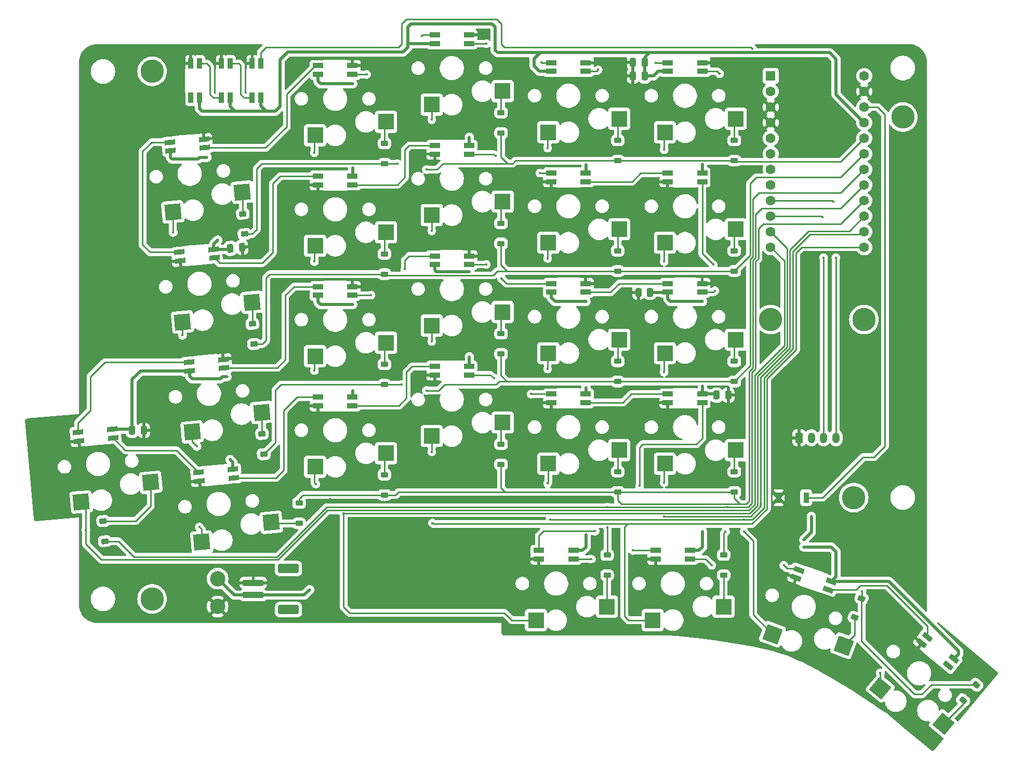
<source format=gtl>
G04 #@! TF.GenerationSoftware,KiCad,Pcbnew,8.0.5*
G04 #@! TF.CreationDate,2024-11-21T21:23:03+01:00*
G04 #@! TF.ProjectId,stellar,7374656c-6c61-4722-9e6b-696361645f70,rev?*
G04 #@! TF.SameCoordinates,Original*
G04 #@! TF.FileFunction,Copper,L1,Top*
G04 #@! TF.FilePolarity,Positive*
%FSLAX46Y46*%
G04 Gerber Fmt 4.6, Leading zero omitted, Abs format (unit mm)*
G04 Created by KiCad (PCBNEW 8.0.5) date 2024-11-21 21:23:03*
%MOMM*%
%LPD*%
G01*
G04 APERTURE LIST*
G04 Aperture macros list*
%AMRoundRect*
0 Rectangle with rounded corners*
0 $1 Rounding radius*
0 $2 $3 $4 $5 $6 $7 $8 $9 X,Y pos of 4 corners*
0 Add a 4 corners polygon primitive as box body*
4,1,4,$2,$3,$4,$5,$6,$7,$8,$9,$2,$3,0*
0 Add four circle primitives for the rounded corners*
1,1,$1+$1,$2,$3*
1,1,$1+$1,$4,$5*
1,1,$1+$1,$6,$7*
1,1,$1+$1,$8,$9*
0 Add four rect primitives between the rounded corners*
20,1,$1+$1,$2,$3,$4,$5,0*
20,1,$1+$1,$4,$5,$6,$7,0*
20,1,$1+$1,$6,$7,$8,$9,0*
20,1,$1+$1,$8,$9,$2,$3,0*%
%AMRotRect*
0 Rectangle, with rotation*
0 The origin of the aperture is its center*
0 $1 length*
0 $2 width*
0 $3 Rotation angle, in degrees counterclockwise*
0 Add horizontal line*
21,1,$1,$2,0,0,$3*%
G04 Aperture macros list end*
G04 #@! TA.AperFunction,ComponentPad*
%ADD10C,2.600000*%
G04 #@! TD*
G04 #@! TA.AperFunction,ConnectorPad*
%ADD11C,3.800000*%
G04 #@! TD*
G04 #@! TA.AperFunction,SMDPad,CuDef*
%ADD12RoundRect,0.225000X0.375000X-0.225000X0.375000X0.225000X-0.375000X0.225000X-0.375000X-0.225000X0*%
G04 #@! TD*
G04 #@! TA.AperFunction,SMDPad,CuDef*
%ADD13R,1.700000X0.825000*%
G04 #@! TD*
G04 #@! TA.AperFunction,SMDPad,CuDef*
%ADD14RotRect,1.700000X0.825000X5.000000*%
G04 #@! TD*
G04 #@! TA.AperFunction,SMDPad,CuDef*
%ADD15RoundRect,0.250000X0.250000X0.475000X-0.250000X0.475000X-0.250000X-0.475000X0.250000X-0.475000X0*%
G04 #@! TD*
G04 #@! TA.AperFunction,SMDPad,CuDef*
%ADD16R,0.825000X1.700000*%
G04 #@! TD*
G04 #@! TA.AperFunction,ComponentPad*
%ADD17R,1.600000X1.600000*%
G04 #@! TD*
G04 #@! TA.AperFunction,ComponentPad*
%ADD18C,1.600000*%
G04 #@! TD*
G04 #@! TA.AperFunction,SMDPad,CuDef*
%ADD19RoundRect,0.225000X-0.375000X0.225000X-0.375000X-0.225000X0.375000X-0.225000X0.375000X0.225000X0*%
G04 #@! TD*
G04 #@! TA.AperFunction,ComponentPad*
%ADD20C,2.500000*%
G04 #@! TD*
G04 #@! TA.AperFunction,SMDPad,CuDef*
%ADD21RoundRect,0.225000X0.393183X-0.191460X0.353963X0.256827X-0.393183X0.191460X-0.353963X-0.256827X0*%
G04 #@! TD*
G04 #@! TA.AperFunction,SMDPad,CuDef*
%ADD22RotRect,1.700000X0.825000X185.000000*%
G04 #@! TD*
G04 #@! TA.AperFunction,SMDPad,CuDef*
%ADD23RotRect,1.700000X0.825000X340.000000*%
G04 #@! TD*
G04 #@! TA.AperFunction,SMDPad,CuDef*
%ADD24RoundRect,0.250000X1.500000X-0.250000X1.500000X0.250000X-1.500000X0.250000X-1.500000X-0.250000X0*%
G04 #@! TD*
G04 #@! TA.AperFunction,SMDPad,CuDef*
%ADD25RoundRect,0.250001X1.449999X-0.499999X1.449999X0.499999X-1.449999X0.499999X-1.449999X-0.499999X0*%
G04 #@! TD*
G04 #@! TA.AperFunction,SMDPad,CuDef*
%ADD26RoundRect,0.250000X-0.207650X-0.494981X0.290448X-0.451404X0.207650X0.494981X-0.290448X0.451404X0*%
G04 #@! TD*
G04 #@! TA.AperFunction,SMDPad,CuDef*
%ADD27R,0.900000X1.700000*%
G04 #@! TD*
G04 #@! TA.AperFunction,SMDPad,CuDef*
%ADD28RotRect,1.700000X0.825000X320.000000*%
G04 #@! TD*
G04 #@! TA.AperFunction,SMDPad,CuDef*
%ADD29RoundRect,0.225000X-0.275430X0.339688X-0.429339X-0.083173X0.275430X-0.339688X0.429339X0.083173X0*%
G04 #@! TD*
G04 #@! TA.AperFunction,SMDPad,CuDef*
%ADD30RoundRect,0.225000X-0.142639X0.413405X-0.431894X0.068685X0.142639X-0.413405X0.431894X-0.068685X0*%
G04 #@! TD*
G04 #@! TA.AperFunction,SMDPad,CuDef*
%ADD31RoundRect,0.250000X-0.250000X-0.475000X0.250000X-0.475000X0.250000X0.475000X-0.250000X0.475000X0*%
G04 #@! TD*
G04 #@! TA.AperFunction,SMDPad,CuDef*
%ADD32R,2.600000X2.600000*%
G04 #@! TD*
G04 #@! TA.AperFunction,ComponentPad*
%ADD33RoundRect,0.250000X-0.350000X-0.625000X0.350000X-0.625000X0.350000X0.625000X-0.350000X0.625000X0*%
G04 #@! TD*
G04 #@! TA.AperFunction,ComponentPad*
%ADD34O,1.200000X1.750000*%
G04 #@! TD*
G04 #@! TA.AperFunction,SMDPad,CuDef*
%ADD35RotRect,2.600000X2.600000X5.000000*%
G04 #@! TD*
G04 #@! TA.AperFunction,SMDPad,CuDef*
%ADD36RotRect,2.600000X2.600000X320.000000*%
G04 #@! TD*
G04 #@! TA.AperFunction,SMDPad,CuDef*
%ADD37RotRect,2.600000X2.600000X340.000000*%
G04 #@! TD*
G04 #@! TA.AperFunction,ViaPad*
%ADD38C,0.500000*%
G04 #@! TD*
G04 #@! TA.AperFunction,ViaPad*
%ADD39C,0.400000*%
G04 #@! TD*
G04 #@! TA.AperFunction,Conductor*
%ADD40C,0.500000*%
G04 #@! TD*
G04 #@! TA.AperFunction,Conductor*
%ADD41C,0.250000*%
G04 #@! TD*
G04 APERTURE END LIST*
D10*
X190003100Y-82775693D03*
D11*
X190003100Y-82775693D03*
D12*
X146078201Y-70365578D03*
X146078201Y-67065578D03*
D13*
X176848634Y-120397840D03*
X176848634Y-121797840D03*
X171248634Y-121797840D03*
X171248634Y-120397840D03*
D14*
X82724962Y-100661515D03*
X82846980Y-102056187D03*
X77268290Y-102544259D03*
X77146272Y-101149587D03*
D13*
X178848634Y-94897840D03*
X178848634Y-96297840D03*
X173248634Y-96297840D03*
X173248634Y-94897840D03*
X121848634Y-59397840D03*
X121848634Y-60797840D03*
X116248634Y-60797840D03*
X116248634Y-59397840D03*
X135248634Y-73797840D03*
X135248634Y-72397840D03*
X140848634Y-72397840D03*
X140848634Y-73797840D03*
D10*
X89203100Y-128293600D03*
D11*
X89203100Y-128293600D03*
D13*
X135248634Y-37797840D03*
X135248634Y-36397840D03*
X140848634Y-36397840D03*
X140848634Y-37797840D03*
D12*
X165078201Y-110865578D03*
X165078201Y-107565578D03*
D13*
X159848634Y-94897840D03*
X159848634Y-96297840D03*
X154248634Y-96297840D03*
X154248634Y-94897840D03*
D15*
X170353100Y-78323600D03*
X168453100Y-78323600D03*
D12*
X146078201Y-52365578D03*
X146078201Y-49065578D03*
D14*
X99229732Y-71311343D03*
X99351750Y-72706015D03*
X93773060Y-73194087D03*
X93651042Y-71799415D03*
D16*
X96923123Y-46623603D03*
X95523123Y-46623603D03*
X95523123Y-41023603D03*
X96923123Y-41023603D03*
D17*
X190010000Y-43064193D03*
D18*
X190010000Y-45604193D03*
X190010000Y-48144193D03*
X190010000Y-50684193D03*
X190010000Y-53224193D03*
X190010000Y-55764193D03*
X190010000Y-58304193D03*
X190010000Y-60844193D03*
X190010000Y-63384193D03*
X190010000Y-65924193D03*
X190010000Y-68464193D03*
X190010000Y-71004193D03*
X205250000Y-71004193D03*
X205250000Y-68464193D03*
X205250000Y-65924193D03*
X205250000Y-63384193D03*
X205250000Y-60844193D03*
X205250000Y-58304193D03*
X205250000Y-55764193D03*
X205250000Y-53224193D03*
X205250000Y-50684193D03*
X205250000Y-48144193D03*
X205250000Y-45604193D03*
X205250000Y-43064193D03*
D19*
X163352085Y-121125631D03*
X163352085Y-124425631D03*
D20*
X99892802Y-129527605D03*
D13*
X121848634Y-95397840D03*
X121848634Y-96797840D03*
X116248634Y-96797840D03*
X116248634Y-95397840D03*
D21*
X107399882Y-104694036D03*
X107112268Y-101406594D03*
D12*
X127078201Y-57365578D03*
X127078201Y-54065578D03*
D22*
X92204257Y-55262582D03*
X92082239Y-53867910D03*
X97660929Y-53379838D03*
X97782947Y-54774510D03*
D13*
X140848634Y-90397840D03*
X140848634Y-91797840D03*
X135248634Y-91797840D03*
X135248634Y-90397840D03*
D19*
X113153100Y-112673600D03*
X113153100Y-115973600D03*
D12*
X127078201Y-93365578D03*
X127078201Y-90065578D03*
D10*
X205203100Y-82775693D03*
D11*
X205203100Y-82775693D03*
D13*
X178848634Y-58897840D03*
X178848634Y-60297840D03*
X173248634Y-60297840D03*
X173248634Y-58897840D03*
D23*
X199897010Y-125449323D03*
X199418183Y-126764890D03*
X194155904Y-124849577D03*
X194634731Y-123534010D03*
D13*
X116248634Y-42797840D03*
X116248634Y-41397840D03*
X121848634Y-41397840D03*
X121848634Y-42797840D03*
X173248634Y-78297840D03*
X173248634Y-76897840D03*
X178848634Y-76897840D03*
X178848634Y-78297840D03*
D24*
X105692802Y-127677605D03*
X105692802Y-125677605D03*
D25*
X111442802Y-130027605D03*
X111442802Y-123327605D03*
D12*
X184078201Y-92865578D03*
X184078201Y-89565578D03*
D21*
X105831079Y-86762531D03*
X105543465Y-83475089D03*
D26*
X101956715Y-71156398D03*
X103849485Y-70990802D03*
D21*
X104262276Y-68831026D03*
X103974662Y-65543584D03*
D10*
X203541800Y-111774900D03*
D11*
X203541800Y-111774900D03*
D22*
X95341863Y-91125592D03*
X95219845Y-89730920D03*
X100798535Y-89242848D03*
X100920553Y-90637520D03*
D13*
X154248634Y-42297840D03*
X154248634Y-40897840D03*
X159848634Y-40897840D03*
X159848634Y-42297840D03*
D20*
X99892802Y-124977605D03*
D12*
X146078201Y-106365578D03*
X146078201Y-103065578D03*
D15*
X169472802Y-43073600D03*
X167572802Y-43073600D03*
D12*
X165078201Y-92865578D03*
X165078201Y-89565578D03*
D13*
X157848634Y-120397840D03*
X157848634Y-121797840D03*
X152248634Y-121797840D03*
X152248634Y-120397840D03*
D12*
X184078201Y-110865578D03*
X184078201Y-107565578D03*
X127078201Y-111365578D03*
X127078201Y-108065578D03*
D27*
X191291800Y-111774900D03*
X195791800Y-111774900D03*
D13*
X173248634Y-42297840D03*
X173248634Y-40897840D03*
X178848634Y-40897840D03*
X178848634Y-42297840D03*
D28*
X219827690Y-138079170D03*
X218927787Y-139151633D03*
X214637940Y-135552022D03*
X215537843Y-134479559D03*
D16*
X101923123Y-46623603D03*
X100523123Y-46623603D03*
X100523123Y-41023603D03*
X101923123Y-41023603D03*
D29*
X204817433Y-128213107D03*
X203688767Y-131314093D03*
D15*
X169472802Y-40873600D03*
X167572802Y-40873600D03*
D13*
X159848634Y-58897840D03*
X159848634Y-60297840D03*
X154248634Y-60297840D03*
X154248634Y-58897840D03*
D30*
X223493700Y-142279627D03*
X221372500Y-144807573D03*
D12*
X146078201Y-88365578D03*
X146078201Y-85065578D03*
X165078201Y-56865578D03*
X165078201Y-53565578D03*
X127078201Y-75365578D03*
X127078201Y-72065578D03*
D13*
X154248634Y-78297840D03*
X154248634Y-76897840D03*
X159848634Y-76897840D03*
X159848634Y-78297840D03*
D12*
X165078201Y-74865578D03*
X165078201Y-71565578D03*
D10*
X211541800Y-49774900D03*
D11*
X211541800Y-49774900D03*
D31*
X85953100Y-100823600D03*
X87853100Y-100823600D03*
D13*
X116248634Y-78797840D03*
X116248634Y-77397840D03*
X121848634Y-77397840D03*
X121848634Y-78797840D03*
D16*
X106923123Y-46623603D03*
X105523123Y-46623603D03*
X105523123Y-41023603D03*
X106923123Y-41023603D03*
D12*
X184078201Y-74865578D03*
X184078201Y-71565578D03*
D14*
X102367338Y-107174353D03*
X102489356Y-108569025D03*
X96910666Y-109057097D03*
X96788648Y-107662425D03*
D10*
X89203100Y-42323600D03*
D11*
X89203100Y-42323600D03*
D19*
X182352085Y-121125631D03*
X182352085Y-124425631D03*
D12*
X184078201Y-56865578D03*
X184078201Y-53565578D03*
D21*
X81508778Y-118886865D03*
X81221164Y-115599423D03*
D31*
X181203100Y-95073600D03*
X183103100Y-95073600D03*
D13*
X140848634Y-54397840D03*
X140848634Y-55797840D03*
X135248634Y-55797840D03*
X135248634Y-54397840D03*
D32*
X153773634Y-70247840D03*
X165323634Y-68047840D03*
X115773634Y-106747840D03*
X127323634Y-104547840D03*
X115773634Y-88747840D03*
X127323634Y-86547840D03*
X153773634Y-106247840D03*
X165323634Y-104047840D03*
D33*
X194630000Y-102034193D03*
D34*
X196630000Y-102034193D03*
X198630000Y-102034193D03*
X200630000Y-102034193D03*
D32*
X172773634Y-88247840D03*
X184323634Y-86047840D03*
D35*
X77662297Y-112497796D03*
X88976603Y-109299518D03*
D32*
X172773634Y-106247840D03*
X184323634Y-104047840D03*
X115773634Y-52747840D03*
X127323634Y-50547840D03*
X172773634Y-52247840D03*
X184323634Y-50047840D03*
D35*
X92598264Y-65216119D03*
X103912570Y-62017841D03*
D32*
X134773634Y-47747840D03*
X146323634Y-45547840D03*
D36*
X207878331Y-142868840D03*
X218140277Y-148607739D03*
D32*
X115773634Y-70747840D03*
X127323634Y-68547840D03*
X153773634Y-52247840D03*
X165323634Y-50047840D03*
X151773634Y-131747840D03*
X163323634Y-129547840D03*
X170773634Y-131747840D03*
X182323634Y-129547840D03*
D35*
X94167067Y-83147624D03*
X105481373Y-79949346D03*
D37*
X190306449Y-134037060D03*
X201912343Y-135920069D03*
D32*
X134773634Y-83747840D03*
X146323634Y-81547840D03*
D35*
X95735870Y-101079129D03*
X107050176Y-97880851D03*
D32*
X153773634Y-88247840D03*
X165323634Y-86047840D03*
D35*
X97304673Y-119010634D03*
X108618979Y-115812356D03*
D32*
X172773634Y-70247840D03*
X184323634Y-68047840D03*
X134773634Y-101747840D03*
X146323634Y-99547840D03*
X134773634Y-65747840D03*
X146323634Y-63547840D03*
D38*
X121903100Y-80323600D03*
X140903100Y-74998600D03*
X178903100Y-39285600D03*
X178903100Y-79823600D03*
X140903100Y-88823600D03*
X145513100Y-39285600D03*
X121903100Y-39143600D03*
X159903100Y-117823600D03*
X140903100Y-53073600D03*
X178903100Y-119823600D03*
X101903100Y-105573600D03*
X178903100Y-117323600D03*
X178903100Y-93573600D03*
X98153100Y-56323600D03*
X99903100Y-69823600D03*
X178903100Y-57440578D03*
X159903100Y-93823600D03*
X101403100Y-92073600D03*
X121903100Y-44323600D03*
X159653100Y-39285600D03*
X195403100Y-119823600D03*
X121903100Y-58073600D03*
X159903100Y-57573600D03*
X97365100Y-48795600D03*
X121903100Y-94323600D03*
X159903100Y-79823600D03*
D39*
X112403100Y-49823600D03*
X184903100Y-59823600D03*
X89903100Y-62323600D03*
X114903100Y-49823600D03*
X179903100Y-99823600D03*
X184903100Y-99823600D03*
X127403100Y-82323600D03*
X132403100Y-107323600D03*
X207403100Y-107323600D03*
D38*
X180977340Y-40897840D03*
D39*
X92403100Y-97323600D03*
X212403100Y-77323600D03*
X162403100Y-94823600D03*
X129903100Y-82323600D03*
X182403100Y-72323600D03*
X189903100Y-74823600D03*
X109903100Y-54823600D03*
X104903100Y-92323600D03*
X112403100Y-54823600D03*
X207403100Y-117323600D03*
X179903100Y-97323600D03*
X202403100Y-87323600D03*
X212403100Y-82323600D03*
D38*
X162153100Y-40573600D03*
D39*
X109903100Y-64823600D03*
X212403100Y-67323600D03*
X109903100Y-72323600D03*
X202403100Y-82323600D03*
X184903100Y-62323600D03*
X137403100Y-107323600D03*
X184903100Y-97323600D03*
X85653100Y-52323600D03*
X207403100Y-97323600D03*
X85653100Y-71323600D03*
X87403100Y-97323600D03*
X112403100Y-72323600D03*
X212403100Y-107323600D03*
X107403100Y-92323600D03*
X129903100Y-87323600D03*
X92403100Y-99823600D03*
X182403100Y-59823600D03*
X89903100Y-94823600D03*
X187403100Y-117323600D03*
X104903100Y-72323600D03*
X107403100Y-62323600D03*
X112403100Y-87323600D03*
X85653100Y-57573600D03*
X207403100Y-77323600D03*
X207403100Y-57323600D03*
X112403100Y-84823600D03*
X92403100Y-62323600D03*
X182403100Y-62323600D03*
X189903100Y-87323600D03*
X207403100Y-102323600D03*
X212403100Y-117323600D03*
X112403100Y-67323600D03*
X207403100Y-87323600D03*
X109903100Y-67323600D03*
X212403100Y-62323600D03*
X89903100Y-97323600D03*
X143653100Y-36323600D03*
X207403100Y-122323600D03*
X132403100Y-92323600D03*
X117403100Y-49823600D03*
X109903100Y-69823600D03*
X87403100Y-94823600D03*
X207403100Y-112323600D03*
X89903100Y-99823600D03*
X107403100Y-69823600D03*
X189903100Y-77323600D03*
X107403100Y-64823600D03*
X212403100Y-57323600D03*
X164903100Y-94823600D03*
X202403100Y-92323600D03*
X109903100Y-62323600D03*
X132403100Y-87323600D03*
X85653100Y-76573600D03*
X189903100Y-117323600D03*
X202403100Y-77323600D03*
X182403100Y-97323600D03*
X112403100Y-62323600D03*
X212403100Y-72323600D03*
X118153100Y-115073600D03*
X212403100Y-127323600D03*
X107403100Y-67323600D03*
X207403100Y-92323600D03*
X112403100Y-69823600D03*
X85653100Y-88073600D03*
X189903100Y-79823600D03*
X118153100Y-112073600D03*
X107403100Y-59823600D03*
X212403100Y-122323600D03*
X181693100Y-42699600D03*
D38*
X196630000Y-114823600D03*
X114891100Y-126773600D03*
X195409100Y-118645600D03*
D39*
X161903100Y-42073600D03*
X171227340Y-40897840D03*
X152653100Y-40823600D03*
X143653100Y-37823600D03*
X124153100Y-42823600D03*
X133153100Y-36573600D03*
X145153100Y-56073600D03*
X152403100Y-58897840D03*
X180653100Y-73823600D03*
X180903100Y-78073600D03*
X146153100Y-76073600D03*
X143653100Y-73797840D03*
X124877340Y-78797840D03*
X130403100Y-74573600D03*
X144903100Y-92323600D03*
X150977340Y-94897840D03*
X161403100Y-117248600D03*
X168653100Y-109823600D03*
X167578860Y-120397840D03*
X160653100Y-121797840D03*
X180403100Y-122823600D03*
X192153100Y-122823600D03*
X187027100Y-38635600D03*
X198630000Y-72671600D03*
X198457100Y-66067600D03*
X200630000Y-72671600D03*
X200235100Y-63527600D03*
X129153100Y-57365578D03*
X133903100Y-58323600D03*
X129903100Y-93365578D03*
X133903100Y-94323600D03*
X204903100Y-127073600D03*
X163403100Y-116598600D03*
X182984100Y-113348600D03*
X163403100Y-113323600D03*
X182653100Y-117323600D03*
X94153100Y-85323600D03*
X96903100Y-116573600D03*
X78403100Y-117073600D03*
X92653100Y-68573600D03*
X96528100Y-103448600D03*
X120403100Y-114348600D03*
X115653100Y-55573600D03*
X115653100Y-91073600D03*
X115653100Y-73323600D03*
X115903100Y-109573600D03*
X134778100Y-68323600D03*
X134778100Y-104323600D03*
X134778100Y-86323600D03*
X134890600Y-115911100D03*
X134778100Y-50198600D03*
X185653100Y-115348600D03*
X154053100Y-115323600D03*
X153653100Y-90823600D03*
X153653100Y-54823600D03*
X185653100Y-117323600D03*
X153653100Y-109453066D03*
X153653100Y-72823600D03*
X172653100Y-114848600D03*
X188394100Y-112823600D03*
X172653100Y-55073600D03*
X172653100Y-73323600D03*
X172653100Y-109323600D03*
X172653100Y-91323600D03*
X207878331Y-140323600D03*
D40*
X96653100Y-56573600D02*
X92403100Y-56573600D01*
X173653100Y-79823600D02*
X173248634Y-79419134D01*
X178903100Y-57440578D02*
X178903100Y-58843374D01*
X170903100Y-43073600D02*
X171678860Y-42297840D01*
X140903100Y-74998600D02*
X135536894Y-74998600D01*
X199615100Y-39285600D02*
X200653100Y-40323600D01*
X178903100Y-119823600D02*
X178328860Y-120397840D01*
X169472802Y-43073600D02*
X170903100Y-43073600D01*
X169472802Y-40075898D02*
X170263100Y-39285600D01*
X95753100Y-92423600D02*
X95341863Y-92012363D01*
X169472802Y-40873600D02*
X169472802Y-43073600D01*
X195403100Y-119823600D02*
X199903100Y-119823600D01*
X106923123Y-46623603D02*
X106923123Y-47939623D01*
X159328860Y-120397840D02*
X157848634Y-120397840D01*
X178903100Y-117323600D02*
X178903100Y-119823600D01*
X220653100Y-136823600D02*
X220653100Y-137253760D01*
X135248634Y-74710340D02*
X135248634Y-73797840D01*
X100653100Y-92073600D02*
X100303100Y-92423600D01*
X101403100Y-92073600D02*
X100653100Y-92073600D01*
X116248634Y-79919134D02*
X116248634Y-78797840D01*
X159903100Y-93823600D02*
X159903100Y-94843374D01*
X140903100Y-53073600D02*
X140903100Y-54343374D01*
X199897010Y-125449323D02*
X209278823Y-125449323D01*
X130893100Y-37619600D02*
X130893100Y-35079600D01*
X178903100Y-79823600D02*
X173653100Y-79823600D01*
X102699100Y-48795600D02*
X97365100Y-48795600D01*
X102699100Y-48795600D02*
X109303100Y-48795600D01*
X135248634Y-37797840D02*
X131071340Y-37797840D01*
X101923123Y-48019623D02*
X101923123Y-46623603D01*
X99229732Y-71311343D02*
X101801770Y-71311343D01*
X110065100Y-40413600D02*
X111335100Y-39143600D01*
X159903100Y-117823600D02*
X159903100Y-119823600D01*
X131401100Y-34571600D02*
X144609100Y-34571600D01*
X121903100Y-58073600D02*
X121903100Y-59343374D01*
X101903100Y-105573600D02*
X102367338Y-106037838D01*
X97365100Y-48795600D02*
X96923123Y-48353623D01*
X151467100Y-41429600D02*
X151467100Y-40301600D01*
X209278823Y-125449323D02*
X220653100Y-136823600D01*
X178903100Y-93573600D02*
X178903100Y-94843374D01*
X92204257Y-56374757D02*
X92204257Y-55262582D01*
X98153100Y-56323600D02*
X96903100Y-56323600D01*
X169472802Y-40873600D02*
X169472802Y-40075898D01*
X135536894Y-74998600D02*
X135248634Y-74710340D01*
X92403100Y-56573600D02*
X92204257Y-56374757D01*
X220653100Y-137253760D02*
X219827690Y-138079170D01*
X121903100Y-39143600D02*
X130131100Y-39143600D01*
X178328860Y-120397840D02*
X176848634Y-120397840D01*
X151467100Y-40301600D02*
X152483100Y-39285600D01*
X144609100Y-34571600D02*
X145117100Y-35079600D01*
X96923123Y-48353623D02*
X96923123Y-46623603D01*
X170263100Y-39285600D02*
X199615100Y-39285600D01*
X154248634Y-79169134D02*
X154248634Y-78297840D01*
X109303100Y-48795600D02*
X110065100Y-48033600D01*
X87351108Y-91125592D02*
X95341863Y-91125592D01*
X85953100Y-100823600D02*
X85953100Y-92523600D01*
X159903100Y-57573600D02*
X159903100Y-58843374D01*
X171678860Y-42297840D02*
X173248634Y-42297840D01*
X102699100Y-48795600D02*
X101923123Y-48019623D01*
X85953100Y-92523600D02*
X87351108Y-91125592D01*
X99903100Y-69823600D02*
X99229732Y-70496968D01*
X173248634Y-79419134D02*
X173248634Y-78297840D01*
X121903100Y-80323600D02*
X116653100Y-80323600D01*
X200653100Y-40323600D02*
X200653100Y-46087293D01*
X130131100Y-39143600D02*
X130893100Y-38381600D01*
X145117100Y-38889600D02*
X145513100Y-39285600D01*
X116653100Y-44323600D02*
X116248634Y-43919134D01*
X99229732Y-70496968D02*
X99229732Y-71311343D01*
X154248634Y-42297840D02*
X152335340Y-42297840D01*
X152335340Y-42297840D02*
X151467100Y-41429600D01*
X130893100Y-38381600D02*
X130893100Y-37619600D01*
X82724962Y-100661515D02*
X85791015Y-100661515D01*
X106923123Y-47939623D02*
X107779100Y-48795600D01*
X95341863Y-92012363D02*
X95341863Y-91125592D01*
X110065100Y-48033600D02*
X110065100Y-40413600D01*
X170353100Y-78323600D02*
X173222874Y-78323600D01*
X145117100Y-35079600D02*
X145117100Y-38889600D01*
X152483100Y-39285600D02*
X170263100Y-39285600D01*
X102367338Y-106037838D02*
X102367338Y-107174353D01*
X199903100Y-119823600D02*
X200653100Y-120573600D01*
X140903100Y-88823600D02*
X140903100Y-90343374D01*
X200653100Y-46087293D02*
X205250000Y-50684193D01*
X178848634Y-94897840D02*
X181027340Y-94897840D01*
X159903100Y-119823600D02*
X159328860Y-120397840D01*
X200653100Y-124693233D02*
X199897010Y-125449323D01*
X159903100Y-79823600D02*
X154903100Y-79823600D01*
X121903100Y-44323600D02*
X116653100Y-44323600D01*
X130893100Y-35079600D02*
X131401100Y-34571600D01*
X111335100Y-39143600D02*
X121903100Y-39143600D01*
X116248634Y-43919134D02*
X116248634Y-42797840D01*
X116653100Y-80323600D02*
X116248634Y-79919134D01*
X96903100Y-56323600D02*
X96653100Y-56573600D01*
X200653100Y-120573600D02*
X200653100Y-124693233D01*
X131071340Y-37797840D02*
X130893100Y-37619600D01*
X121903100Y-94323600D02*
X121903100Y-95343374D01*
X100303100Y-92423600D02*
X95753100Y-92423600D01*
X152483100Y-39285600D02*
X145513100Y-39285600D01*
X154903100Y-79823600D02*
X154248634Y-79169134D01*
X143578860Y-36397840D02*
X143653100Y-36323600D01*
X159848634Y-40897840D02*
X161828860Y-40897840D01*
X161828860Y-40897840D02*
X162153100Y-40573600D01*
X180977340Y-40897840D02*
X178848634Y-40897840D01*
X140848634Y-36397840D02*
X143578860Y-36397840D01*
D41*
X127078201Y-72065578D02*
X127078201Y-68793273D01*
X103974662Y-65543584D02*
X103974662Y-62079933D01*
X127078201Y-54065578D02*
X127078201Y-50793273D01*
X146078201Y-49065578D02*
X146078201Y-45793273D01*
X165078201Y-53565578D02*
X165078201Y-50293273D01*
X184078201Y-53565578D02*
X184078201Y-50293273D01*
X105543465Y-83475089D02*
X105543465Y-80011438D01*
X146078201Y-67065578D02*
X146078201Y-63793273D01*
X165078201Y-71565578D02*
X165078201Y-68293273D01*
X184078201Y-71565578D02*
X184078201Y-68293273D01*
X107112268Y-101406594D02*
X107112268Y-97942943D01*
X127078201Y-90065578D02*
X127078201Y-86793273D01*
X146078201Y-85065578D02*
X146078201Y-81793273D01*
X165078201Y-89565578D02*
X165078201Y-86293273D01*
X184078201Y-89565578D02*
X184078201Y-86293273D01*
X113153100Y-115973600D02*
X108780223Y-115973600D01*
X127078201Y-108065578D02*
X127078201Y-104793273D01*
X146078201Y-103065578D02*
X146078201Y-99793273D01*
X165078201Y-107565578D02*
X165078201Y-104293273D01*
X184078201Y-107565578D02*
X184078201Y-104293273D01*
X86502277Y-115599423D02*
X88976603Y-113125097D01*
X81221164Y-115599423D02*
X86502277Y-115599423D01*
X88976603Y-113125097D02*
X88976603Y-109299518D01*
X163323634Y-129547840D02*
X163323634Y-124454082D01*
X182323634Y-129547840D02*
X182323634Y-124454082D01*
X203688766Y-134143646D02*
X203688766Y-131314092D01*
X201912343Y-135920069D02*
X203688766Y-134143646D01*
X218140277Y-148607739D02*
X221372501Y-145375515D01*
X221372501Y-145375515D02*
X221372501Y-144807574D01*
X181693100Y-42699600D02*
X181291340Y-42297840D01*
X181291340Y-42297840D02*
X178848634Y-42297840D01*
D40*
X113987095Y-127677605D02*
X114891100Y-126773600D01*
X105692802Y-127677605D02*
X113987095Y-127677605D01*
X99892802Y-124977605D02*
X102592802Y-127677605D01*
X102592802Y-127677605D02*
X105692802Y-127677605D01*
X196630000Y-114823600D02*
X196630000Y-117424700D01*
X196630000Y-117424700D02*
X195409100Y-118645600D01*
D41*
X198469800Y-111774900D02*
X205061100Y-105183600D01*
X205061100Y-105183600D02*
X206839100Y-105183600D01*
X206839100Y-105183600D02*
X208617100Y-103405600D01*
X207457693Y-48144193D02*
X205250000Y-48144193D01*
X195791800Y-111774900D02*
X198469800Y-111774900D01*
X208617100Y-49303600D02*
X207457693Y-48144193D01*
X208617100Y-103405600D02*
X208617100Y-49303600D01*
X161678860Y-42297840D02*
X159848634Y-42297840D01*
X171227340Y-40897840D02*
X173248634Y-40897840D01*
X161903100Y-42073600D02*
X161678860Y-42297840D01*
X154248634Y-40897840D02*
X152727340Y-40897840D01*
X143627340Y-37797840D02*
X140848634Y-37797840D01*
X143653100Y-37823600D02*
X143627340Y-37797840D01*
X152727340Y-40897840D02*
X152653100Y-40823600D01*
X133328860Y-36397840D02*
X133153100Y-36573600D01*
X121874394Y-42823600D02*
X121848634Y-42797840D01*
X135248634Y-36397840D02*
X133328860Y-36397840D01*
X124153100Y-42823600D02*
X121874394Y-42823600D01*
X116248634Y-41397840D02*
X115811134Y-41397840D01*
X111153100Y-51323600D02*
X107702190Y-54774510D01*
X115811134Y-41397840D02*
X111153100Y-46055874D01*
X107702190Y-54774510D02*
X97782947Y-54774510D01*
X111153100Y-46055874D02*
X111153100Y-51323600D01*
X89108790Y-53867910D02*
X87653100Y-55323600D01*
X92082239Y-53867910D02*
X89108790Y-53867910D01*
X87653100Y-70573600D02*
X88878915Y-71799415D01*
X87653100Y-55323600D02*
X87653100Y-70573600D01*
X88878915Y-71799415D02*
X93651042Y-71799415D01*
X108903100Y-60573600D02*
X110078860Y-59397840D01*
X108903100Y-71823600D02*
X108903100Y-60573600D01*
X100219335Y-73573600D02*
X107153100Y-73573600D01*
X110078860Y-59397840D02*
X116248634Y-59397840D01*
X107153100Y-73573600D02*
X108903100Y-71823600D01*
X99351750Y-72706015D02*
X100219335Y-73573600D01*
X121848634Y-60797840D02*
X129178860Y-60797840D01*
X131078860Y-54397840D02*
X135248634Y-54397840D01*
X130403100Y-55073600D02*
X131078860Y-54397840D01*
X129178860Y-60797840D02*
X130403100Y-59573600D01*
X130403100Y-59573600D02*
X130403100Y-55073600D01*
X145153100Y-56073600D02*
X144877340Y-55797840D01*
X152403100Y-58897840D02*
X154248634Y-58897840D01*
X144877340Y-55797840D02*
X140848634Y-55797840D01*
X159848634Y-60297840D02*
X167428860Y-60297840D01*
X167428860Y-60297840D02*
X168828860Y-58897840D01*
X168828860Y-58897840D02*
X173248634Y-58897840D01*
X180903100Y-78073600D02*
X180678860Y-78297840D01*
X180678860Y-78297840D02*
X178848634Y-78297840D01*
X178848634Y-72019134D02*
X180653100Y-73823600D01*
X178848634Y-60297840D02*
X178848634Y-72019134D01*
X173248634Y-76897840D02*
X165328860Y-76897840D01*
X163928860Y-78297840D02*
X159848634Y-78297840D01*
X165328860Y-76897840D02*
X163928860Y-78297840D01*
X146977340Y-76897840D02*
X146153100Y-76073600D01*
X143653100Y-73797840D02*
X140848634Y-73797840D01*
X154248634Y-76897840D02*
X146977340Y-76897840D01*
X124877340Y-78797840D02*
X121848634Y-78797840D01*
X130403100Y-73073600D02*
X130403100Y-74573600D01*
X135248634Y-72397840D02*
X131078860Y-72397840D01*
X131078860Y-72397840D02*
X130403100Y-73073600D01*
X109589180Y-90637520D02*
X100920553Y-90637520D01*
X112328860Y-77397840D02*
X110903100Y-78823600D01*
X110903100Y-89323600D02*
X109589180Y-90637520D01*
X110903100Y-78823600D02*
X110903100Y-89323600D01*
X116248634Y-77397840D02*
X112328860Y-77397840D01*
X79153100Y-92073600D02*
X79153100Y-97573600D01*
X77146272Y-99580428D02*
X77146272Y-101149587D01*
X81495780Y-89730920D02*
X79153100Y-92073600D01*
X79153100Y-97573600D02*
X77146272Y-99580428D01*
X95219845Y-89730920D02*
X81495780Y-89730920D01*
X93199823Y-104073600D02*
X96788648Y-107662425D01*
X82846980Y-102056187D02*
X84864393Y-104073600D01*
X84864393Y-104073600D02*
X93199823Y-104073600D01*
X116248634Y-95397840D02*
X112828860Y-95397840D01*
X110653100Y-107323600D02*
X109407675Y-108569025D01*
X109407675Y-108569025D02*
X102489356Y-108569025D01*
X112828860Y-95397840D02*
X110653100Y-97573600D01*
X110653100Y-97573600D02*
X110653100Y-107323600D01*
X131578860Y-90397840D02*
X135248634Y-90397840D01*
X130653100Y-91323600D02*
X131578860Y-90397840D01*
X130653100Y-95573600D02*
X130653100Y-91323600D01*
X129428860Y-96797840D02*
X130653100Y-95573600D01*
X121848634Y-96797840D02*
X129428860Y-96797840D01*
X140848634Y-91797840D02*
X144377340Y-91797840D01*
X150977340Y-94897840D02*
X154248634Y-94897840D01*
X144377340Y-91797840D02*
X144903100Y-92323600D01*
X159848634Y-96297840D02*
X165928860Y-96297840D01*
X165928860Y-96297840D02*
X167328860Y-94897840D01*
X167328860Y-94897840D02*
X173248634Y-94897840D01*
X161403100Y-117248600D02*
X152978100Y-117248600D01*
X178848634Y-102128066D02*
X177903100Y-103073600D01*
X152248634Y-117978066D02*
X152248634Y-120397840D01*
X152978100Y-117248600D02*
X152248634Y-117978066D01*
X178848634Y-96297840D02*
X178848634Y-102128066D01*
X169153100Y-103073600D02*
X168653100Y-103573600D01*
X168653100Y-103573600D02*
X168653100Y-109823600D01*
X177903100Y-103073600D02*
X169153100Y-103073600D01*
X171248634Y-120397840D02*
X167578860Y-120397840D01*
X157848634Y-121797840D02*
X160877340Y-121797840D01*
X179377340Y-121797840D02*
X180403100Y-122823600D01*
X176848634Y-121797840D02*
X179377340Y-121797840D01*
X192153100Y-122823600D02*
X192653100Y-123323600D01*
X192653100Y-123323600D02*
X194424321Y-123323600D01*
X194424321Y-123323600D02*
X194634731Y-123534010D01*
X208903100Y-126073600D02*
X215537843Y-132708343D01*
X199418183Y-126764890D02*
X203961810Y-126764890D01*
X215537843Y-132708343D02*
X215537843Y-134479559D01*
X204653100Y-126073600D02*
X208903100Y-126073600D01*
X203961810Y-126764890D02*
X204653100Y-126073600D01*
X186773100Y-38381600D02*
X146641100Y-38381600D01*
X145371100Y-33809600D02*
X130639100Y-33809600D01*
X187027100Y-38635600D02*
X186773100Y-38381600D01*
X146133100Y-34571600D02*
X145371100Y-33809600D01*
X129877100Y-37873600D02*
X129369100Y-38381600D01*
X107779100Y-38381600D02*
X106923123Y-39237577D01*
X129369100Y-38381600D02*
X107779100Y-38381600D01*
X146641100Y-38381600D02*
X146133100Y-37873600D01*
X146133100Y-37873600D02*
X146133100Y-34571600D01*
X130639100Y-33809600D02*
X129877100Y-34571600D01*
X129877100Y-34571600D02*
X129877100Y-37873600D01*
X106923123Y-39237577D02*
X106923123Y-41023603D01*
X103653100Y-41323600D02*
X103353103Y-41023603D01*
X103653100Y-46073600D02*
X103653100Y-41323600D01*
X104203103Y-46623603D02*
X103653100Y-46073600D01*
X105523123Y-46623603D02*
X104203103Y-46623603D01*
X103353103Y-41023603D02*
X101923123Y-41023603D01*
X99203103Y-46623603D02*
X98653100Y-46073600D01*
X100523123Y-46623603D02*
X99203103Y-46623603D01*
X98103103Y-41023603D02*
X96923123Y-41023603D01*
X98653100Y-41573600D02*
X98103103Y-41023603D01*
X98653100Y-46073600D02*
X98653100Y-41573600D01*
X198630000Y-72671600D02*
X198630000Y-102034193D01*
X198457100Y-66067600D02*
X198313693Y-65924193D01*
X198313693Y-65924193D02*
X190010000Y-65924193D01*
X200235100Y-63527600D02*
X200091693Y-63384193D01*
X200630000Y-102034193D02*
X200630000Y-72671600D01*
X200091693Y-63384193D02*
X190010000Y-63384193D01*
X147961078Y-57323600D02*
X148419100Y-56865578D01*
X184078201Y-56865578D02*
X165078201Y-56865578D01*
X136653100Y-57323600D02*
X147961078Y-57323600D01*
X205250000Y-53224193D02*
X201450593Y-57023600D01*
X135653100Y-58323600D02*
X136653100Y-57323600D01*
X106255100Y-58193600D02*
X106255100Y-68099600D01*
X105523674Y-68831026D02*
X104262276Y-68831026D01*
X146078201Y-56248701D02*
X146078201Y-52365578D01*
X127078201Y-57365578D02*
X129153100Y-57365578D01*
X133903100Y-58323600D02*
X135653100Y-58323600D01*
X201450593Y-57023600D02*
X184236223Y-57023600D01*
X165078201Y-56865578D02*
X148419100Y-56865578D01*
X107083122Y-57365578D02*
X106255100Y-58193600D01*
X106255100Y-68099600D02*
X105523674Y-68831026D01*
X127078201Y-57365578D02*
X107083122Y-57365578D01*
X147961078Y-57323600D02*
X147153100Y-57323600D01*
X147153100Y-57323600D02*
X146078201Y-56248701D01*
X144755100Y-75573600D02*
X127286223Y-75573600D01*
X201440593Y-59573600D02*
X187653100Y-59573600D01*
X147057078Y-74865578D02*
X146078201Y-73886701D01*
X165078201Y-74865578D02*
X184078201Y-74865578D01*
X205250000Y-55764193D02*
X201440593Y-59573600D01*
X146078201Y-73886701D02*
X146078201Y-70365578D01*
X107779100Y-75973600D02*
X107779100Y-86133600D01*
X165078201Y-74865578D02*
X147057078Y-74865578D01*
X147057078Y-74865578D02*
X145463122Y-74865578D01*
X145463122Y-74865578D02*
X144755100Y-75573600D01*
X107779100Y-86133600D02*
X107150169Y-86762531D01*
X186653100Y-60573600D02*
X186653100Y-72290679D01*
X127078201Y-75365578D02*
X108387122Y-75365578D01*
X108387122Y-75365578D02*
X107779100Y-75973600D01*
X107150169Y-86762531D02*
X105831079Y-86762531D01*
X187653100Y-59573600D02*
X186653100Y-60573600D01*
X186653100Y-72290679D02*
X184078201Y-74865578D01*
X186653100Y-90290679D02*
X184078201Y-92865578D01*
X186653100Y-72927075D02*
X186653100Y-90290679D01*
X165078201Y-92865578D02*
X147657100Y-92865578D01*
X188103100Y-62123600D02*
X187103100Y-63123600D01*
X145251122Y-93365578D02*
X145751122Y-92865578D01*
X205250000Y-58304193D02*
X201430593Y-62123600D01*
X187103100Y-72477075D02*
X186653100Y-72927075D01*
X127078201Y-93365578D02*
X129903100Y-93365578D01*
X201430593Y-62123600D02*
X188103100Y-62123600D01*
X145751122Y-92865578D02*
X147657100Y-92865578D01*
X147023078Y-92865578D02*
X146078201Y-91920701D01*
X109303100Y-102790818D02*
X107399882Y-104694036D01*
X136861122Y-93365578D02*
X145251122Y-93365578D01*
X146078201Y-91920701D02*
X146078201Y-88365578D01*
X110199122Y-93365578D02*
X109303100Y-94261600D01*
X133903100Y-94323600D02*
X135903100Y-94323600D01*
X147657100Y-92865578D02*
X147023078Y-92865578D01*
X184078201Y-92865578D02*
X165078201Y-92865578D01*
X187103100Y-63123600D02*
X187103100Y-72477075D01*
X109303100Y-94261600D02*
X109303100Y-102790818D01*
X135903100Y-94323600D02*
X136861122Y-93365578D01*
X127078201Y-93365578D02*
X110199122Y-93365578D01*
X128861122Y-111365578D02*
X129361122Y-110865578D01*
X201420593Y-64673600D02*
X205250000Y-60844193D01*
X146735078Y-110865578D02*
X146641100Y-110771600D01*
X113153100Y-112001600D02*
X113153100Y-112673600D01*
X186519100Y-91207600D02*
X187103100Y-90623600D01*
X184078201Y-111902701D02*
X184078201Y-110865578D01*
X146641100Y-110771600D02*
X146078201Y-110208701D01*
X187103100Y-90623600D02*
X187103100Y-73113471D01*
X188553100Y-64673600D02*
X201420593Y-64673600D01*
X129361122Y-110865578D02*
X146735078Y-110865578D01*
X187103100Y-73113471D02*
X187553100Y-72663471D01*
X113789122Y-111365578D02*
X113153100Y-112001600D01*
X184999100Y-112823600D02*
X184078201Y-111902701D01*
X186519100Y-112341600D02*
X186519100Y-91207600D01*
X165078201Y-110865578D02*
X146735078Y-110865578D01*
X187553100Y-65673600D02*
X188553100Y-64673600D01*
X184078201Y-110865578D02*
X165078201Y-110865578D01*
X127078201Y-111365578D02*
X113789122Y-111365578D01*
X186037100Y-112823600D02*
X186519100Y-112341600D01*
X184999100Y-112823600D02*
X186037100Y-112823600D01*
X165078201Y-110865578D02*
X165078201Y-112206701D01*
X187553100Y-72663471D02*
X187553100Y-65673600D01*
X146078201Y-110208701D02*
X146078201Y-106365578D01*
X165695100Y-112823600D02*
X184999100Y-112823600D01*
X127078201Y-111365578D02*
X128861122Y-111365578D01*
X165078201Y-112206701D02*
X165695100Y-112823600D01*
X204817433Y-135199325D02*
X204817433Y-128213107D01*
X201410593Y-67223600D02*
X205250000Y-63384193D01*
X182984100Y-113348600D02*
X182959100Y-113323600D01*
X188003100Y-67973600D02*
X188753100Y-67223600D01*
X223493700Y-142279627D02*
X216197073Y-142279627D01*
X117673100Y-113323600D02*
X109557100Y-121439600D01*
X188003100Y-72849867D02*
X188003100Y-67973600D01*
X187553100Y-73299867D02*
X188003100Y-72849867D01*
X186321298Y-113348600D02*
X186969100Y-112700798D01*
X109557100Y-121439600D02*
X86269100Y-121439600D01*
X188753100Y-67223600D02*
X201410593Y-67223600D01*
X182352085Y-117624615D02*
X182352085Y-121125631D01*
X187553100Y-90809996D02*
X187553100Y-73299867D01*
X86269100Y-121439600D02*
X83716365Y-118886865D01*
X213441708Y-143823600D02*
X204817433Y-135199325D01*
X186969100Y-91393996D02*
X187553100Y-90809996D01*
X186969100Y-112700798D02*
X186969100Y-91393996D01*
X163403100Y-113323600D02*
X117673100Y-113323600D01*
X214653100Y-143823600D02*
X213441708Y-143823600D01*
X182653100Y-117323600D02*
X182352085Y-117624615D01*
X182959100Y-113323600D02*
X163403100Y-113323600D01*
X163403100Y-121074616D02*
X163403100Y-116598600D01*
X163352085Y-121125631D02*
X163403100Y-121074616D01*
X216197073Y-142279627D02*
X214653100Y-143823600D01*
X83716365Y-118886865D02*
X81508778Y-118886865D01*
X204903100Y-128102614D02*
X205013593Y-128213107D01*
X204903100Y-127073600D02*
X204903100Y-128102614D01*
X182984100Y-113348600D02*
X186321298Y-113348600D01*
X192228100Y-73222293D02*
X192228100Y-87028600D01*
X117759496Y-113873600D02*
X109743496Y-121889600D01*
X186432694Y-113873600D02*
X120670563Y-113873600D01*
X187419100Y-91837600D02*
X187419100Y-112887194D01*
X97304673Y-116975173D02*
X96903100Y-116573600D01*
X120620563Y-113823600D02*
X120185637Y-113823600D01*
X80969100Y-121889600D02*
X78403100Y-119323600D01*
X120185637Y-113823600D02*
X120135637Y-113873600D01*
X92598264Y-68518764D02*
X92598264Y-65216119D01*
X95735870Y-102656370D02*
X95735870Y-101079129D01*
X192228100Y-87028600D02*
X187419100Y-91837600D01*
X78403100Y-119323600D02*
X78403100Y-113238599D01*
X109743496Y-121889600D02*
X80969100Y-121889600D01*
X190010000Y-71004193D02*
X192228100Y-73222293D01*
X97304673Y-119010634D02*
X97304673Y-116975173D01*
X187419100Y-112887194D02*
X186432694Y-113873600D01*
X120135637Y-113873600D02*
X117759496Y-113873600D01*
X120670563Y-113873600D02*
X120620563Y-113823600D01*
X92653100Y-68573600D02*
X92598264Y-68518764D01*
X94153100Y-85323600D02*
X94153100Y-83161591D01*
X96528100Y-103448600D02*
X95735870Y-102656370D01*
X146653100Y-130573600D02*
X147827340Y-131747840D01*
X115903100Y-109573600D02*
X115653100Y-109323600D01*
X115653100Y-109323600D02*
X115653100Y-106868374D01*
X120428100Y-114323600D02*
X186619090Y-114323600D01*
X121403100Y-130573600D02*
X146653100Y-130573600D01*
X115653100Y-91073600D02*
X115653100Y-88868374D01*
X120403100Y-114348600D02*
X120428100Y-114323600D01*
X187869100Y-92023996D02*
X192678100Y-87214996D01*
X192678100Y-87214996D02*
X192678100Y-71132293D01*
X187869100Y-113073590D02*
X187869100Y-92023996D01*
X120403100Y-129573600D02*
X121403100Y-130573600D01*
X115653100Y-55573600D02*
X115653100Y-52868374D01*
X115653100Y-73323600D02*
X115653100Y-70868374D01*
X186619090Y-114323600D02*
X187869100Y-113073590D01*
X120403100Y-114348600D02*
X120403100Y-129573600D01*
X147827340Y-131747840D02*
X151773634Y-131747840D01*
X192678100Y-71132293D02*
X190010000Y-68464193D01*
X189403100Y-113641976D02*
X189403100Y-92399184D01*
X134773634Y-86319134D02*
X134773634Y-83747840D01*
X186971476Y-116073600D02*
X189403100Y-113641976D01*
X134773634Y-50194134D02*
X134773634Y-47747840D01*
X195044507Y-71004193D02*
X205250000Y-71004193D01*
X135053100Y-116073600D02*
X168403100Y-116073600D01*
X194139100Y-87663184D02*
X194139100Y-71909600D01*
X134778100Y-86323600D02*
X134773634Y-86319134D01*
X166827340Y-131747840D02*
X166153100Y-131073600D01*
X167053100Y-116073600D02*
X186971476Y-116073600D01*
X194139100Y-71909600D02*
X195044507Y-71004193D01*
X189403100Y-92399184D02*
X194139100Y-87663184D01*
X170773634Y-131747840D02*
X166827340Y-131747840D01*
X166153100Y-131073600D02*
X166153100Y-116573600D01*
X134778100Y-50198600D02*
X134773634Y-50194134D01*
X134773634Y-104319134D02*
X134773634Y-101747840D01*
X166153100Y-116573600D02*
X166653100Y-116073600D01*
X134778100Y-104323600D02*
X134773634Y-104319134D01*
X134773634Y-68319134D02*
X134773634Y-65747840D01*
X134778100Y-68323600D02*
X134773634Y-68319134D01*
X134890600Y-115911100D02*
X135053100Y-116073600D01*
X188953100Y-92212788D02*
X193631100Y-87534788D01*
X153773634Y-109332532D02*
X153773634Y-106247840D01*
X153653100Y-54823600D02*
X153653100Y-52368374D01*
X196425100Y-68861600D02*
X204852593Y-68861600D01*
X153653100Y-109453066D02*
X153773634Y-109332532D01*
X153653100Y-72823600D02*
X153653100Y-70368374D01*
X187153100Y-130883711D02*
X187153100Y-118823600D01*
X154103100Y-115373600D02*
X187035080Y-115373600D01*
X188953100Y-113455580D02*
X188953100Y-92212788D01*
X153653100Y-90823600D02*
X153653100Y-88368374D01*
X190306449Y-134037060D02*
X187153100Y-130883711D01*
X187035080Y-115373600D02*
X188953100Y-113455580D01*
X193631100Y-71655600D02*
X196425100Y-68861600D01*
X193631100Y-87534788D02*
X193631100Y-71655600D01*
X187153100Y-118823600D02*
X185653100Y-117323600D01*
X154053100Y-115323600D02*
X154103100Y-115373600D01*
X188394100Y-112823600D02*
X188394100Y-113184986D01*
X186755486Y-114823600D02*
X172678100Y-114823600D01*
X172678100Y-114823600D02*
X172653100Y-114848600D01*
X172653100Y-73323600D02*
X172653100Y-70368374D01*
X196171100Y-68353600D02*
X202820593Y-68353600D01*
X188394100Y-113184986D02*
X186755486Y-114823600D01*
X207878331Y-140323600D02*
X207878331Y-142868840D01*
X172653100Y-91323600D02*
X172653100Y-88368374D01*
X193128100Y-87401392D02*
X193128100Y-71396600D01*
X172653100Y-52368374D02*
X172653100Y-55073600D01*
X172653100Y-109323600D02*
X172653100Y-106368374D01*
X193128100Y-71396600D02*
X196171100Y-68353600D01*
X188394100Y-112823600D02*
X188394100Y-92135392D01*
X188394100Y-92135392D02*
X193128100Y-87401392D01*
X202820593Y-68353600D02*
X205250000Y-65924193D01*
G04 #@! TA.AperFunction,Conductor*
G36*
X107167593Y-37895878D02*
G01*
X107213348Y-37948682D01*
X107223292Y-38017840D01*
X107194267Y-38081396D01*
X107188235Y-38087874D01*
X106524393Y-38751716D01*
X106524390Y-38751719D01*
X106495776Y-38780333D01*
X106437267Y-38838841D01*
X106437265Y-38838844D01*
X106418146Y-38867458D01*
X106418145Y-38867460D01*
X106418144Y-38867459D01*
X106368812Y-38941289D01*
X106368808Y-38941296D01*
X106341553Y-39007098D01*
X106321661Y-39055120D01*
X106321661Y-39055122D01*
X106321660Y-39055125D01*
X106308834Y-39119609D01*
X106297623Y-39175973D01*
X106297623Y-39596380D01*
X106277938Y-39663419D01*
X106225134Y-39709174D01*
X106155976Y-39719118D01*
X106130290Y-39712562D01*
X106043003Y-39680006D01*
X106042995Y-39680004D01*
X105983467Y-39673603D01*
X105773123Y-39673603D01*
X105773123Y-41149603D01*
X105753438Y-41216642D01*
X105700634Y-41262397D01*
X105649123Y-41273603D01*
X104610623Y-41273603D01*
X104610623Y-41895086D01*
X104590938Y-41962125D01*
X104589726Y-41963976D01*
X104587921Y-41966677D01*
X104572624Y-42003608D01*
X104572623Y-42003613D01*
X104572623Y-45643595D01*
X104587921Y-45680530D01*
X104589221Y-45682474D01*
X104590752Y-45687363D01*
X104592597Y-45691817D01*
X104592198Y-45691981D01*
X104610103Y-45749150D01*
X104610123Y-45751371D01*
X104610123Y-45846670D01*
X104590438Y-45913709D01*
X104537634Y-45959464D01*
X104468476Y-45969408D01*
X104404920Y-45940383D01*
X104398442Y-45934351D01*
X104314919Y-45850828D01*
X104281434Y-45789505D01*
X104278600Y-45763147D01*
X104278600Y-41261994D01*
X104277831Y-41258130D01*
X104254563Y-41141149D01*
X104250144Y-41130481D01*
X104231392Y-41085209D01*
X104207412Y-41027315D01*
X104176076Y-40980418D01*
X104176076Y-40980417D01*
X104138961Y-40924871D01*
X104138955Y-40924863D01*
X104048737Y-40834645D01*
X104048706Y-40834616D01*
X103843301Y-40629211D01*
X103843281Y-40629189D01*
X103751838Y-40537746D01*
X103732388Y-40524750D01*
X103694010Y-40499107D01*
X103694011Y-40499107D01*
X103694009Y-40499105D01*
X103649393Y-40469293D01*
X103649389Y-40469291D01*
X103637677Y-40464440D01*
X103557891Y-40431392D01*
X103554316Y-40429911D01*
X103535556Y-40422140D01*
X103525530Y-40420146D01*
X103475132Y-40410121D01*
X103414713Y-40398103D01*
X103414710Y-40398103D01*
X103414709Y-40398103D01*
X102960122Y-40398103D01*
X102893083Y-40378418D01*
X102847328Y-40325614D01*
X102836122Y-40274103D01*
X102836122Y-40125758D01*
X104610623Y-40125758D01*
X104610623Y-40773603D01*
X105273123Y-40773603D01*
X105273123Y-39673603D01*
X105062778Y-39673603D01*
X105003250Y-39680004D01*
X105003243Y-39680006D01*
X104868536Y-39730248D01*
X104868529Y-39730252D01*
X104753435Y-39816412D01*
X104753432Y-39816415D01*
X104667272Y-39931509D01*
X104667268Y-39931516D01*
X104617026Y-40066223D01*
X104617024Y-40066230D01*
X104610623Y-40125758D01*
X102836122Y-40125758D01*
X102836122Y-40125732D01*
X102836121Y-40125726D01*
X102833428Y-40100675D01*
X102829714Y-40066120D01*
X102825859Y-40055785D01*
X102779420Y-39931274D01*
X102779416Y-39931267D01*
X102693170Y-39816058D01*
X102693167Y-39816055D01*
X102577958Y-39729809D01*
X102577951Y-39729805D01*
X102443105Y-39679511D01*
X102443106Y-39679511D01*
X102383506Y-39673104D01*
X102383504Y-39673103D01*
X102383496Y-39673103D01*
X102383487Y-39673103D01*
X101462752Y-39673103D01*
X101462746Y-39673104D01*
X101403138Y-39679512D01*
X101265740Y-39730757D01*
X101196048Y-39735741D01*
X101179076Y-39730757D01*
X101043005Y-39680006D01*
X101042995Y-39680004D01*
X100983467Y-39673603D01*
X100773123Y-39673603D01*
X100773123Y-41149603D01*
X100753438Y-41216642D01*
X100700634Y-41262397D01*
X100649123Y-41273603D01*
X99610623Y-41273603D01*
X99610623Y-41895086D01*
X99590938Y-41962125D01*
X99589726Y-41963976D01*
X99587921Y-41966677D01*
X99572624Y-42003608D01*
X99572623Y-42003613D01*
X99572623Y-45643595D01*
X99587921Y-45680530D01*
X99589221Y-45682474D01*
X99590752Y-45687363D01*
X99592597Y-45691817D01*
X99592198Y-45691981D01*
X99610103Y-45749150D01*
X99610123Y-45751371D01*
X99610123Y-45846670D01*
X99590438Y-45913709D01*
X99537634Y-45959464D01*
X99468476Y-45969408D01*
X99404920Y-45940383D01*
X99398442Y-45934351D01*
X99314919Y-45850828D01*
X99281434Y-45789505D01*
X99278600Y-45763147D01*
X99278600Y-41511994D01*
X99276492Y-41501397D01*
X99272910Y-41483390D01*
X99261545Y-41426249D01*
X99259869Y-41417821D01*
X99259869Y-41417820D01*
X99254564Y-41391153D01*
X99254563Y-41391152D01*
X99254563Y-41391148D01*
X99207411Y-41277314D01*
X99207410Y-41277313D01*
X99207407Y-41277307D01*
X99138958Y-41174867D01*
X99138955Y-41174863D01*
X99048737Y-41084645D01*
X99048706Y-41084616D01*
X98593301Y-40629211D01*
X98593281Y-40629189D01*
X98501838Y-40537746D01*
X98482388Y-40524750D01*
X98444010Y-40499107D01*
X98444011Y-40499107D01*
X98444009Y-40499105D01*
X98399393Y-40469293D01*
X98399389Y-40469291D01*
X98387677Y-40464440D01*
X98307891Y-40431392D01*
X98304316Y-40429911D01*
X98285556Y-40422140D01*
X98275530Y-40420146D01*
X98225132Y-40410121D01*
X98164713Y-40398103D01*
X98164710Y-40398103D01*
X98164709Y-40398103D01*
X97960122Y-40398103D01*
X97893083Y-40378418D01*
X97847328Y-40325614D01*
X97836122Y-40274103D01*
X97836122Y-40125758D01*
X99610623Y-40125758D01*
X99610623Y-40773603D01*
X100273123Y-40773603D01*
X100273123Y-39673603D01*
X100062778Y-39673603D01*
X100003250Y-39680004D01*
X100003243Y-39680006D01*
X99868536Y-39730248D01*
X99868529Y-39730252D01*
X99753435Y-39816412D01*
X99753432Y-39816415D01*
X99667272Y-39931509D01*
X99667268Y-39931516D01*
X99617026Y-40066223D01*
X99617024Y-40066230D01*
X99610623Y-40125758D01*
X97836122Y-40125758D01*
X97836122Y-40125732D01*
X97836121Y-40125726D01*
X97833428Y-40100675D01*
X97829714Y-40066120D01*
X97825859Y-40055785D01*
X97779420Y-39931274D01*
X97779416Y-39931267D01*
X97693170Y-39816058D01*
X97693167Y-39816055D01*
X97577958Y-39729809D01*
X97577951Y-39729805D01*
X97443105Y-39679511D01*
X97443106Y-39679511D01*
X97383506Y-39673104D01*
X97383504Y-39673103D01*
X97383496Y-39673103D01*
X97383487Y-39673103D01*
X96462752Y-39673103D01*
X96462746Y-39673104D01*
X96403138Y-39679512D01*
X96265740Y-39730757D01*
X96196048Y-39735741D01*
X96179076Y-39730757D01*
X96043005Y-39680006D01*
X96042995Y-39680004D01*
X95983467Y-39673603D01*
X95773123Y-39673603D01*
X95773123Y-41149603D01*
X95753438Y-41216642D01*
X95700634Y-41262397D01*
X95649123Y-41273603D01*
X94610623Y-41273603D01*
X94610623Y-41895086D01*
X94590938Y-41962125D01*
X94589726Y-41963976D01*
X94587921Y-41966677D01*
X94572624Y-42003608D01*
X94572623Y-42003613D01*
X94572623Y-45643595D01*
X94587921Y-45680530D01*
X94589221Y-45682474D01*
X94590752Y-45687363D01*
X94592597Y-45691817D01*
X94592198Y-45691981D01*
X94610103Y-45749150D01*
X94610123Y-45751371D01*
X94610123Y-47521473D01*
X94610124Y-47521474D01*
X94616531Y-47581086D01*
X94666825Y-47715931D01*
X94666829Y-47715938D01*
X94753075Y-47831147D01*
X94753078Y-47831150D01*
X94868287Y-47917396D01*
X94868294Y-47917400D01*
X95003140Y-47967694D01*
X95003139Y-47967694D01*
X95010067Y-47968438D01*
X95062750Y-47974103D01*
X95983495Y-47974102D01*
X96035370Y-47968525D01*
X96104128Y-47980931D01*
X96155265Y-48028542D01*
X96172623Y-48091815D01*
X96172623Y-48427541D01*
X96172623Y-48427543D01*
X96172622Y-48427543D01*
X96201463Y-48572530D01*
X96201466Y-48572540D01*
X96258036Y-48709113D01*
X96279531Y-48741283D01*
X96340166Y-48832033D01*
X96340170Y-48832038D01*
X96891003Y-49382872D01*
X96891025Y-49382892D01*
X96894210Y-49386077D01*
X96955438Y-49424549D01*
X96958347Y-49426434D01*
X97009605Y-49460684D01*
X97009748Y-49460743D01*
X97028262Y-49470308D01*
X97037410Y-49476056D01*
X97081936Y-49491636D01*
X97094079Y-49495885D01*
X97100577Y-49498366D01*
X97146187Y-49517258D01*
X97146195Y-49517260D01*
X97158432Y-49519694D01*
X97175201Y-49524271D01*
X97197038Y-49531912D01*
X97197041Y-49531913D01*
X97244498Y-49537259D01*
X97254789Y-49538860D01*
X97267026Y-49541294D01*
X97291181Y-49546100D01*
X97291182Y-49546100D01*
X97291183Y-49546100D01*
X97315990Y-49546100D01*
X97329874Y-49546880D01*
X97365098Y-49550849D01*
X97365100Y-49550849D01*
X97365102Y-49550849D01*
X97400326Y-49546880D01*
X97414210Y-49546100D01*
X109377020Y-49546100D01*
X109501225Y-49521393D01*
X109522013Y-49517258D01*
X109658595Y-49460684D01*
X109735949Y-49408998D01*
X109781516Y-49378552D01*
X110315919Y-48844149D01*
X110377242Y-48810664D01*
X110446934Y-48815648D01*
X110502867Y-48857520D01*
X110527284Y-48922984D01*
X110527600Y-48931830D01*
X110527600Y-51013147D01*
X110507915Y-51080186D01*
X110491281Y-51100828D01*
X107479419Y-54112691D01*
X107418096Y-54146176D01*
X107391738Y-54149010D01*
X99159505Y-54149010D01*
X99092466Y-54129325D01*
X99047543Y-54078306D01*
X99013578Y-54006953D01*
X99002537Y-53937961D01*
X99006024Y-53920614D01*
X99044723Y-53780637D01*
X99044723Y-53780636D01*
X99045911Y-53720741D01*
X99027579Y-53511226D01*
X97557196Y-53639868D01*
X97488696Y-53626101D01*
X97438513Y-53577486D01*
X97422861Y-53527147D01*
X97390091Y-53152578D01*
X97332351Y-52492597D01*
X96713231Y-52546764D01*
X96644731Y-52532997D01*
X96642783Y-52531951D01*
X96639941Y-52530392D01*
X96639939Y-52530391D01*
X96601808Y-52518368D01*
X96601807Y-52518368D01*
X96601803Y-52518367D01*
X93015506Y-52832129D01*
X92975678Y-52835613D01*
X92975675Y-52835614D01*
X92940213Y-52854073D01*
X92938382Y-52855544D01*
X92933630Y-52857500D01*
X92929379Y-52859714D01*
X92929180Y-52859333D01*
X92873777Y-52882151D01*
X92871578Y-52882363D01*
X91108219Y-53036638D01*
X91108200Y-53036641D01*
X91049386Y-53048218D01*
X91049383Y-53048219D01*
X90919433Y-53110075D01*
X90919432Y-53110076D01*
X90806828Y-53210822D01*
X90743741Y-53240852D01*
X90724148Y-53242410D01*
X89176531Y-53242410D01*
X89176511Y-53242409D01*
X89170397Y-53242409D01*
X89047184Y-53242409D01*
X88946387Y-53262458D01*
X88946382Y-53262458D01*
X88926339Y-53266446D01*
X88879616Y-53285800D01*
X88879615Y-53285800D01*
X88812511Y-53313594D01*
X88812498Y-53313601D01*
X88710057Y-53382051D01*
X88710053Y-53382054D01*
X87617364Y-54474745D01*
X87254369Y-54837740D01*
X87254367Y-54837742D01*
X87230388Y-54861721D01*
X87167244Y-54924864D01*
X87167242Y-54924867D01*
X87145797Y-54956962D01*
X87145796Y-54956964D01*
X87145795Y-54956963D01*
X87098786Y-55027317D01*
X87098785Y-55027318D01*
X87066331Y-55105669D01*
X87066332Y-55105670D01*
X87054102Y-55135198D01*
X87054099Y-55135207D01*
X87051637Y-55141149D01*
X87051636Y-55141150D01*
X87043042Y-55184359D01*
X87029164Y-55254136D01*
X87027930Y-55260339D01*
X87027924Y-55260366D01*
X87027600Y-55261993D01*
X87027600Y-70635206D01*
X87036225Y-70678573D01*
X87047452Y-70735016D01*
X87047453Y-70735019D01*
X87050977Y-70752734D01*
X87051637Y-70756051D01*
X87098788Y-70869887D01*
X87118426Y-70899275D01*
X87118427Y-70899277D01*
X87167241Y-70972332D01*
X87167244Y-70972336D01*
X87258686Y-71063778D01*
X87258708Y-71063798D01*
X88389931Y-72195021D01*
X88389960Y-72195052D01*
X88480178Y-72285270D01*
X88480182Y-72285273D01*
X88582622Y-72353722D01*
X88582628Y-72353725D01*
X88582629Y-72353726D01*
X88696463Y-72400878D01*
X88756886Y-72412896D01*
X88817308Y-72424915D01*
X88817309Y-72424915D01*
X92274484Y-72424915D01*
X92341523Y-72444600D01*
X92386447Y-72495620D01*
X92420411Y-72566972D01*
X92431450Y-72635964D01*
X92427965Y-72653309D01*
X92389265Y-72793290D01*
X92388077Y-72853184D01*
X92406407Y-73062697D01*
X93876792Y-72934056D01*
X93945292Y-72947823D01*
X93995475Y-72996438D01*
X94011127Y-73046777D01*
X94042409Y-73404334D01*
X94101636Y-74081326D01*
X94720757Y-74027160D01*
X94789257Y-74040927D01*
X94791208Y-74041975D01*
X94794047Y-74043532D01*
X94794050Y-74043534D01*
X94832181Y-74055557D01*
X94832183Y-74055556D01*
X94832185Y-74055557D01*
X96904255Y-73874273D01*
X98458312Y-73738311D01*
X98493776Y-73719850D01*
X98493778Y-73719847D01*
X98495598Y-73718387D01*
X98500332Y-73716436D01*
X98504610Y-73714210D01*
X98504809Y-73714592D01*
X98560201Y-73691774D01*
X98562371Y-73691564D01*
X99323479Y-73624975D01*
X99391977Y-73638742D01*
X99421966Y-73660822D01*
X99733476Y-73972332D01*
X99733477Y-73972333D01*
X99820602Y-74059458D01*
X99835107Y-74069150D01*
X99835111Y-74069154D01*
X99835112Y-74069153D01*
X99923049Y-74127911D01*
X100036883Y-74175063D01*
X100157723Y-74199099D01*
X100157727Y-74199100D01*
X100157728Y-74199100D01*
X107214708Y-74199100D01*
X107214708Y-74199099D01*
X107295714Y-74182987D01*
X107295715Y-74182987D01*
X107309841Y-74180177D01*
X107335552Y-74175063D01*
X107368892Y-74161252D01*
X107449386Y-74127912D01*
X107500609Y-74093684D01*
X107551833Y-74059458D01*
X107638958Y-73972333D01*
X107638959Y-73972331D01*
X107646025Y-73965265D01*
X107646028Y-73965261D01*
X109301829Y-72309460D01*
X109301833Y-72309458D01*
X109388958Y-72222333D01*
X109410997Y-72189349D01*
X109449960Y-72131038D01*
X109449961Y-72131035D01*
X109451889Y-72128150D01*
X109457412Y-72119885D01*
X109489701Y-72041931D01*
X109504563Y-72006052D01*
X109528600Y-71885206D01*
X109528600Y-69399975D01*
X113973134Y-69399975D01*
X113973134Y-72095710D01*
X113973135Y-72095716D01*
X113979542Y-72155323D01*
X114029836Y-72290168D01*
X114029840Y-72290175D01*
X114116086Y-72405384D01*
X114116089Y-72405387D01*
X114231298Y-72491633D01*
X114231305Y-72491637D01*
X114269619Y-72505927D01*
X114366151Y-72541931D01*
X114425761Y-72548340D01*
X114903600Y-72548339D01*
X114970639Y-72568023D01*
X115016394Y-72620827D01*
X115027600Y-72672339D01*
X115027600Y-72974745D01*
X115019542Y-73018715D01*
X115016099Y-73027794D01*
X114967961Y-73154725D01*
X114967959Y-73154730D01*
X114947455Y-73323600D01*
X114967959Y-73492469D01*
X114967960Y-73492474D01*
X115028282Y-73651531D01*
X115074430Y-73718387D01*
X115124917Y-73791529D01*
X115223380Y-73878759D01*
X115252250Y-73904336D01*
X115394442Y-73978964D01*
X115402875Y-73983390D01*
X115568044Y-74024100D01*
X115738156Y-74024100D01*
X115903325Y-73983390D01*
X115982792Y-73941681D01*
X116053949Y-73904336D01*
X116053950Y-73904334D01*
X116053952Y-73904334D01*
X116181283Y-73791529D01*
X116277918Y-73651530D01*
X116338240Y-73492472D01*
X116358745Y-73323600D01*
X116338240Y-73154728D01*
X116286657Y-73018715D01*
X116278600Y-72974745D01*
X116278600Y-72672339D01*
X116298285Y-72605300D01*
X116351089Y-72559545D01*
X116402600Y-72548339D01*
X117121505Y-72548339D01*
X117121506Y-72548339D01*
X117181117Y-72541931D01*
X117315965Y-72491636D01*
X117431180Y-72405386D01*
X117517430Y-72290171D01*
X117567725Y-72155323D01*
X117574134Y-72095713D01*
X117574133Y-72048280D01*
X117593816Y-71981245D01*
X117646619Y-71935489D01*
X117715778Y-71925544D01*
X117779334Y-71954567D01*
X117785814Y-71960601D01*
X117891964Y-72066751D01*
X117891972Y-72066758D01*
X117891973Y-72066759D01*
X117934348Y-72099275D01*
X118074016Y-72206447D01*
X118074019Y-72206448D01*
X118074022Y-72206451D01*
X118272746Y-72321184D01*
X118272751Y-72321186D01*
X118272757Y-72321189D01*
X118351299Y-72353722D01*
X118484747Y-72408998D01*
X118706396Y-72468388D01*
X118913240Y-72495620D01*
X118927276Y-72497468D01*
X118933900Y-72498340D01*
X118933907Y-72498340D01*
X119163361Y-72498340D01*
X119163368Y-72498340D01*
X119390872Y-72468388D01*
X119612521Y-72408998D01*
X119824522Y-72321184D01*
X120023246Y-72206451D01*
X120205295Y-72066759D01*
X120205299Y-72066754D01*
X120205304Y-72066751D01*
X120367545Y-71904510D01*
X120367548Y-71904505D01*
X120367553Y-71904501D01*
X120507245Y-71722452D01*
X120621978Y-71523728D01*
X120709792Y-71311727D01*
X120769182Y-71090078D01*
X120799134Y-70862574D01*
X120799134Y-70633106D01*
X120769182Y-70405602D01*
X120709792Y-70183953D01*
X120651208Y-70042520D01*
X120621983Y-69971963D01*
X120621980Y-69971957D01*
X120621978Y-69971952D01*
X120507245Y-69773228D01*
X120507242Y-69773225D01*
X120507241Y-69773222D01*
X120377919Y-69604688D01*
X120367553Y-69591179D01*
X120367552Y-69591178D01*
X120367545Y-69591170D01*
X120205304Y-69428929D01*
X120205295Y-69428921D01*
X120023251Y-69289232D01*
X119824524Y-69174497D01*
X119824510Y-69174490D01*
X119612521Y-69086682D01*
X119588841Y-69080337D01*
X119390872Y-69027292D01*
X119348458Y-69021708D01*
X119163375Y-68997340D01*
X119163368Y-68997340D01*
X118933900Y-68997340D01*
X118933892Y-68997340D01*
X118730641Y-69024100D01*
X118706396Y-69027292D01*
X118641689Y-69044630D01*
X118484746Y-69086682D01*
X118272757Y-69174490D01*
X118272743Y-69174497D01*
X118074016Y-69289232D01*
X117891972Y-69428921D01*
X117785814Y-69535079D01*
X117724491Y-69568564D01*
X117654799Y-69563580D01*
X117598866Y-69521708D01*
X117574449Y-69456244D01*
X117574133Y-69447398D01*
X117574133Y-69399969D01*
X117574132Y-69399963D01*
X117574131Y-69399956D01*
X117567725Y-69340357D01*
X117567723Y-69340352D01*
X117517431Y-69205511D01*
X117517427Y-69205504D01*
X117431181Y-69090295D01*
X117431178Y-69090292D01*
X117315969Y-69004046D01*
X117315962Y-69004042D01*
X117181116Y-68953748D01*
X117181117Y-68953748D01*
X117121517Y-68947341D01*
X117121515Y-68947340D01*
X117121507Y-68947340D01*
X117121498Y-68947340D01*
X114425763Y-68947340D01*
X114425757Y-68947341D01*
X114366150Y-68953748D01*
X114231305Y-69004042D01*
X114231298Y-69004046D01*
X114116089Y-69090292D01*
X114116086Y-69090295D01*
X114029840Y-69205504D01*
X114029836Y-69205511D01*
X113979542Y-69340357D01*
X113973592Y-69395704D01*
X113973135Y-69399963D01*
X113973134Y-69399975D01*
X109528600Y-69399975D01*
X109528600Y-68433098D01*
X122298134Y-68433098D01*
X122298134Y-68662581D01*
X122318556Y-68817692D01*
X122328086Y-68890078D01*
X122368666Y-69041527D01*
X122387476Y-69111727D01*
X122475284Y-69323716D01*
X122475291Y-69323730D01*
X122530109Y-69418678D01*
X122589593Y-69521708D01*
X122590026Y-69522457D01*
X122729715Y-69704501D01*
X122729723Y-69704510D01*
X122891964Y-69866751D01*
X122891972Y-69866758D01*
X122891973Y-69866759D01*
X122899726Y-69872708D01*
X123074016Y-70006447D01*
X123074019Y-70006448D01*
X123074022Y-70006451D01*
X123272746Y-70121184D01*
X123272751Y-70121186D01*
X123272757Y-70121189D01*
X123345428Y-70151290D01*
X123484747Y-70208998D01*
X123706396Y-70268388D01*
X123933900Y-70298340D01*
X123933907Y-70298340D01*
X124163361Y-70298340D01*
X124163368Y-70298340D01*
X124390872Y-70268388D01*
X124612521Y-70208998D01*
X124824522Y-70121184D01*
X125023246Y-70006451D01*
X125205295Y-69866759D01*
X125311454Y-69760599D01*
X125372775Y-69727116D01*
X125442467Y-69732100D01*
X125498401Y-69773971D01*
X125522818Y-69839435D01*
X125523134Y-69848280D01*
X125523134Y-69895708D01*
X125523135Y-69895716D01*
X125529542Y-69955323D01*
X125579836Y-70090168D01*
X125579840Y-70090175D01*
X125666086Y-70205384D01*
X125666089Y-70205387D01*
X125781298Y-70291633D01*
X125781305Y-70291637D01*
X125809133Y-70302016D01*
X125916151Y-70341931D01*
X125975761Y-70348340D01*
X126328701Y-70348339D01*
X126395740Y-70368023D01*
X126441495Y-70420827D01*
X126452701Y-70472339D01*
X126452701Y-71073471D01*
X126433016Y-71140510D01*
X126393799Y-71179009D01*
X126250157Y-71267609D01*
X126130233Y-71387533D01*
X126130230Y-71387537D01*
X126041202Y-71531872D01*
X126041197Y-71531883D01*
X125987852Y-71692868D01*
X125977701Y-71792225D01*
X125977701Y-72338915D01*
X125977702Y-72338933D01*
X125987851Y-72438285D01*
X125987852Y-72438288D01*
X126041197Y-72599272D01*
X126041202Y-72599283D01*
X126130230Y-72743618D01*
X126130233Y-72743622D01*
X126250156Y-72863545D01*
X126250160Y-72863548D01*
X126394495Y-72952576D01*
X126394498Y-72952577D01*
X126394504Y-72952581D01*
X126555493Y-73005927D01*
X126654856Y-73016078D01*
X127501545Y-73016077D01*
X127501553Y-73016076D01*
X127501556Y-73016076D01*
X127555961Y-73010518D01*
X127600909Y-73005927D01*
X127761898Y-72952581D01*
X127906245Y-72863546D01*
X128026169Y-72743622D01*
X128115204Y-72599275D01*
X128168550Y-72438286D01*
X128178701Y-72338923D01*
X128178700Y-71792234D01*
X128177895Y-71784358D01*
X128168550Y-71692870D01*
X128168549Y-71692867D01*
X128147615Y-71629693D01*
X128115204Y-71531881D01*
X128115200Y-71531875D01*
X128115199Y-71531872D01*
X128026171Y-71387537D01*
X128026168Y-71387533D01*
X127906244Y-71267609D01*
X127762603Y-71179009D01*
X127715879Y-71127061D01*
X127703701Y-71073471D01*
X127703701Y-70472339D01*
X127723386Y-70405300D01*
X127776190Y-70359545D01*
X127827701Y-70348339D01*
X128671505Y-70348339D01*
X128671506Y-70348339D01*
X128731117Y-70341931D01*
X128865965Y-70291636D01*
X128981180Y-70205386D01*
X129067430Y-70090171D01*
X129117725Y-69955323D01*
X129124134Y-69895713D01*
X129124133Y-67199968D01*
X129117725Y-67140357D01*
X129112833Y-67127242D01*
X129067431Y-67005511D01*
X129067427Y-67005504D01*
X128981181Y-66890295D01*
X128981178Y-66890292D01*
X128865969Y-66804046D01*
X128865962Y-66804042D01*
X128731116Y-66753748D01*
X128731117Y-66753748D01*
X128671517Y-66747341D01*
X128671515Y-66747340D01*
X128671507Y-66747340D01*
X128671498Y-66747340D01*
X125975763Y-66747340D01*
X125975757Y-66747341D01*
X125916150Y-66753748D01*
X125781305Y-66804042D01*
X125781298Y-66804046D01*
X125666089Y-66890292D01*
X125666086Y-66890295D01*
X125579840Y-67005504D01*
X125579836Y-67005511D01*
X125529542Y-67140357D01*
X125526035Y-67172983D01*
X125523135Y-67199963D01*
X125523134Y-67199975D01*
X125523134Y-67247397D01*
X125503449Y-67314436D01*
X125450645Y-67360191D01*
X125381487Y-67370135D01*
X125317931Y-67341110D01*
X125311453Y-67335078D01*
X125205304Y-67228929D01*
X125205295Y-67228921D01*
X125023251Y-67089232D01*
X125010397Y-67081811D01*
X124824522Y-66974496D01*
X124824510Y-66974490D01*
X124612521Y-66886682D01*
X124550766Y-66870135D01*
X124390872Y-66827292D01*
X124352849Y-66822286D01*
X124163375Y-66797340D01*
X124163368Y-66797340D01*
X123933900Y-66797340D01*
X123933892Y-66797340D01*
X123717349Y-66825849D01*
X123706396Y-66827292D01*
X123677338Y-66835078D01*
X123484746Y-66886682D01*
X123272757Y-66974490D01*
X123272743Y-66974497D01*
X123074016Y-67089232D01*
X122891972Y-67228921D01*
X122729715Y-67391178D01*
X122590026Y-67573222D01*
X122475291Y-67771949D01*
X122475284Y-67771963D01*
X122387476Y-67983952D01*
X122354168Y-68108263D01*
X122328107Y-68205526D01*
X122328087Y-68205599D01*
X122328085Y-68205610D01*
X122298134Y-68433098D01*
X109528600Y-68433098D01*
X109528600Y-64711152D01*
X112447234Y-64711152D01*
X112447234Y-64884527D01*
X112474354Y-65055753D01*
X112527924Y-65220628D01*
X112527925Y-65220631D01*
X112592997Y-65348340D01*
X112606632Y-65375100D01*
X112708533Y-65515354D01*
X112831120Y-65637941D01*
X112971374Y-65739842D01*
X113046989Y-65778370D01*
X113125842Y-65818548D01*
X113125845Y-65818549D01*
X113208282Y-65845334D01*
X113290722Y-65872120D01*
X113370025Y-65884680D01*
X113461947Y-65899240D01*
X113461952Y-65899240D01*
X113635321Y-65899240D01*
X113718329Y-65886092D01*
X113806546Y-65872120D01*
X113971425Y-65818548D01*
X114125894Y-65739842D01*
X114266148Y-65637941D01*
X114388735Y-65515354D01*
X114490636Y-65375100D01*
X114569342Y-65220631D01*
X114622914Y-65055752D01*
X114638820Y-64955323D01*
X114650034Y-64884527D01*
X114650034Y-64711152D01*
X114643364Y-64669039D01*
X117083634Y-64669039D01*
X117083634Y-64926640D01*
X117105164Y-65090168D01*
X117117256Y-65182015D01*
X117124486Y-65208997D01*
X117183923Y-65430822D01*
X117282493Y-65668792D01*
X117282501Y-65668809D01*
X117411286Y-65891870D01*
X117411297Y-65891886D01*
X117568097Y-66096232D01*
X117568103Y-66096239D01*
X117750234Y-66278370D01*
X117750241Y-66278376D01*
X117813990Y-66327292D01*
X117954596Y-66435183D01*
X117954603Y-66435187D01*
X118177664Y-66563972D01*
X118177669Y-66563974D01*
X118177672Y-66563976D01*
X118177676Y-66563977D01*
X118177681Y-66563980D01*
X118260054Y-66598100D01*
X118415650Y-66662550D01*
X118664459Y-66729218D01*
X118919841Y-66762840D01*
X118919848Y-66762840D01*
X119177420Y-66762840D01*
X119177427Y-66762840D01*
X119432809Y-66729218D01*
X119681618Y-66662550D01*
X119919596Y-66563976D01*
X120142672Y-66435183D01*
X120347028Y-66278375D01*
X120529169Y-66096234D01*
X120685977Y-65891878D01*
X120814770Y-65668802D01*
X120913344Y-65430824D01*
X120980012Y-65182015D01*
X121013634Y-64926633D01*
X121013634Y-64711152D01*
X123447234Y-64711152D01*
X123447234Y-64884527D01*
X123474354Y-65055753D01*
X123527924Y-65220628D01*
X123527925Y-65220631D01*
X123592997Y-65348340D01*
X123606632Y-65375100D01*
X123708533Y-65515354D01*
X123831120Y-65637941D01*
X123971374Y-65739842D01*
X124046989Y-65778370D01*
X124125842Y-65818548D01*
X124125845Y-65818549D01*
X124208282Y-65845334D01*
X124290722Y-65872120D01*
X124370025Y-65884680D01*
X124461947Y-65899240D01*
X124461952Y-65899240D01*
X124635321Y-65899240D01*
X124718329Y-65886092D01*
X124806546Y-65872120D01*
X124971425Y-65818548D01*
X125125894Y-65739842D01*
X125266148Y-65637941D01*
X125388735Y-65515354D01*
X125490636Y-65375100D01*
X125569342Y-65220631D01*
X125622914Y-65055752D01*
X125638820Y-64955323D01*
X125650034Y-64884527D01*
X125650034Y-64711152D01*
X125631030Y-64591170D01*
X125622914Y-64539928D01*
X125592849Y-64447398D01*
X125577441Y-64399975D01*
X132973134Y-64399975D01*
X132973134Y-67095710D01*
X132973135Y-67095716D01*
X132979542Y-67155323D01*
X133029836Y-67290168D01*
X133029840Y-67290175D01*
X133116086Y-67405384D01*
X133116089Y-67405387D01*
X133231298Y-67491633D01*
X133231305Y-67491637D01*
X133249277Y-67498340D01*
X133366151Y-67541931D01*
X133425761Y-67548340D01*
X134024134Y-67548339D01*
X134091173Y-67568023D01*
X134136928Y-67620827D01*
X134148134Y-67672339D01*
X134148134Y-67986521D01*
X134140076Y-68030491D01*
X134137231Y-68037993D01*
X134092961Y-68154725D01*
X134092959Y-68154730D01*
X134072455Y-68323600D01*
X134092959Y-68492469D01*
X134092960Y-68492474D01*
X134153282Y-68651531D01*
X134215575Y-68741777D01*
X134249917Y-68791529D01*
X134305033Y-68840357D01*
X134377250Y-68904336D01*
X134527873Y-68983389D01*
X134527875Y-68983390D01*
X134693044Y-69024100D01*
X134863156Y-69024100D01*
X135028325Y-68983390D01*
X135166844Y-68910689D01*
X135178949Y-68904336D01*
X135178950Y-68904334D01*
X135178952Y-68904334D01*
X135183872Y-68899975D01*
X151973134Y-68899975D01*
X151973134Y-71595710D01*
X151973135Y-71595716D01*
X151979542Y-71655323D01*
X152029836Y-71790168D01*
X152029840Y-71790175D01*
X152116086Y-71905384D01*
X152116089Y-71905387D01*
X152231298Y-71991633D01*
X152231305Y-71991637D01*
X152265091Y-72004238D01*
X152366151Y-72041931D01*
X152425761Y-72048340D01*
X152903600Y-72048339D01*
X152970639Y-72068023D01*
X153016394Y-72120827D01*
X153027600Y-72172339D01*
X153027600Y-72474745D01*
X153019542Y-72518715D01*
X153008307Y-72548340D01*
X152967961Y-72654725D01*
X152967959Y-72654730D01*
X152947455Y-72823600D01*
X152967959Y-72992469D01*
X152967960Y-72992474D01*
X153028282Y-73151531D01*
X153073544Y-73217103D01*
X153124917Y-73291529D01*
X153197319Y-73355671D01*
X153252250Y-73404336D01*
X153367689Y-73464923D01*
X153402875Y-73483390D01*
X153568044Y-73524100D01*
X153738156Y-73524100D01*
X153903325Y-73483390D01*
X153982792Y-73441681D01*
X154053949Y-73404336D01*
X154053950Y-73404334D01*
X154053952Y-73404334D01*
X154181283Y-73291529D01*
X154277918Y-73151530D01*
X154338240Y-72992472D01*
X154358745Y-72823600D01*
X154338240Y-72654728D01*
X154286657Y-72518715D01*
X154278600Y-72474745D01*
X154278600Y-72172339D01*
X154298285Y-72105300D01*
X154351089Y-72059545D01*
X154402600Y-72048339D01*
X155121505Y-72048339D01*
X155121506Y-72048339D01*
X155181117Y-72041931D01*
X155315965Y-71991636D01*
X155431180Y-71905386D01*
X155517430Y-71790171D01*
X155567725Y-71655323D01*
X155574134Y-71595713D01*
X155574133Y-71548280D01*
X155593816Y-71481245D01*
X155646619Y-71435489D01*
X155715778Y-71425544D01*
X155779334Y-71454567D01*
X155785814Y-71460601D01*
X155891964Y-71566751D01*
X155891972Y-71566758D01*
X155891973Y-71566759D01*
X155929705Y-71595712D01*
X156074016Y-71706447D01*
X156074019Y-71706448D01*
X156074022Y-71706451D01*
X156272746Y-71821184D01*
X156272751Y-71821186D01*
X156272757Y-71821189D01*
X156359566Y-71857146D01*
X156484747Y-71908998D01*
X156706396Y-71968388D01*
X156933900Y-71998340D01*
X156933907Y-71998340D01*
X157163361Y-71998340D01*
X157163368Y-71998340D01*
X157390872Y-71968388D01*
X157612521Y-71908998D01*
X157824522Y-71821184D01*
X158023246Y-71706451D01*
X158205295Y-71566759D01*
X158205299Y-71566754D01*
X158205304Y-71566751D01*
X158367545Y-71404510D01*
X158367548Y-71404505D01*
X158367553Y-71404501D01*
X158507245Y-71222452D01*
X158621978Y-71023728D01*
X158709792Y-70811727D01*
X158769182Y-70590078D01*
X158799134Y-70362574D01*
X158799134Y-70133106D01*
X158769182Y-69905602D01*
X158709792Y-69683953D01*
X158648126Y-69535079D01*
X158621983Y-69471963D01*
X158621980Y-69471957D01*
X158621978Y-69471952D01*
X158507245Y-69273228D01*
X158507242Y-69273225D01*
X158507241Y-69273222D01*
X158391329Y-69122164D01*
X158367553Y-69091179D01*
X158367552Y-69091178D01*
X158367545Y-69091170D01*
X158205304Y-68928929D01*
X158205295Y-68928921D01*
X158023251Y-68789232D01*
X157824524Y-68674497D01*
X157824510Y-68674490D01*
X157612521Y-68586682D01*
X157390872Y-68527292D01*
X157352849Y-68522286D01*
X157163375Y-68497340D01*
X157163368Y-68497340D01*
X156933900Y-68497340D01*
X156933892Y-68497340D01*
X156717349Y-68525849D01*
X156706396Y-68527292D01*
X156612710Y-68552394D01*
X156484746Y-68586682D01*
X156272757Y-68674490D01*
X156272743Y-68674497D01*
X156074016Y-68789232D01*
X155891972Y-68928921D01*
X155785814Y-69035079D01*
X155724491Y-69068564D01*
X155654799Y-69063580D01*
X155598866Y-69021708D01*
X155574449Y-68956244D01*
X155574133Y-68947398D01*
X155574133Y-68899969D01*
X155574132Y-68899963D01*
X155574131Y-68899956D01*
X155567725Y-68840357D01*
X155561518Y-68823716D01*
X155517431Y-68705511D01*
X155517427Y-68705504D01*
X155431181Y-68590295D01*
X155431178Y-68590292D01*
X155315969Y-68504046D01*
X155315962Y-68504042D01*
X155181116Y-68453748D01*
X155181117Y-68453748D01*
X155121517Y-68447341D01*
X155121515Y-68447340D01*
X155121507Y-68447340D01*
X155121498Y-68447340D01*
X152425763Y-68447340D01*
X152425757Y-68447341D01*
X152366150Y-68453748D01*
X152231305Y-68504042D01*
X152231298Y-68504046D01*
X152116089Y-68590292D01*
X152116086Y-68590295D01*
X152029840Y-68705504D01*
X152029836Y-68705511D01*
X151979542Y-68840357D01*
X151974198Y-68890069D01*
X151973135Y-68899963D01*
X151973134Y-68899975D01*
X135183872Y-68899975D01*
X135306283Y-68791529D01*
X135402918Y-68651530D01*
X135463240Y-68492472D01*
X135483745Y-68323600D01*
X135463240Y-68154728D01*
X135407191Y-68006939D01*
X135399134Y-67962969D01*
X135399134Y-67672339D01*
X135418819Y-67605300D01*
X135471623Y-67559545D01*
X135523134Y-67548339D01*
X136121505Y-67548339D01*
X136121506Y-67548339D01*
X136181117Y-67541931D01*
X136315965Y-67491636D01*
X136431180Y-67405386D01*
X136517430Y-67290171D01*
X136567725Y-67155323D01*
X136574134Y-67095713D01*
X136574133Y-67048280D01*
X136593816Y-66981245D01*
X136646619Y-66935489D01*
X136715778Y-66925544D01*
X136779334Y-66954567D01*
X136785814Y-66960601D01*
X136891964Y-67066751D01*
X136891972Y-67066758D01*
X136891973Y-67066759D01*
X136929705Y-67095712D01*
X137074016Y-67206447D01*
X137074019Y-67206448D01*
X137074022Y-67206451D01*
X137272746Y-67321184D01*
X137272751Y-67321186D01*
X137272757Y-67321189D01*
X137320851Y-67341110D01*
X137484747Y-67408998D01*
X137706396Y-67468388D01*
X137933900Y-67498340D01*
X137933907Y-67498340D01*
X138163361Y-67498340D01*
X138163368Y-67498340D01*
X138390872Y-67468388D01*
X138612521Y-67408998D01*
X138824522Y-67321184D01*
X139023246Y-67206451D01*
X139205295Y-67066759D01*
X139205299Y-67066754D01*
X139205304Y-67066751D01*
X139367545Y-66904510D01*
X139367548Y-66904505D01*
X139367553Y-66904501D01*
X139507245Y-66722452D01*
X139621978Y-66523728D01*
X139709792Y-66311727D01*
X139769182Y-66090078D01*
X139799134Y-65862574D01*
X139799134Y-65633106D01*
X139769182Y-65405602D01*
X139709792Y-65183953D01*
X139636268Y-65006451D01*
X139621983Y-64971963D01*
X139621980Y-64971957D01*
X139621978Y-64971952D01*
X139507245Y-64773228D01*
X139507242Y-64773225D01*
X139507241Y-64773222D01*
X139393343Y-64624789D01*
X139367553Y-64591179D01*
X139367552Y-64591178D01*
X139367545Y-64591170D01*
X139205304Y-64428929D01*
X139205295Y-64428921D01*
X139023251Y-64289232D01*
X138824524Y-64174497D01*
X138824510Y-64174490D01*
X138612521Y-64086682D01*
X138588792Y-64080324D01*
X138390872Y-64027292D01*
X138352849Y-64022286D01*
X138163375Y-63997340D01*
X138163368Y-63997340D01*
X137933900Y-63997340D01*
X137933892Y-63997340D01*
X137717349Y-64025849D01*
X137706396Y-64027292D01*
X137628742Y-64048099D01*
X137484746Y-64086682D01*
X137272757Y-64174490D01*
X137272743Y-64174497D01*
X137074016Y-64289232D01*
X136891972Y-64428921D01*
X136785814Y-64535079D01*
X136724491Y-64568564D01*
X136654799Y-64563580D01*
X136598866Y-64521708D01*
X136574449Y-64456244D01*
X136574133Y-64447398D01*
X136574133Y-64399969D01*
X136574132Y-64399963D01*
X136574131Y-64399956D01*
X136567725Y-64340357D01*
X136561518Y-64323716D01*
X136517431Y-64205511D01*
X136517427Y-64205504D01*
X136431181Y-64090295D01*
X136431178Y-64090292D01*
X136315969Y-64004046D01*
X136315962Y-64004042D01*
X136181116Y-63953748D01*
X136181117Y-63953748D01*
X136121517Y-63947341D01*
X136121515Y-63947340D01*
X136121507Y-63947340D01*
X136121498Y-63947340D01*
X133425763Y-63947340D01*
X133425757Y-63947341D01*
X133366150Y-63953748D01*
X133231305Y-64004042D01*
X133231298Y-64004046D01*
X133116089Y-64090292D01*
X133116086Y-64090295D01*
X133029840Y-64205504D01*
X133029836Y-64205511D01*
X132979542Y-64340357D01*
X132973135Y-64399956D01*
X132973135Y-64399963D01*
X132973134Y-64399975D01*
X125577441Y-64399975D01*
X125569343Y-64375051D01*
X125569342Y-64375048D01*
X125490635Y-64220579D01*
X125483786Y-64211152D01*
X125388735Y-64080326D01*
X125266148Y-63957739D01*
X125125894Y-63855838D01*
X125125290Y-63855530D01*
X124971425Y-63777131D01*
X124971422Y-63777130D01*
X124806547Y-63723560D01*
X124635321Y-63696440D01*
X124635316Y-63696440D01*
X124461952Y-63696440D01*
X124461947Y-63696440D01*
X124290720Y-63723560D01*
X124125845Y-63777130D01*
X124125842Y-63777131D01*
X123971373Y-63855838D01*
X123901709Y-63906453D01*
X123831120Y-63957739D01*
X123831118Y-63957741D01*
X123831117Y-63957741D01*
X123708535Y-64080323D01*
X123708535Y-64080324D01*
X123708533Y-64080326D01*
X123680225Y-64119289D01*
X123606632Y-64220579D01*
X123527925Y-64375048D01*
X123527924Y-64375051D01*
X123474354Y-64539926D01*
X123447234Y-64711152D01*
X121013634Y-64711152D01*
X121013634Y-64669047D01*
X120980012Y-64413665D01*
X120913344Y-64164856D01*
X120846733Y-64004044D01*
X120814774Y-63926887D01*
X120814766Y-63926870D01*
X120685981Y-63703809D01*
X120685977Y-63703802D01*
X120614679Y-63610885D01*
X120529170Y-63499447D01*
X120529164Y-63499440D01*
X120462822Y-63433098D01*
X141298134Y-63433098D01*
X141298134Y-63662581D01*
X141318010Y-63813544D01*
X141328086Y-63890078D01*
X141376868Y-64072137D01*
X141387476Y-64111727D01*
X141475284Y-64323716D01*
X141475291Y-64323730D01*
X141510389Y-64384522D01*
X141589593Y-64521708D01*
X141590026Y-64522457D01*
X141729715Y-64704501D01*
X141729723Y-64704510D01*
X141891964Y-64866751D01*
X141891972Y-64866758D01*
X142074016Y-65006447D01*
X142074019Y-65006448D01*
X142074022Y-65006451D01*
X142272746Y-65121184D01*
X142272751Y-65121186D01*
X142272757Y-65121189D01*
X142364114Y-65159030D01*
X142484747Y-65208998D01*
X142706396Y-65268388D01*
X142933900Y-65298340D01*
X142933907Y-65298340D01*
X143163361Y-65298340D01*
X143163368Y-65298340D01*
X143390872Y-65268388D01*
X143612521Y-65208998D01*
X143824522Y-65121184D01*
X144023246Y-65006451D01*
X144205295Y-64866759D01*
X144311454Y-64760599D01*
X144372775Y-64727116D01*
X144442467Y-64732100D01*
X144498401Y-64773971D01*
X144522818Y-64839435D01*
X144523134Y-64848280D01*
X144523134Y-64895708D01*
X144523135Y-64895716D01*
X144529542Y-64955323D01*
X144579836Y-65090168D01*
X144579840Y-65090175D01*
X144666086Y-65205384D01*
X144666089Y-65205387D01*
X144781298Y-65291633D01*
X144781305Y-65291637D01*
X144799277Y-65298340D01*
X144916151Y-65341931D01*
X144975761Y-65348340D01*
X145328701Y-65348339D01*
X145395740Y-65368023D01*
X145441495Y-65420827D01*
X145452701Y-65472339D01*
X145452701Y-66073471D01*
X145433016Y-66140510D01*
X145393799Y-66179009D01*
X145250157Y-66267609D01*
X145130233Y-66387533D01*
X145130230Y-66387537D01*
X145041202Y-66531872D01*
X145041197Y-66531883D01*
X144987852Y-66692868D01*
X144977701Y-66792225D01*
X144977701Y-67338915D01*
X144977702Y-67338933D01*
X144987851Y-67438285D01*
X144987852Y-67438288D01*
X145041197Y-67599272D01*
X145041202Y-67599283D01*
X145130230Y-67743618D01*
X145130233Y-67743622D01*
X145250156Y-67863545D01*
X145250160Y-67863548D01*
X145394495Y-67952576D01*
X145394498Y-67952577D01*
X145394504Y-67952581D01*
X145555493Y-68005927D01*
X145654856Y-68016078D01*
X146501545Y-68016077D01*
X146501553Y-68016076D01*
X146501556Y-68016076D01*
X146590512Y-68006989D01*
X146600909Y-68005927D01*
X146761898Y-67952581D01*
X146793485Y-67933098D01*
X160298134Y-67933098D01*
X160298134Y-68162581D01*
X160313864Y-68282053D01*
X160328086Y-68390078D01*
X160364852Y-68527291D01*
X160387476Y-68611727D01*
X160475284Y-68823716D01*
X160475290Y-68823728D01*
X160589593Y-69021708D01*
X160590026Y-69022457D01*
X160729715Y-69204501D01*
X160729723Y-69204510D01*
X160891964Y-69366751D01*
X160891972Y-69366758D01*
X160891973Y-69366759D01*
X160916187Y-69385339D01*
X161074016Y-69506447D01*
X161074019Y-69506448D01*
X161074022Y-69506451D01*
X161272746Y-69621184D01*
X161272751Y-69621186D01*
X161272757Y-69621189D01*
X161326322Y-69643376D01*
X161484747Y-69708998D01*
X161706396Y-69768388D01*
X161933900Y-69798340D01*
X161933907Y-69798340D01*
X162163361Y-69798340D01*
X162163368Y-69798340D01*
X162390872Y-69768388D01*
X162612521Y-69708998D01*
X162824522Y-69621184D01*
X163023246Y-69506451D01*
X163205295Y-69366759D01*
X163311454Y-69260599D01*
X163372775Y-69227116D01*
X163442467Y-69232100D01*
X163498401Y-69273971D01*
X163522818Y-69339435D01*
X163523134Y-69348280D01*
X163523134Y-69395708D01*
X163523135Y-69395716D01*
X163529542Y-69455323D01*
X163579836Y-69590168D01*
X163579840Y-69590175D01*
X163666086Y-69705384D01*
X163666089Y-69705387D01*
X163781298Y-69791633D01*
X163781305Y-69791637D01*
X163805739Y-69800750D01*
X163916151Y-69841931D01*
X163975761Y-69848340D01*
X164328701Y-69848339D01*
X164395740Y-69868023D01*
X164441495Y-69920827D01*
X164452701Y-69972339D01*
X164452701Y-70573471D01*
X164433016Y-70640510D01*
X164393799Y-70679009D01*
X164250157Y-70767609D01*
X164130233Y-70887533D01*
X164130230Y-70887537D01*
X164041202Y-71031872D01*
X164041197Y-71031883D01*
X163987852Y-71192868D01*
X163977701Y-71292225D01*
X163977701Y-71838915D01*
X163977702Y-71838933D01*
X163987851Y-71938285D01*
X163987852Y-71938288D01*
X164041197Y-72099272D01*
X164041202Y-72099283D01*
X164130230Y-72243618D01*
X164130233Y-72243622D01*
X164250156Y-72363545D01*
X164250160Y-72363548D01*
X164394495Y-72452576D01*
X164394498Y-72452577D01*
X164394504Y-72452581D01*
X164555493Y-72505927D01*
X164654856Y-72516078D01*
X165501545Y-72516077D01*
X165501553Y-72516076D01*
X165501556Y-72516076D01*
X165555961Y-72510518D01*
X165600909Y-72505927D01*
X165761898Y-72452581D01*
X165906245Y-72363546D01*
X166026169Y-72243622D01*
X166115204Y-72099275D01*
X166168550Y-71938286D01*
X166178701Y-71838923D01*
X166178700Y-71292234D01*
X166174649Y-71252581D01*
X166168550Y-71192870D01*
X166168549Y-71192867D01*
X166125780Y-71063798D01*
X166115204Y-71031881D01*
X166115200Y-71031875D01*
X166115199Y-71031872D01*
X166026171Y-70887537D01*
X166026168Y-70887533D01*
X165906244Y-70767609D01*
X165762603Y-70679009D01*
X165715879Y-70627061D01*
X165703701Y-70573471D01*
X165703701Y-69972339D01*
X165723386Y-69905300D01*
X165776190Y-69859545D01*
X165827701Y-69848339D01*
X166671505Y-69848339D01*
X166671506Y-69848339D01*
X166731117Y-69841931D01*
X166865965Y-69791636D01*
X166981180Y-69705386D01*
X167067430Y-69590171D01*
X167117725Y-69455323D01*
X167124134Y-69395713D01*
X167124133Y-66699968D01*
X167117725Y-66640357D01*
X167110929Y-66622137D01*
X167067431Y-66505511D01*
X167067427Y-66505504D01*
X166981181Y-66390295D01*
X166981178Y-66390292D01*
X166865969Y-66304046D01*
X166865962Y-66304042D01*
X166731116Y-66253748D01*
X166731117Y-66253748D01*
X166671517Y-66247341D01*
X166671515Y-66247340D01*
X166671507Y-66247340D01*
X166671498Y-66247340D01*
X163975763Y-66247340D01*
X163975757Y-66247341D01*
X163916150Y-66253748D01*
X163781305Y-66304042D01*
X163781298Y-66304046D01*
X163666089Y-66390292D01*
X163666086Y-66390295D01*
X163579840Y-66505504D01*
X163579836Y-66505511D01*
X163529542Y-66640357D01*
X163523897Y-66692867D01*
X163523135Y-66699963D01*
X163523134Y-66699975D01*
X163523134Y-66747397D01*
X163503449Y-66814436D01*
X163450645Y-66860191D01*
X163381487Y-66870135D01*
X163317931Y-66841110D01*
X163311453Y-66835078D01*
X163205304Y-66728929D01*
X163205295Y-66728921D01*
X163023251Y-66589232D01*
X163004515Y-66578415D01*
X162824522Y-66474496D01*
X162824510Y-66474490D01*
X162612521Y-66386682D01*
X162552837Y-66370690D01*
X162390872Y-66327292D01*
X162352849Y-66322286D01*
X162163375Y-66297340D01*
X162163368Y-66297340D01*
X161933900Y-66297340D01*
X161933892Y-66297340D01*
X161717349Y-66325849D01*
X161706396Y-66327292D01*
X161612710Y-66352394D01*
X161484746Y-66386682D01*
X161272757Y-66474490D01*
X161272743Y-66474497D01*
X161074016Y-66589232D01*
X160891972Y-66728921D01*
X160729715Y-66891178D01*
X160590026Y-67073222D01*
X160475291Y-67271949D01*
X160475284Y-67271963D01*
X160387476Y-67483952D01*
X160328087Y-67705599D01*
X160328085Y-67705610D01*
X160298134Y-67933098D01*
X146793485Y-67933098D01*
X146906245Y-67863546D01*
X147026169Y-67743622D01*
X147115204Y-67599275D01*
X147168550Y-67438286D01*
X147178701Y-67338923D01*
X147178700Y-66792234D01*
X147175697Y-66762840D01*
X147168550Y-66692870D01*
X147168549Y-66692867D01*
X147154752Y-66651231D01*
X147115204Y-66531881D01*
X147115200Y-66531875D01*
X147115199Y-66531872D01*
X147026171Y-66387537D01*
X147026168Y-66387533D01*
X146906244Y-66267609D01*
X146762603Y-66179009D01*
X146715879Y-66127061D01*
X146703701Y-66073471D01*
X146703701Y-65472339D01*
X146723386Y-65405300D01*
X146776190Y-65359545D01*
X146827701Y-65348339D01*
X147671505Y-65348339D01*
X147671506Y-65348339D01*
X147731117Y-65341931D01*
X147865965Y-65291636D01*
X147981180Y-65205386D01*
X148067430Y-65090171D01*
X148117725Y-64955323D01*
X148124134Y-64895713D01*
X148124134Y-64211152D01*
X150447234Y-64211152D01*
X150447234Y-64384527D01*
X150474354Y-64555753D01*
X150527924Y-64720628D01*
X150527925Y-64720631D01*
X150602382Y-64866759D01*
X150606632Y-64875100D01*
X150708533Y-65015354D01*
X150831120Y-65137941D01*
X150971374Y-65239842D01*
X151036295Y-65272921D01*
X151125842Y-65318548D01*
X151125845Y-65318549D01*
X151156475Y-65328501D01*
X151290722Y-65372120D01*
X151370025Y-65384680D01*
X151461947Y-65399240D01*
X151461952Y-65399240D01*
X151635321Y-65399240D01*
X151718329Y-65386092D01*
X151806546Y-65372120D01*
X151971425Y-65318548D01*
X152125894Y-65239842D01*
X152266148Y-65137941D01*
X152388735Y-65015354D01*
X152490636Y-64875100D01*
X152569342Y-64720631D01*
X152622914Y-64555752D01*
X152636886Y-64467535D01*
X152650034Y-64384527D01*
X152650034Y-64211152D01*
X152643364Y-64169039D01*
X155083634Y-64169039D01*
X155083634Y-64426640D01*
X155107942Y-64611272D01*
X155117256Y-64682015D01*
X155120321Y-64693452D01*
X155183923Y-64930822D01*
X155282493Y-65168792D01*
X155282501Y-65168809D01*
X155411286Y-65391870D01*
X155411297Y-65391886D01*
X155568097Y-65596232D01*
X155568103Y-65596239D01*
X155750234Y-65778370D01*
X155750241Y-65778376D01*
X155802594Y-65818548D01*
X155954596Y-65935183D01*
X155954603Y-65935187D01*
X156177664Y-66063972D01*
X156177669Y-66063974D01*
X156177672Y-66063976D01*
X156177676Y-66063977D01*
X156177681Y-66063980D01*
X156272020Y-66103056D01*
X156415650Y-66162550D01*
X156664459Y-66229218D01*
X156919841Y-66262840D01*
X156919848Y-66262840D01*
X157177420Y-66262840D01*
X157177427Y-66262840D01*
X157432809Y-66229218D01*
X157681618Y-66162550D01*
X157919596Y-66063976D01*
X158142672Y-65935183D01*
X158347028Y-65778375D01*
X158529169Y-65596234D01*
X158685977Y-65391878D01*
X158814770Y-65168802D01*
X158913344Y-64930824D01*
X158980012Y-64682015D01*
X159013634Y-64426633D01*
X159013634Y-64211152D01*
X161447234Y-64211152D01*
X161447234Y-64384527D01*
X161474354Y-64555753D01*
X161527924Y-64720628D01*
X161527925Y-64720631D01*
X161602382Y-64866759D01*
X161606632Y-64875100D01*
X161708533Y-65015354D01*
X161831120Y-65137941D01*
X161971374Y-65239842D01*
X162036295Y-65272921D01*
X162125842Y-65318548D01*
X162125845Y-65318549D01*
X162156475Y-65328501D01*
X162290722Y-65372120D01*
X162370025Y-65384680D01*
X162461947Y-65399240D01*
X162461952Y-65399240D01*
X162635321Y-65399240D01*
X162718329Y-65386092D01*
X162806546Y-65372120D01*
X162971425Y-65318548D01*
X163125894Y-65239842D01*
X163266148Y-65137941D01*
X163388735Y-65015354D01*
X163490636Y-64875100D01*
X163569342Y-64720631D01*
X163622914Y-64555752D01*
X163636886Y-64467535D01*
X163650034Y-64384527D01*
X163650034Y-64211152D01*
X169447234Y-64211152D01*
X169447234Y-64384527D01*
X169474354Y-64555753D01*
X169527924Y-64720628D01*
X169527925Y-64720631D01*
X169602382Y-64866759D01*
X169606632Y-64875100D01*
X169708533Y-65015354D01*
X169831120Y-65137941D01*
X169971374Y-65239842D01*
X170036295Y-65272921D01*
X170125842Y-65318548D01*
X170125845Y-65318549D01*
X170156475Y-65328501D01*
X170290722Y-65372120D01*
X170370025Y-65384680D01*
X170461947Y-65399240D01*
X170461952Y-65399240D01*
X170635321Y-65399240D01*
X170718329Y-65386092D01*
X170806546Y-65372120D01*
X170971425Y-65318548D01*
X171125894Y-65239842D01*
X171266148Y-65137941D01*
X171388735Y-65015354D01*
X171490636Y-64875100D01*
X171569342Y-64720631D01*
X171622914Y-64555752D01*
X171636886Y-64467535D01*
X171650034Y-64384527D01*
X171650034Y-64211152D01*
X171629312Y-64080323D01*
X171622914Y-64039928D01*
X171581889Y-63913665D01*
X171569343Y-63875051D01*
X171569342Y-63875048D01*
X171517866Y-63774022D01*
X171490636Y-63720580D01*
X171388735Y-63580326D01*
X171266148Y-63457739D01*
X171125894Y-63355838D01*
X171094981Y-63340087D01*
X170971425Y-63277131D01*
X170971422Y-63277130D01*
X170806547Y-63223560D01*
X170635321Y-63196440D01*
X170635316Y-63196440D01*
X170461952Y-63196440D01*
X170461947Y-63196440D01*
X170290720Y-63223560D01*
X170125845Y-63277130D01*
X170125842Y-63277131D01*
X169971373Y-63355838D01*
X169917760Y-63394791D01*
X169831120Y-63457739D01*
X169831118Y-63457741D01*
X169831117Y-63457741D01*
X169708535Y-63580323D01*
X169708535Y-63580324D01*
X169708533Y-63580326D01*
X169684516Y-63613383D01*
X169606632Y-63720579D01*
X169527925Y-63875048D01*
X169527924Y-63875051D01*
X169474354Y-64039926D01*
X169447234Y-64211152D01*
X163650034Y-64211152D01*
X163629312Y-64080323D01*
X163622914Y-64039928D01*
X163581889Y-63913665D01*
X163569343Y-63875051D01*
X163569342Y-63875048D01*
X163517866Y-63774022D01*
X163490636Y-63720580D01*
X163388735Y-63580326D01*
X163266148Y-63457739D01*
X163125894Y-63355838D01*
X163094981Y-63340087D01*
X162971425Y-63277131D01*
X162971422Y-63277130D01*
X162806547Y-63223560D01*
X162635321Y-63196440D01*
X162635316Y-63196440D01*
X162461952Y-63196440D01*
X162461947Y-63196440D01*
X162290720Y-63223560D01*
X162125845Y-63277130D01*
X162125842Y-63277131D01*
X161971373Y-63355838D01*
X161917760Y-63394791D01*
X161831120Y-63457739D01*
X161831118Y-63457741D01*
X161831117Y-63457741D01*
X161708535Y-63580323D01*
X161708535Y-63580324D01*
X161708533Y-63580326D01*
X161684516Y-63613383D01*
X161606632Y-63720579D01*
X161527925Y-63875048D01*
X161527924Y-63875051D01*
X161474354Y-64039926D01*
X161447234Y-64211152D01*
X159013634Y-64211152D01*
X159013634Y-64169047D01*
X158980012Y-63913665D01*
X158913344Y-63664856D01*
X158817350Y-63433106D01*
X158814774Y-63426887D01*
X158814766Y-63426870D01*
X158685981Y-63203809D01*
X158685977Y-63203802D01*
X158553924Y-63031707D01*
X158529170Y-62999447D01*
X158529164Y-62999440D01*
X158347033Y-62817309D01*
X158347026Y-62817303D01*
X158142680Y-62660503D01*
X158142678Y-62660501D01*
X158142672Y-62660497D01*
X158142667Y-62660494D01*
X158142664Y-62660492D01*
X157919603Y-62531707D01*
X157919586Y-62531699D01*
X157681616Y-62433129D01*
X157498810Y-62384147D01*
X157432809Y-62366462D01*
X157400886Y-62362259D01*
X157177434Y-62332840D01*
X157177427Y-62332840D01*
X156919841Y-62332840D01*
X156919833Y-62332840D01*
X156664459Y-62366462D01*
X156415651Y-62433129D01*
X156177681Y-62531699D01*
X156177664Y-62531707D01*
X155954603Y-62660492D01*
X155954587Y-62660503D01*
X155750241Y-62817303D01*
X155750234Y-62817309D01*
X155568103Y-62999440D01*
X155568097Y-62999447D01*
X155411297Y-63203793D01*
X155411286Y-63203809D01*
X155282501Y-63426870D01*
X155282493Y-63426887D01*
X155183923Y-63664857D01*
X155117256Y-63913665D01*
X155083634Y-64169039D01*
X152643364Y-64169039D01*
X152629312Y-64080323D01*
X152622914Y-64039928D01*
X152581889Y-63913665D01*
X152569343Y-63875051D01*
X152569342Y-63875048D01*
X152517866Y-63774022D01*
X152490636Y-63720580D01*
X152388735Y-63580326D01*
X152266148Y-63457739D01*
X152125894Y-63355838D01*
X152094981Y-63340087D01*
X151971425Y-63277131D01*
X151971422Y-63277130D01*
X151806547Y-63223560D01*
X151635321Y-63196440D01*
X151635316Y-63196440D01*
X151461952Y-63196440D01*
X151461947Y-63196440D01*
X151290720Y-63223560D01*
X151125845Y-63277130D01*
X151125842Y-63277131D01*
X150971373Y-63355838D01*
X150917760Y-63394791D01*
X150831120Y-63457739D01*
X150831118Y-63457741D01*
X150831117Y-63457741D01*
X150708535Y-63580323D01*
X150708535Y-63580324D01*
X150708533Y-63580326D01*
X150684516Y-63613383D01*
X150606632Y-63720579D01*
X150527925Y-63875048D01*
X150527924Y-63875051D01*
X150474354Y-64039926D01*
X150447234Y-64211152D01*
X148124134Y-64211152D01*
X148124133Y-62199968D01*
X148117725Y-62140357D01*
X148107966Y-62114193D01*
X148067431Y-62005511D01*
X148067427Y-62005504D01*
X147981181Y-61890295D01*
X147981178Y-61890292D01*
X147865969Y-61804046D01*
X147865962Y-61804042D01*
X147731116Y-61753748D01*
X147731117Y-61753748D01*
X147671517Y-61747341D01*
X147671515Y-61747340D01*
X147671507Y-61747340D01*
X147671498Y-61747340D01*
X144975763Y-61747340D01*
X144975757Y-61747341D01*
X144916150Y-61753748D01*
X144781305Y-61804042D01*
X144781298Y-61804046D01*
X144666089Y-61890292D01*
X144666086Y-61890295D01*
X144579840Y-62005504D01*
X144579836Y-62005511D01*
X144529542Y-62140357D01*
X144525237Y-62180403D01*
X144523135Y-62199963D01*
X144523134Y-62199975D01*
X144523134Y-62247397D01*
X144503449Y-62314436D01*
X144450645Y-62360191D01*
X144381487Y-62370135D01*
X144317931Y-62341110D01*
X144311453Y-62335078D01*
X144205304Y-62228929D01*
X144205295Y-62228921D01*
X144023251Y-62089232D01*
X143991554Y-62070932D01*
X143871833Y-62001811D01*
X143824524Y-61974497D01*
X143824510Y-61974490D01*
X143612521Y-61886682D01*
X143588807Y-61880328D01*
X143390872Y-61827292D01*
X143352849Y-61822286D01*
X143163375Y-61797340D01*
X143163368Y-61797340D01*
X142933900Y-61797340D01*
X142933892Y-61797340D01*
X142717349Y-61825849D01*
X142706396Y-61827292D01*
X142614829Y-61851827D01*
X142484746Y-61886682D01*
X142272757Y-61974490D01*
X142272743Y-61974497D01*
X142074016Y-62089232D01*
X141891972Y-62228921D01*
X141729715Y-62391178D01*
X141590026Y-62573222D01*
X141475291Y-62771949D01*
X141475284Y-62771963D01*
X141387476Y-62983952D01*
X141374681Y-63031704D01*
X141328567Y-63203809D01*
X141328087Y-63205599D01*
X141328085Y-63205610D01*
X141298134Y-63433098D01*
X120462822Y-63433098D01*
X120347033Y-63317309D01*
X120347026Y-63317303D01*
X120142680Y-63160503D01*
X120142678Y-63160501D01*
X120142672Y-63160497D01*
X120142667Y-63160494D01*
X120142664Y-63160492D01*
X119919603Y-63031707D01*
X119919586Y-63031699D01*
X119681616Y-62933129D01*
X119523442Y-62890747D01*
X119432809Y-62866462D01*
X119400886Y-62862259D01*
X119177434Y-62832840D01*
X119177427Y-62832840D01*
X118919841Y-62832840D01*
X118919833Y-62832840D01*
X118664459Y-62866462D01*
X118415651Y-62933129D01*
X118177681Y-63031699D01*
X118177664Y-63031707D01*
X117954603Y-63160492D01*
X117954587Y-63160503D01*
X117750241Y-63317303D01*
X117750234Y-63317309D01*
X117568103Y-63499440D01*
X117568097Y-63499447D01*
X117411297Y-63703793D01*
X117411286Y-63703809D01*
X117282501Y-63926870D01*
X117282493Y-63926887D01*
X117183923Y-64164857D01*
X117117256Y-64413665D01*
X117083634Y-64669039D01*
X114643364Y-64669039D01*
X114631030Y-64591170D01*
X114622914Y-64539928D01*
X114592849Y-64447398D01*
X114569343Y-64375051D01*
X114569342Y-64375048D01*
X114490635Y-64220579D01*
X114483786Y-64211152D01*
X114388735Y-64080326D01*
X114266148Y-63957739D01*
X114125894Y-63855838D01*
X114125290Y-63855530D01*
X113971425Y-63777131D01*
X113971422Y-63777130D01*
X113806547Y-63723560D01*
X113635321Y-63696440D01*
X113635316Y-63696440D01*
X113461952Y-63696440D01*
X113461947Y-63696440D01*
X113290720Y-63723560D01*
X113125845Y-63777130D01*
X113125842Y-63777131D01*
X112971373Y-63855838D01*
X112901709Y-63906453D01*
X112831120Y-63957739D01*
X112831118Y-63957741D01*
X112831117Y-63957741D01*
X112708535Y-64080323D01*
X112708535Y-64080324D01*
X112708533Y-64080326D01*
X112680225Y-64119289D01*
X112606632Y-64220579D01*
X112527925Y-64375048D01*
X112527924Y-64375051D01*
X112474354Y-64539926D01*
X112447234Y-64711152D01*
X109528600Y-64711152D01*
X109528600Y-61258184D01*
X114898634Y-61258184D01*
X114905035Y-61317712D01*
X114905037Y-61317719D01*
X114955279Y-61452426D01*
X114955283Y-61452433D01*
X115041443Y-61567527D01*
X115041446Y-61567530D01*
X115156540Y-61653690D01*
X115156547Y-61653694D01*
X115291254Y-61703936D01*
X115291261Y-61703938D01*
X115350789Y-61710339D01*
X115350806Y-61710340D01*
X115998634Y-61710340D01*
X115998634Y-61047840D01*
X114898634Y-61047840D01*
X114898634Y-61258184D01*
X109528600Y-61258184D01*
X109528600Y-60884052D01*
X109548285Y-60817013D01*
X109564919Y-60796371D01*
X110301631Y-60059659D01*
X110362954Y-60026174D01*
X110389312Y-60023340D01*
X114821411Y-60023340D01*
X114888450Y-60043025D01*
X114934205Y-60095829D01*
X114944149Y-60164987D01*
X114937593Y-60190673D01*
X114905037Y-60277959D01*
X114905035Y-60277967D01*
X114898634Y-60337495D01*
X114898634Y-60547840D01*
X116374634Y-60547840D01*
X116441673Y-60567525D01*
X116487428Y-60620329D01*
X116498634Y-60671840D01*
X116498634Y-61710340D01*
X117120117Y-61710340D01*
X117187156Y-61730025D01*
X117189011Y-61731240D01*
X117191705Y-61733040D01*
X117228643Y-61748340D01*
X117228645Y-61748340D01*
X120868623Y-61748340D01*
X120868625Y-61748340D01*
X120905563Y-61733040D01*
X120905571Y-61733031D01*
X120907505Y-61731741D01*
X120912396Y-61730209D01*
X120916846Y-61728366D01*
X120917010Y-61728763D01*
X120974181Y-61710859D01*
X120976292Y-61710839D01*
X122746506Y-61710839D01*
X122806117Y-61704431D01*
X122940965Y-61654136D01*
X123056180Y-61567886D01*
X123090428Y-61522137D01*
X123127191Y-61473029D01*
X123183125Y-61431158D01*
X123226457Y-61423340D01*
X129240467Y-61423340D01*
X129300889Y-61411321D01*
X129361312Y-61399303D01*
X129361315Y-61399301D01*
X129361318Y-61399301D01*
X129394647Y-61385494D01*
X129394646Y-61385494D01*
X129394652Y-61385492D01*
X129475146Y-61352152D01*
X129475149Y-61352149D01*
X129475151Y-61352149D01*
X129510306Y-61328658D01*
X129526521Y-61317823D01*
X129577593Y-61283698D01*
X129664718Y-61196573D01*
X129664719Y-61196571D01*
X129671785Y-61189505D01*
X129671788Y-61189501D01*
X130801829Y-60059460D01*
X130801833Y-60059458D01*
X130888958Y-59972333D01*
X130943137Y-59891249D01*
X130957412Y-59869885D01*
X130985032Y-59803203D01*
X131004563Y-59756052D01*
X131028600Y-59635206D01*
X131028600Y-56258184D01*
X133898634Y-56258184D01*
X133905035Y-56317712D01*
X133905037Y-56317719D01*
X133955279Y-56452426D01*
X133955283Y-56452433D01*
X134041443Y-56567527D01*
X134041446Y-56567530D01*
X134156540Y-56653690D01*
X134156547Y-56653694D01*
X134291254Y-56703936D01*
X134291261Y-56703938D01*
X134350789Y-56710339D01*
X134350806Y-56710340D01*
X134998634Y-56710340D01*
X134998634Y-56047840D01*
X133898634Y-56047840D01*
X133898634Y-56258184D01*
X131028600Y-56258184D01*
X131028600Y-55384052D01*
X131048285Y-55317013D01*
X131064919Y-55296371D01*
X131301631Y-55059659D01*
X131362954Y-55026174D01*
X131389312Y-55023340D01*
X133821411Y-55023340D01*
X133888450Y-55043025D01*
X133934205Y-55095829D01*
X133944149Y-55164987D01*
X133937593Y-55190673D01*
X133905037Y-55277959D01*
X133905035Y-55277967D01*
X133898634Y-55337495D01*
X133898634Y-55547840D01*
X135374634Y-55547840D01*
X135441673Y-55567525D01*
X135487428Y-55620329D01*
X135498634Y-55671840D01*
X135498634Y-56710340D01*
X136082406Y-56710340D01*
X136149445Y-56730025D01*
X136195200Y-56782829D01*
X136205144Y-56851987D01*
X136176119Y-56915543D01*
X136170087Y-56922021D01*
X135430329Y-57661781D01*
X135369006Y-57695266D01*
X135342648Y-57698100D01*
X134249221Y-57698100D01*
X134191595Y-57683896D01*
X134160474Y-57667562D01*
X134153324Y-57663809D01*
X133988156Y-57623100D01*
X133818044Y-57623100D01*
X133652873Y-57663810D01*
X133502250Y-57742863D01*
X133374916Y-57855672D01*
X133278282Y-57995668D01*
X133217960Y-58154725D01*
X133217959Y-58154730D01*
X133197455Y-58323600D01*
X133217959Y-58492469D01*
X133217960Y-58492474D01*
X133278282Y-58651530D01*
X133302054Y-58685970D01*
X133323936Y-58752324D01*
X133306470Y-58819976D01*
X133255202Y-58867445D01*
X133186409Y-58879662D01*
X133130309Y-58857960D01*
X133130050Y-58858384D01*
X133127728Y-58856961D01*
X133127112Y-58856723D01*
X133125894Y-58855838D01*
X132971425Y-58777131D01*
X132971422Y-58777130D01*
X132806547Y-58723560D01*
X132635321Y-58696440D01*
X132635316Y-58696440D01*
X132461952Y-58696440D01*
X132461947Y-58696440D01*
X132290720Y-58723560D01*
X132125845Y-58777130D01*
X132125842Y-58777131D01*
X131971373Y-58855838D01*
X131938583Y-58879662D01*
X131831120Y-58957739D01*
X131831118Y-58957741D01*
X131831117Y-58957741D01*
X131708535Y-59080323D01*
X131708535Y-59080324D01*
X131708533Y-59080326D01*
X131693347Y-59101228D01*
X131606632Y-59220579D01*
X131527925Y-59375048D01*
X131527924Y-59375051D01*
X131474354Y-59539926D01*
X131447234Y-59711152D01*
X131447234Y-59884527D01*
X131474354Y-60055753D01*
X131527924Y-60220628D01*
X131527925Y-60220631D01*
X131589598Y-60341669D01*
X131606632Y-60375100D01*
X131708533Y-60515354D01*
X131831120Y-60637941D01*
X131971374Y-60739842D01*
X132034633Y-60772074D01*
X132125842Y-60818548D01*
X132125845Y-60818549D01*
X132206233Y-60844668D01*
X132290722Y-60872120D01*
X132366058Y-60884052D01*
X132461947Y-60899240D01*
X132461952Y-60899240D01*
X132635321Y-60899240D01*
X132722137Y-60885489D01*
X132806546Y-60872120D01*
X132971425Y-60818548D01*
X133125894Y-60739842D01*
X133266148Y-60637941D01*
X133388735Y-60515354D01*
X133490636Y-60375100D01*
X133569342Y-60220631D01*
X133622914Y-60055752D01*
X133637247Y-59965257D01*
X133650034Y-59884527D01*
X133650034Y-59711152D01*
X133628185Y-59573210D01*
X133622914Y-59539928D01*
X133588744Y-59434763D01*
X133569343Y-59375051D01*
X133569342Y-59375048D01*
X133529238Y-59296342D01*
X133490636Y-59220580D01*
X133423975Y-59128829D01*
X133400496Y-59063026D01*
X133416321Y-58994972D01*
X133466426Y-58946277D01*
X133534904Y-58932401D01*
X133581920Y-58946150D01*
X133631434Y-58972137D01*
X133652875Y-58983390D01*
X133818044Y-59024100D01*
X133988156Y-59024100D01*
X134153325Y-58983390D01*
X134191595Y-58963303D01*
X134249221Y-58949100D01*
X135714708Y-58949100D01*
X135714708Y-58949099D01*
X135779078Y-58936296D01*
X135779079Y-58936296D01*
X135798660Y-58932401D01*
X135835552Y-58925063D01*
X135868892Y-58911252D01*
X135949386Y-58877912D01*
X136022812Y-58828849D01*
X136051833Y-58809458D01*
X136091984Y-58769306D01*
X136153304Y-58735821D01*
X136222996Y-58740804D01*
X136278930Y-58782674D01*
X136303349Y-58848138D01*
X136288499Y-58916411D01*
X136287057Y-58918978D01*
X136282505Y-58926863D01*
X136282493Y-58926887D01*
X136183923Y-59164857D01*
X136117256Y-59413665D01*
X136083634Y-59669039D01*
X136083634Y-59926640D01*
X136105909Y-60095829D01*
X136117256Y-60182015D01*
X136127602Y-60220628D01*
X136183923Y-60430822D01*
X136282493Y-60668792D01*
X136282501Y-60668809D01*
X136411286Y-60891870D01*
X136411297Y-60891886D01*
X136568097Y-61096232D01*
X136568103Y-61096239D01*
X136750234Y-61278370D01*
X136750241Y-61278376D01*
X136801690Y-61317854D01*
X136954596Y-61435183D01*
X136954603Y-61435187D01*
X137177664Y-61563972D01*
X137177669Y-61563974D01*
X137177672Y-61563976D01*
X137177676Y-61563977D01*
X137177681Y-61563980D01*
X137190491Y-61569286D01*
X137415650Y-61662550D01*
X137664459Y-61729218D01*
X137919841Y-61762840D01*
X137919848Y-61762840D01*
X138177420Y-61762840D01*
X138177427Y-61762840D01*
X138432809Y-61729218D01*
X138681618Y-61662550D01*
X138919596Y-61563976D01*
X139142672Y-61435183D01*
X139347028Y-61278375D01*
X139529169Y-61096234D01*
X139685977Y-60891878D01*
X139814770Y-60668802D01*
X139913344Y-60430824D01*
X139980012Y-60182015D01*
X140013634Y-59926633D01*
X140013634Y-59711152D01*
X142447234Y-59711152D01*
X142447234Y-59884527D01*
X142474354Y-60055753D01*
X142527924Y-60220628D01*
X142527925Y-60220631D01*
X142589598Y-60341669D01*
X142606632Y-60375100D01*
X142708533Y-60515354D01*
X142831120Y-60637941D01*
X142971374Y-60739842D01*
X143034633Y-60772074D01*
X143125842Y-60818548D01*
X143125845Y-60818549D01*
X143206233Y-60844668D01*
X143290722Y-60872120D01*
X143366058Y-60884052D01*
X143461947Y-60899240D01*
X143461952Y-60899240D01*
X143635321Y-60899240D01*
X143722137Y-60885489D01*
X143806546Y-60872120D01*
X143971425Y-60818548D01*
X144089896Y-60758184D01*
X152898634Y-60758184D01*
X152905035Y-60817712D01*
X152905037Y-60817719D01*
X152955279Y-60952426D01*
X152955283Y-60952433D01*
X153041443Y-61067527D01*
X153041446Y-61067530D01*
X153156540Y-61153690D01*
X153156547Y-61153694D01*
X153291254Y-61203936D01*
X153291261Y-61203938D01*
X153350789Y-61210339D01*
X153350806Y-61210340D01*
X153998634Y-61210340D01*
X153998634Y-60547840D01*
X152898634Y-60547840D01*
X152898634Y-60758184D01*
X144089896Y-60758184D01*
X144125894Y-60739842D01*
X144266148Y-60637941D01*
X144388735Y-60515354D01*
X144490636Y-60375100D01*
X144569342Y-60220631D01*
X144622914Y-60055752D01*
X144637247Y-59965257D01*
X144650034Y-59884527D01*
X144650034Y-59711152D01*
X144628185Y-59573210D01*
X144622914Y-59539928D01*
X144588744Y-59434763D01*
X144569343Y-59375051D01*
X144569342Y-59375048D01*
X144529238Y-59296342D01*
X144490636Y-59220580D01*
X144388735Y-59080326D01*
X144266148Y-58957739D01*
X144125894Y-58855838D01*
X144110782Y-58848138D01*
X143971425Y-58777131D01*
X143971422Y-58777130D01*
X143806547Y-58723560D01*
X143635321Y-58696440D01*
X143635316Y-58696440D01*
X143461952Y-58696440D01*
X143461947Y-58696440D01*
X143290720Y-58723560D01*
X143125845Y-58777130D01*
X143125842Y-58777131D01*
X142971373Y-58855838D01*
X142938583Y-58879662D01*
X142831120Y-58957739D01*
X142831118Y-58957741D01*
X142831117Y-58957741D01*
X142708535Y-59080323D01*
X142708535Y-59080324D01*
X142708533Y-59080326D01*
X142693347Y-59101228D01*
X142606632Y-59220579D01*
X142527925Y-59375048D01*
X142527924Y-59375051D01*
X142474354Y-59539926D01*
X142447234Y-59711152D01*
X140013634Y-59711152D01*
X140013634Y-59669047D01*
X140013099Y-59664987D01*
X140007883Y-59625368D01*
X139980012Y-59413665D01*
X139913344Y-59164856D01*
X139823974Y-58949099D01*
X139814774Y-58926887D01*
X139814766Y-58926870D01*
X139685981Y-58703809D01*
X139685977Y-58703802D01*
X139583238Y-58569910D01*
X139529170Y-58499447D01*
X139529164Y-58499440D01*
X139347033Y-58317309D01*
X139347026Y-58317303D01*
X139156980Y-58171476D01*
X139115777Y-58115048D01*
X139111622Y-58045302D01*
X139145834Y-57984382D01*
X139207551Y-57951629D01*
X139232466Y-57949100D01*
X148022686Y-57949100D01*
X148022686Y-57949099D01*
X148102973Y-57933130D01*
X148102974Y-57933130D01*
X148116615Y-57930416D01*
X148143530Y-57925063D01*
X148190660Y-57905541D01*
X148257364Y-57877912D01*
X148324817Y-57832840D01*
X148359811Y-57809458D01*
X148446936Y-57722333D01*
X148446938Y-57722329D01*
X148641872Y-57527394D01*
X148703195Y-57493912D01*
X148729552Y-57491078D01*
X159027740Y-57491078D01*
X159094779Y-57510763D01*
X159140534Y-57563567D01*
X159150959Y-57601188D01*
X159151820Y-57608829D01*
X159152600Y-57622708D01*
X159152600Y-57860840D01*
X159132915Y-57927879D01*
X159080111Y-57973634D01*
X159028600Y-57984840D01*
X158976403Y-57984840D01*
X158909364Y-57965155D01*
X158907510Y-57963941D01*
X158905562Y-57962639D01*
X158868626Y-57947340D01*
X158868625Y-57947340D01*
X155268625Y-57947340D01*
X155228643Y-57947340D01*
X155228641Y-57947340D01*
X155228639Y-57947341D01*
X155191704Y-57962639D01*
X155189754Y-57963943D01*
X155184854Y-57965477D01*
X155180422Y-57967313D01*
X155180257Y-57966916D01*
X155123076Y-57984820D01*
X155120865Y-57984840D01*
X153350763Y-57984840D01*
X153350757Y-57984841D01*
X153291150Y-57991248D01*
X153156305Y-58041542D01*
X153156298Y-58041546D01*
X153041089Y-58127792D01*
X153041086Y-58127795D01*
X152970077Y-58222651D01*
X152914143Y-58264522D01*
X152870811Y-58272340D01*
X152749221Y-58272340D01*
X152691595Y-58258136D01*
X152671414Y-58247544D01*
X152653324Y-58238049D01*
X152488156Y-58197340D01*
X152318044Y-58197340D01*
X152152873Y-58238050D01*
X152002250Y-58317103D01*
X151874916Y-58429912D01*
X151778282Y-58569908D01*
X151717960Y-58728965D01*
X151717959Y-58728970D01*
X151697455Y-58897840D01*
X151717959Y-59066709D01*
X151717960Y-59066714D01*
X151778282Y-59225771D01*
X151804082Y-59263148D01*
X151874917Y-59365769D01*
X151980605Y-59459400D01*
X152002250Y-59478576D01*
X152144021Y-59552983D01*
X152152875Y-59557630D01*
X152318044Y-59598340D01*
X152488156Y-59598340D01*
X152653325Y-59557630D01*
X152691595Y-59537543D01*
X152749221Y-59523340D01*
X152821411Y-59523340D01*
X152888450Y-59543025D01*
X152934205Y-59595829D01*
X152944149Y-59664987D01*
X152937593Y-59690673D01*
X152905037Y-59777959D01*
X152905035Y-59777967D01*
X152898634Y-59837495D01*
X152898634Y-60047840D01*
X154374634Y-60047840D01*
X154441673Y-60067525D01*
X154487428Y-60120329D01*
X154498634Y-60171840D01*
X154498634Y-61210340D01*
X155120117Y-61210340D01*
X155187156Y-61230025D01*
X155189011Y-61231240D01*
X155191705Y-61233040D01*
X155228643Y-61248340D01*
X155228645Y-61248340D01*
X158868623Y-61248340D01*
X158868625Y-61248340D01*
X158905563Y-61233040D01*
X158905571Y-61233031D01*
X158907505Y-61231741D01*
X158912396Y-61230209D01*
X158916846Y-61228366D01*
X158917010Y-61228763D01*
X158974181Y-61210859D01*
X158976292Y-61210839D01*
X160746506Y-61210839D01*
X160806117Y-61204431D01*
X160940965Y-61154136D01*
X161056180Y-61067886D01*
X161099972Y-61009388D01*
X161127191Y-60973029D01*
X161183125Y-60931158D01*
X161226457Y-60923340D01*
X167490468Y-60923340D01*
X167490468Y-60923339D01*
X167578648Y-60905800D01*
X167578649Y-60905800D01*
X167589635Y-60903614D01*
X167611312Y-60899303D01*
X167611317Y-60899300D01*
X167611320Y-60899300D01*
X167644647Y-60885494D01*
X167644646Y-60885494D01*
X167644652Y-60885492D01*
X167725146Y-60852152D01*
X167725149Y-60852149D01*
X167725151Y-60852149D01*
X167755273Y-60832021D01*
X167776521Y-60817823D01*
X167827593Y-60783698D01*
X167853107Y-60758184D01*
X171898634Y-60758184D01*
X171905035Y-60817712D01*
X171905037Y-60817719D01*
X171955279Y-60952426D01*
X171955283Y-60952433D01*
X172041443Y-61067527D01*
X172041446Y-61067530D01*
X172156540Y-61153690D01*
X172156547Y-61153694D01*
X172291254Y-61203936D01*
X172291261Y-61203938D01*
X172350789Y-61210339D01*
X172350806Y-61210340D01*
X172998634Y-61210340D01*
X172998634Y-60547840D01*
X171898634Y-60547840D01*
X171898634Y-60758184D01*
X167853107Y-60758184D01*
X167914718Y-60696573D01*
X167914719Y-60696571D01*
X167921785Y-60689505D01*
X167921787Y-60689501D01*
X169051631Y-59559659D01*
X169112954Y-59526174D01*
X169139312Y-59523340D01*
X171821411Y-59523340D01*
X171888450Y-59543025D01*
X171934205Y-59595829D01*
X171944149Y-59664987D01*
X171937593Y-59690673D01*
X171905037Y-59777959D01*
X171905035Y-59777967D01*
X171898634Y-59837495D01*
X171898634Y-60047840D01*
X173374634Y-60047840D01*
X173441673Y-60067525D01*
X173487428Y-60120329D01*
X173498634Y-60171840D01*
X173498634Y-61210340D01*
X174120117Y-61210340D01*
X174187156Y-61230025D01*
X174189011Y-61231240D01*
X174191705Y-61233040D01*
X174228643Y-61248340D01*
X174228645Y-61248340D01*
X177868623Y-61248340D01*
X177868625Y-61248340D01*
X177905563Y-61233040D01*
X177905571Y-61233031D01*
X177907505Y-61231741D01*
X177912396Y-61230209D01*
X177916846Y-61228366D01*
X177917010Y-61228763D01*
X177974181Y-61210859D01*
X177976301Y-61210839D01*
X178099135Y-61210839D01*
X178166173Y-61230524D01*
X178211928Y-61283328D01*
X178223134Y-61334839D01*
X178223134Y-63879136D01*
X178203449Y-63946175D01*
X178150645Y-63991930D01*
X178081487Y-64001874D01*
X178017931Y-63972849D01*
X177980157Y-63914071D01*
X177979359Y-63911229D01*
X177978079Y-63906453D01*
X177913344Y-63664856D01*
X177817350Y-63433106D01*
X177814774Y-63426887D01*
X177814766Y-63426870D01*
X177685981Y-63203809D01*
X177685977Y-63203802D01*
X177553924Y-63031707D01*
X177529170Y-62999447D01*
X177529164Y-62999440D01*
X177347033Y-62817309D01*
X177347026Y-62817303D01*
X177142680Y-62660503D01*
X177142678Y-62660501D01*
X177142672Y-62660497D01*
X177142667Y-62660494D01*
X177142664Y-62660492D01*
X176919603Y-62531707D01*
X176919586Y-62531699D01*
X176681616Y-62433129D01*
X176498810Y-62384147D01*
X176432809Y-62366462D01*
X176400886Y-62362259D01*
X176177434Y-62332840D01*
X176177427Y-62332840D01*
X175919841Y-62332840D01*
X175919833Y-62332840D01*
X175664459Y-62366462D01*
X175415651Y-62433129D01*
X175177681Y-62531699D01*
X175177664Y-62531707D01*
X174954603Y-62660492D01*
X174954587Y-62660503D01*
X174750241Y-62817303D01*
X174750234Y-62817309D01*
X174568103Y-62999440D01*
X174568097Y-62999447D01*
X174411297Y-63203793D01*
X174411286Y-63203809D01*
X174282501Y-63426870D01*
X174282493Y-63426887D01*
X174183923Y-63664857D01*
X174117256Y-63913665D01*
X174083634Y-64169039D01*
X174083634Y-64426640D01*
X174107942Y-64611272D01*
X174117256Y-64682015D01*
X174120321Y-64693452D01*
X174183923Y-64930822D01*
X174282493Y-65168792D01*
X174282501Y-65168809D01*
X174411286Y-65391870D01*
X174411297Y-65391886D01*
X174568097Y-65596232D01*
X174568103Y-65596239D01*
X174750234Y-65778370D01*
X174750241Y-65778376D01*
X174802594Y-65818548D01*
X174954596Y-65935183D01*
X174954603Y-65935187D01*
X175177664Y-66063972D01*
X175177669Y-66063974D01*
X175177672Y-66063976D01*
X175177676Y-66063977D01*
X175177681Y-66063980D01*
X175272020Y-66103056D01*
X175415650Y-66162550D01*
X175664459Y-66229218D01*
X175919841Y-66262840D01*
X175919848Y-66262840D01*
X176177420Y-66262840D01*
X176177427Y-66262840D01*
X176432809Y-66229218D01*
X176681618Y-66162550D01*
X176919596Y-66063976D01*
X177142672Y-65935183D01*
X177347028Y-65778375D01*
X177529169Y-65596234D01*
X177685977Y-65391878D01*
X177814770Y-65168802D01*
X177913344Y-64930824D01*
X177979359Y-64684448D01*
X178015724Y-64624789D01*
X178078571Y-64594260D01*
X178147946Y-64602555D01*
X178201824Y-64647040D01*
X178223099Y-64713592D01*
X178223134Y-64716543D01*
X178223134Y-72080742D01*
X178228786Y-72109155D01*
X178228786Y-72109158D01*
X178247169Y-72201578D01*
X178247172Y-72201588D01*
X178254864Y-72220159D01*
X178294319Y-72315415D01*
X178294322Y-72315420D01*
X178325355Y-72361862D01*
X178325356Y-72361865D01*
X178362772Y-72417862D01*
X178362778Y-72417870D01*
X178454220Y-72509312D01*
X178454242Y-72509332D01*
X179967818Y-74022908D01*
X179996077Y-74066613D01*
X179998159Y-74072102D01*
X180003529Y-74141764D01*
X179970385Y-74203272D01*
X179909248Y-74237096D01*
X179882219Y-74240078D01*
X172883133Y-74240078D01*
X172816094Y-74220393D01*
X172770339Y-74167589D01*
X172760395Y-74098431D01*
X172789420Y-74034875D01*
X172848198Y-73997101D01*
X172853458Y-73995681D01*
X172855972Y-73995061D01*
X172903325Y-73983390D01*
X172982792Y-73941681D01*
X173053949Y-73904336D01*
X173053950Y-73904334D01*
X173053952Y-73904334D01*
X173181283Y-73791529D01*
X173277918Y-73651530D01*
X173338240Y-73492472D01*
X173358745Y-73323600D01*
X173338240Y-73154728D01*
X173286657Y-73018715D01*
X173278600Y-72974745D01*
X173278600Y-72172339D01*
X173298285Y-72105300D01*
X173351089Y-72059545D01*
X173402600Y-72048339D01*
X174121505Y-72048339D01*
X174121506Y-72048339D01*
X174181117Y-72041931D01*
X174315965Y-71991636D01*
X174431180Y-71905386D01*
X174517430Y-71790171D01*
X174567725Y-71655323D01*
X174574134Y-71595713D01*
X174574133Y-71548280D01*
X174593816Y-71481245D01*
X174646619Y-71435489D01*
X174715778Y-71425544D01*
X174779334Y-71454567D01*
X174785814Y-71460601D01*
X174891964Y-71566751D01*
X174891972Y-71566758D01*
X174891973Y-71566759D01*
X174929705Y-71595712D01*
X175074016Y-71706447D01*
X175074019Y-71706448D01*
X175074022Y-71706451D01*
X175272746Y-71821184D01*
X175272751Y-71821186D01*
X175272757Y-71821189D01*
X175359566Y-71857146D01*
X175484747Y-71908998D01*
X175706396Y-71968388D01*
X175933900Y-71998340D01*
X175933907Y-71998340D01*
X176163361Y-71998340D01*
X176163368Y-71998340D01*
X176390872Y-71968388D01*
X176612521Y-71908998D01*
X176824522Y-71821184D01*
X177023246Y-71706451D01*
X177205295Y-71566759D01*
X177205299Y-71566754D01*
X177205304Y-71566751D01*
X177367545Y-71404510D01*
X177367548Y-71404505D01*
X177367553Y-71404501D01*
X177507245Y-71222452D01*
X177621978Y-71023728D01*
X177709792Y-70811727D01*
X177769182Y-70590078D01*
X177799134Y-70362574D01*
X177799134Y-70133106D01*
X177769182Y-69905602D01*
X177709792Y-69683953D01*
X177648126Y-69535079D01*
X177621983Y-69471963D01*
X177621980Y-69471957D01*
X177621978Y-69471952D01*
X177507245Y-69273228D01*
X177507242Y-69273225D01*
X177507241Y-69273222D01*
X177391329Y-69122164D01*
X177367553Y-69091179D01*
X177367552Y-69091178D01*
X177367545Y-69091170D01*
X177205304Y-68928929D01*
X177205295Y-68928921D01*
X177023251Y-68789232D01*
X176824524Y-68674497D01*
X176824510Y-68674490D01*
X176612521Y-68586682D01*
X176390872Y-68527292D01*
X176352849Y-68522286D01*
X176163375Y-68497340D01*
X176163368Y-68497340D01*
X175933900Y-68497340D01*
X175933892Y-68497340D01*
X175717349Y-68525849D01*
X175706396Y-68527292D01*
X175612710Y-68552394D01*
X175484746Y-68586682D01*
X175272757Y-68674490D01*
X175272743Y-68674497D01*
X175074016Y-68789232D01*
X174891972Y-68928921D01*
X174785814Y-69035079D01*
X174724491Y-69068564D01*
X174654799Y-69063580D01*
X174598866Y-69021708D01*
X174574449Y-68956244D01*
X174574133Y-68947398D01*
X174574133Y-68899969D01*
X174574132Y-68899963D01*
X174574131Y-68899956D01*
X174567725Y-68840357D01*
X174561518Y-68823716D01*
X174517431Y-68705511D01*
X174517427Y-68705504D01*
X174431181Y-68590295D01*
X174431178Y-68590292D01*
X174315969Y-68504046D01*
X174315962Y-68504042D01*
X174181116Y-68453748D01*
X174181117Y-68453748D01*
X174121517Y-68447341D01*
X174121515Y-68447340D01*
X174121507Y-68447340D01*
X174121498Y-68447340D01*
X171425763Y-68447340D01*
X171425757Y-68447341D01*
X171366150Y-68453748D01*
X171231305Y-68504042D01*
X171231298Y-68504046D01*
X171116089Y-68590292D01*
X171116086Y-68590295D01*
X171029840Y-68705504D01*
X171029836Y-68705511D01*
X170979542Y-68840357D01*
X170974198Y-68890069D01*
X170973135Y-68899963D01*
X170973134Y-68899975D01*
X170973134Y-71595710D01*
X170973135Y-71595716D01*
X170979542Y-71655323D01*
X171029836Y-71790168D01*
X171029840Y-71790175D01*
X171116086Y-71905384D01*
X171116089Y-71905387D01*
X171231298Y-71991633D01*
X171231305Y-71991637D01*
X171265091Y-72004238D01*
X171366151Y-72041931D01*
X171425761Y-72048340D01*
X171903600Y-72048339D01*
X171970639Y-72068023D01*
X172016394Y-72120827D01*
X172027600Y-72172339D01*
X172027600Y-72974745D01*
X172019542Y-73018715D01*
X172016099Y-73027794D01*
X171967961Y-73154725D01*
X171967959Y-73154730D01*
X171947455Y-73323600D01*
X171967959Y-73492469D01*
X171967960Y-73492474D01*
X172028282Y-73651531D01*
X172074430Y-73718387D01*
X172124917Y-73791529D01*
X172223380Y-73878759D01*
X172252250Y-73904336D01*
X172394442Y-73978964D01*
X172402875Y-73983390D01*
X172439723Y-73992472D01*
X172452742Y-73995681D01*
X172513122Y-74030837D01*
X172544911Y-74093056D01*
X172538015Y-74162585D01*
X172494624Y-74217348D01*
X172428514Y-74239958D01*
X172423067Y-74240078D01*
X166127748Y-74240078D01*
X166060709Y-74220393D01*
X166030477Y-74192983D01*
X166026168Y-74187533D01*
X165966544Y-74127909D01*
X165906245Y-74067610D01*
X165906242Y-74067608D01*
X165906241Y-74067607D01*
X165761906Y-73978579D01*
X165761900Y-73978576D01*
X165761898Y-73978575D01*
X165726098Y-73966712D01*
X165600910Y-73925229D01*
X165501547Y-73915078D01*
X164654863Y-73915078D01*
X164654845Y-73915079D01*
X164555493Y-73925228D01*
X164555490Y-73925229D01*
X164394506Y-73978574D01*
X164394495Y-73978579D01*
X164250160Y-74067607D01*
X164130233Y-74187533D01*
X164125925Y-74192983D01*
X164068905Y-74233363D01*
X164028654Y-74240078D01*
X147367530Y-74240078D01*
X147300491Y-74220393D01*
X147279849Y-74203759D01*
X146740020Y-73663930D01*
X146706535Y-73602607D01*
X146703701Y-73576249D01*
X146703701Y-71357683D01*
X146723386Y-71290644D01*
X146762599Y-71252148D01*
X146906245Y-71163546D01*
X147026169Y-71043622D01*
X147115204Y-70899275D01*
X147168550Y-70738286D01*
X147178701Y-70638923D01*
X147178700Y-70092234D01*
X147172354Y-70030114D01*
X147168550Y-69992870D01*
X147168549Y-69992867D01*
X147161622Y-69971963D01*
X147115204Y-69831881D01*
X147115200Y-69831875D01*
X147115199Y-69831872D01*
X147026171Y-69687537D01*
X147026168Y-69687533D01*
X146906245Y-69567610D01*
X146906241Y-69567607D01*
X146761906Y-69478579D01*
X146761900Y-69478576D01*
X146761898Y-69478575D01*
X146730676Y-69468229D01*
X146600910Y-69425229D01*
X146501547Y-69415078D01*
X145654863Y-69415078D01*
X145654845Y-69415079D01*
X145555493Y-69425228D01*
X145555490Y-69425229D01*
X145394506Y-69478574D01*
X145394495Y-69478579D01*
X145250160Y-69567607D01*
X145250156Y-69567610D01*
X145130233Y-69687533D01*
X145130230Y-69687537D01*
X145041202Y-69831872D01*
X145041197Y-69831883D01*
X144987852Y-69992868D01*
X144977701Y-70092225D01*
X144977701Y-70638915D01*
X144977702Y-70638933D01*
X144987851Y-70738285D01*
X144987852Y-70738288D01*
X145041197Y-70899272D01*
X145041202Y-70899283D01*
X145130230Y-71043618D01*
X145130233Y-71043622D01*
X145250157Y-71163546D01*
X145393801Y-71252147D01*
X145440522Y-71304092D01*
X145452701Y-71357683D01*
X145452701Y-73825094D01*
X145452701Y-73948308D01*
X145459679Y-73983390D01*
X145474809Y-74059457D01*
X145474810Y-74059461D01*
X145474809Y-74059461D01*
X145476736Y-74069147D01*
X145476737Y-74069151D01*
X145478604Y-74073659D01*
X145486067Y-74143129D01*
X145454787Y-74205606D01*
X145394696Y-74241254D01*
X145388226Y-74242721D01*
X145373398Y-74245670D01*
X145373397Y-74245669D01*
X145280677Y-74264113D01*
X145280667Y-74264116D01*
X145166838Y-74311265D01*
X145166829Y-74311270D01*
X145064390Y-74379718D01*
X145039384Y-74404725D01*
X144977264Y-74466845D01*
X144977261Y-74466848D01*
X144736968Y-74707142D01*
X144532329Y-74911781D01*
X144471006Y-74945266D01*
X144444648Y-74948100D01*
X141838898Y-74948100D01*
X141771859Y-74928415D01*
X141726104Y-74875611D01*
X141716160Y-74806453D01*
X141745185Y-74742897D01*
X141799230Y-74708164D01*
X141798849Y-74707142D01*
X141803549Y-74705388D01*
X141803963Y-74705123D01*
X141804995Y-74704849D01*
X141806115Y-74704431D01*
X141806117Y-74704431D01*
X141940965Y-74654136D01*
X142056180Y-74567886D01*
X142079640Y-74536547D01*
X142127191Y-74473029D01*
X142183125Y-74431158D01*
X142226457Y-74423340D01*
X143306979Y-74423340D01*
X143364604Y-74437543D01*
X143402875Y-74457630D01*
X143568044Y-74498340D01*
X143738156Y-74498340D01*
X143903325Y-74457630D01*
X143984400Y-74415078D01*
X144053949Y-74378576D01*
X144053950Y-74378574D01*
X144053952Y-74378574D01*
X144181283Y-74265769D01*
X144277918Y-74125770D01*
X144338240Y-73966712D01*
X144358745Y-73797840D01*
X144338240Y-73628968D01*
X144277918Y-73469910D01*
X144181283Y-73329911D01*
X144053952Y-73217106D01*
X144053949Y-73217103D01*
X143903326Y-73138050D01*
X143738156Y-73097340D01*
X143568044Y-73097340D01*
X143402875Y-73138049D01*
X143387436Y-73146153D01*
X143364604Y-73158136D01*
X143306979Y-73172340D01*
X142275856Y-73172340D01*
X142208817Y-73152655D01*
X142163062Y-73099851D01*
X142153118Y-73030693D01*
X142159674Y-73005006D01*
X142192231Y-72917716D01*
X142192232Y-72917712D01*
X142198633Y-72858184D01*
X142198634Y-72858167D01*
X142198634Y-72647840D01*
X140722634Y-72647840D01*
X140655595Y-72628155D01*
X140609840Y-72575351D01*
X140598634Y-72523840D01*
X140598634Y-72147840D01*
X141098634Y-72147840D01*
X142198634Y-72147840D01*
X142198634Y-71937512D01*
X142198633Y-71937495D01*
X142192232Y-71877967D01*
X142192230Y-71877960D01*
X142141988Y-71743253D01*
X142141984Y-71743246D01*
X142055824Y-71628152D01*
X142055821Y-71628149D01*
X141940727Y-71541989D01*
X141940720Y-71541985D01*
X141806013Y-71491743D01*
X141806006Y-71491741D01*
X141746478Y-71485340D01*
X141098634Y-71485340D01*
X141098634Y-72147840D01*
X140598634Y-72147840D01*
X140598634Y-71485340D01*
X139977151Y-71485340D01*
X139910112Y-71465655D01*
X139908257Y-71464440D01*
X139905562Y-71462639D01*
X139868626Y-71447340D01*
X139868625Y-71447340D01*
X136268625Y-71447340D01*
X136228643Y-71447340D01*
X136228641Y-71447340D01*
X136228639Y-71447341D01*
X136191704Y-71462639D01*
X136189754Y-71463943D01*
X136184854Y-71465477D01*
X136180422Y-71467313D01*
X136180257Y-71466916D01*
X136123076Y-71484820D01*
X136120865Y-71484840D01*
X134350763Y-71484840D01*
X134350757Y-71484841D01*
X134291150Y-71491248D01*
X134156305Y-71541542D01*
X134156298Y-71541546D01*
X134041089Y-71627792D01*
X134041086Y-71627795D01*
X133970077Y-71722651D01*
X133914143Y-71764522D01*
X133870811Y-71772340D01*
X131017249Y-71772340D01*
X130956831Y-71784358D01*
X130896478Y-71796363D01*
X130896403Y-71796378D01*
X130862406Y-71810460D01*
X130849257Y-71815907D01*
X130782579Y-71843525D01*
X130782575Y-71843528D01*
X130770532Y-71851575D01*
X130753671Y-71862841D01*
X130680128Y-71911980D01*
X130656620Y-71935489D01*
X130593002Y-71999107D01*
X130592999Y-71999110D01*
X130004370Y-72587739D01*
X130004367Y-72587742D01*
X129971282Y-72620827D01*
X129917240Y-72674868D01*
X129893165Y-72710901D01*
X129893163Y-72710904D01*
X129848790Y-72777310D01*
X129848785Y-72777319D01*
X129822627Y-72840472D01*
X129804099Y-72885206D01*
X129804099Y-72885207D01*
X129801637Y-72891148D01*
X129797533Y-72911781D01*
X129790365Y-72947823D01*
X129787359Y-72962934D01*
X129787358Y-72962934D01*
X129777600Y-73011989D01*
X129777600Y-74224745D01*
X129769542Y-74268715D01*
X129750918Y-74317823D01*
X129717961Y-74404725D01*
X129717959Y-74404730D01*
X129697455Y-74573600D01*
X129717959Y-74742469D01*
X129717961Y-74742477D01*
X129732241Y-74780130D01*
X129737608Y-74849793D01*
X129704460Y-74911299D01*
X129643321Y-74945120D01*
X129616299Y-74948100D01*
X128243256Y-74948100D01*
X128176217Y-74928415D01*
X128130462Y-74875611D01*
X128125550Y-74863104D01*
X128121139Y-74849793D01*
X128115204Y-74831881D01*
X128115200Y-74831875D01*
X128115199Y-74831872D01*
X128026171Y-74687537D01*
X128026168Y-74687533D01*
X127906245Y-74567610D01*
X127906241Y-74567607D01*
X127761906Y-74478579D01*
X127761900Y-74478576D01*
X127761898Y-74478575D01*
X127698687Y-74457629D01*
X127600910Y-74425229D01*
X127501547Y-74415078D01*
X126654863Y-74415078D01*
X126654845Y-74415079D01*
X126555493Y-74425228D01*
X126555490Y-74425229D01*
X126394506Y-74478574D01*
X126394495Y-74478579D01*
X126250160Y-74567607D01*
X126130233Y-74687533D01*
X126125925Y-74692983D01*
X126068905Y-74733363D01*
X126028654Y-74740078D01*
X108325511Y-74740078D01*
X108265093Y-74752096D01*
X108204670Y-74764115D01*
X108204668Y-74764115D01*
X108204667Y-74764116D01*
X108204665Y-74764116D01*
X108167075Y-74779686D01*
X108167076Y-74779687D01*
X108090835Y-74811266D01*
X108090836Y-74811267D01*
X107988390Y-74879718D01*
X107966579Y-74901530D01*
X107901264Y-74966845D01*
X107293244Y-75574864D01*
X107293238Y-75574872D01*
X107224791Y-75677306D01*
X107224788Y-75677314D01*
X107199669Y-75737959D01*
X107177637Y-75791147D01*
X107177635Y-75791152D01*
X107172677Y-75816075D01*
X107172678Y-75816076D01*
X107161977Y-75869882D01*
X107161976Y-75869887D01*
X107153600Y-75911992D01*
X107153600Y-78033433D01*
X107133915Y-78100472D01*
X107081111Y-78146227D01*
X107011953Y-78156171D01*
X106964224Y-78138799D01*
X106865852Y-78077762D01*
X106727139Y-78039412D01*
X106713031Y-78039132D01*
X106667193Y-78038223D01*
X106667190Y-78038223D01*
X106667180Y-78038223D01*
X103981714Y-78273171D01*
X103981695Y-78273174D01*
X103922881Y-78284751D01*
X103792928Y-78346609D01*
X103792927Y-78346610D01*
X103685671Y-78442570D01*
X103609789Y-78564868D01*
X103571439Y-78703579D01*
X103571439Y-78703580D01*
X103571439Y-78703584D01*
X103570281Y-78761994D01*
X103570250Y-78763540D01*
X103573989Y-78806278D01*
X103560222Y-78874778D01*
X103511606Y-78924960D01*
X103443577Y-78940893D01*
X103377734Y-78917517D01*
X103375002Y-78915480D01*
X103292472Y-78852152D01*
X103193456Y-78776173D01*
X102994729Y-78661438D01*
X102994715Y-78661431D01*
X102782726Y-78573623D01*
X102777288Y-78572166D01*
X102561077Y-78514233D01*
X102523054Y-78509227D01*
X102333580Y-78484281D01*
X102333573Y-78484281D01*
X102104105Y-78484281D01*
X102104097Y-78484281D01*
X101887554Y-78512790D01*
X101876601Y-78514233D01*
X101782915Y-78539335D01*
X101654951Y-78573623D01*
X101442962Y-78661431D01*
X101442948Y-78661438D01*
X101244221Y-78776173D01*
X101062177Y-78915862D01*
X100899920Y-79078119D01*
X100760231Y-79260163D01*
X100645496Y-79458890D01*
X100645489Y-79458904D01*
X100557681Y-79670893D01*
X100535480Y-79753749D01*
X100498894Y-79890295D01*
X100498292Y-79892540D01*
X100498290Y-79892551D01*
X100468339Y-80120039D01*
X100468339Y-80349522D01*
X100487053Y-80491659D01*
X100498291Y-80577019D01*
X100552492Y-80779303D01*
X100557681Y-80798668D01*
X100645489Y-81010657D01*
X100645496Y-81010671D01*
X100667494Y-81048773D01*
X100721111Y-81141641D01*
X100760231Y-81209398D01*
X100899920Y-81391442D01*
X100899928Y-81391451D01*
X101062169Y-81553692D01*
X101062177Y-81553699D01*
X101062178Y-81553700D01*
X101108354Y-81589132D01*
X101244221Y-81693388D01*
X101244224Y-81693389D01*
X101244227Y-81693392D01*
X101442951Y-81808125D01*
X101442956Y-81808127D01*
X101442962Y-81808130D01*
X101534319Y-81845971D01*
X101654952Y-81895939D01*
X101876601Y-81955329D01*
X102104105Y-81985281D01*
X102104112Y-81985281D01*
X102333566Y-81985281D01*
X102333573Y-81985281D01*
X102561077Y-81955329D01*
X102782726Y-81895939D01*
X102994727Y-81808125D01*
X103193451Y-81693392D01*
X103375500Y-81553700D01*
X103375504Y-81553695D01*
X103375509Y-81553692D01*
X103537750Y-81391451D01*
X103537755Y-81391445D01*
X103537758Y-81391442D01*
X103579195Y-81337440D01*
X103635621Y-81296239D01*
X103705367Y-81292084D01*
X103766287Y-81326296D01*
X103799040Y-81388013D01*
X103801097Y-81402121D01*
X103805198Y-81449004D01*
X103805201Y-81449023D01*
X103816778Y-81507837D01*
X103878636Y-81637790D01*
X103878637Y-81637791D01*
X103929688Y-81694852D01*
X103974599Y-81745049D01*
X104096893Y-81820929D01*
X104178901Y-81843601D01*
X104235606Y-81859279D01*
X104235607Y-81859279D01*
X104235611Y-81859280D01*
X104295553Y-81860469D01*
X104295564Y-81860467D01*
X104295565Y-81860468D01*
X104350904Y-81855626D01*
X104783158Y-81817808D01*
X104851657Y-81831574D01*
X104901840Y-81880190D01*
X104917965Y-81941336D01*
X104917965Y-82512163D01*
X104898280Y-82579202D01*
X104845476Y-82624957D01*
X104843081Y-82626021D01*
X104785061Y-82651049D01*
X104649024Y-82752326D01*
X104540009Y-82882245D01*
X104463892Y-83033803D01*
X104424781Y-83198823D01*
X104423329Y-83298690D01*
X104423329Y-83298704D01*
X104470976Y-83843301D01*
X104470979Y-83843326D01*
X104489747Y-83941403D01*
X104489748Y-83941406D01*
X104489749Y-83941409D01*
X104556923Y-84097136D01*
X104556924Y-84097138D01*
X104556926Y-84097141D01*
X104658200Y-84233174D01*
X104788117Y-84342188D01*
X104788119Y-84342189D01*
X104939677Y-84418305D01*
X105104703Y-84457417D01*
X105204572Y-84458869D01*
X106048039Y-84385074D01*
X106048043Y-84385073D01*
X106048045Y-84385073D01*
X106069439Y-84380979D01*
X106146141Y-84366303D01*
X106301868Y-84299129D01*
X106437906Y-84197852D01*
X106546921Y-84067932D01*
X106623037Y-83916374D01*
X106628845Y-83891870D01*
X106662148Y-83751354D01*
X106662148Y-83751353D01*
X106662149Y-83751349D01*
X106663601Y-83651479D01*
X106615953Y-83106870D01*
X106615951Y-83106859D01*
X106615950Y-83106851D01*
X106597182Y-83008774D01*
X106597181Y-83008773D01*
X106597181Y-83008769D01*
X106530007Y-82853042D01*
X106428730Y-82717004D01*
X106387031Y-82682014D01*
X106298813Y-82607990D01*
X106298810Y-82607988D01*
X106237312Y-82577102D01*
X106186239Y-82529423D01*
X106168965Y-82466292D01*
X106168965Y-81810191D01*
X106188650Y-81743152D01*
X106241454Y-81697397D01*
X106282158Y-81686663D01*
X106981031Y-81625520D01*
X106981034Y-81625519D01*
X106981040Y-81625519D01*
X106981047Y-81625517D01*
X106981051Y-81625517D01*
X106988172Y-81624115D01*
X107005648Y-81620675D01*
X107075226Y-81627038D01*
X107130319Y-81670009D01*
X107153435Y-81735944D01*
X107153600Y-81742339D01*
X107153600Y-85823148D01*
X107133915Y-85890187D01*
X107117285Y-85910824D01*
X107032440Y-85995670D01*
X106948956Y-86079154D01*
X106887633Y-86112638D01*
X106817941Y-86107654D01*
X106762008Y-86065782D01*
X106761812Y-86065520D01*
X106742640Y-86039768D01*
X106716344Y-86004446D01*
X106694982Y-85986521D01*
X106586426Y-85895431D01*
X106434869Y-85819316D01*
X106434868Y-85819315D01*
X106434867Y-85819315D01*
X106269841Y-85780203D01*
X106169980Y-85778751D01*
X106169966Y-85778751D01*
X105326498Y-85852546D01*
X105228410Y-85871315D01*
X105228405Y-85871316D01*
X105228403Y-85871317D01*
X105085178Y-85933098D01*
X105072676Y-85938491D01*
X105072670Y-85938494D01*
X104936638Y-86039768D01*
X104827623Y-86169687D01*
X104751506Y-86321245D01*
X104712395Y-86486265D01*
X104710943Y-86586132D01*
X104710943Y-86586146D01*
X104758590Y-87130743D01*
X104758593Y-87130768D01*
X104777361Y-87228845D01*
X104777362Y-87228848D01*
X104777363Y-87228851D01*
X104844537Y-87384578D01*
X104844538Y-87384580D01*
X104844540Y-87384583D01*
X104945814Y-87520616D01*
X105075731Y-87629630D01*
X105075733Y-87629631D01*
X105227291Y-87705747D01*
X105392317Y-87744859D01*
X105492186Y-87746311D01*
X106335653Y-87672516D01*
X106335657Y-87672515D01*
X106335659Y-87672515D01*
X106357053Y-87668421D01*
X106433755Y-87653745D01*
X106589482Y-87586571D01*
X106725520Y-87485294D01*
X106769967Y-87432323D01*
X106828137Y-87393623D01*
X106864955Y-87388031D01*
X107211776Y-87388031D01*
X107272198Y-87376012D01*
X107332621Y-87363994D01*
X107332624Y-87363992D01*
X107332627Y-87363992D01*
X107365956Y-87350185D01*
X107365955Y-87350185D01*
X107365961Y-87350183D01*
X107446455Y-87316843D01*
X107506678Y-87276602D01*
X107548902Y-87248389D01*
X107636027Y-87161264D01*
X107636028Y-87161262D01*
X107643094Y-87154196D01*
X107643097Y-87154192D01*
X108177829Y-86619460D01*
X108177833Y-86619458D01*
X108264958Y-86532333D01*
X108321749Y-86447340D01*
X108333412Y-86429885D01*
X108377436Y-86323600D01*
X108380563Y-86316052D01*
X108397348Y-86231667D01*
X108404600Y-86195207D01*
X108404600Y-86071993D01*
X108404600Y-76284052D01*
X108424285Y-76217013D01*
X108440919Y-76196371D01*
X108609893Y-76027397D01*
X108671216Y-75993912D01*
X108697574Y-75991078D01*
X126028654Y-75991078D01*
X126095693Y-76010763D01*
X126125925Y-76038173D01*
X126130233Y-76043622D01*
X126250157Y-76163546D01*
X126250159Y-76163547D01*
X126250160Y-76163548D01*
X126394495Y-76252576D01*
X126394498Y-76252577D01*
X126394504Y-76252581D01*
X126555493Y-76305927D01*
X126654856Y-76316078D01*
X127501545Y-76316077D01*
X127501553Y-76316076D01*
X127501556Y-76316076D01*
X127559205Y-76310187D01*
X127600909Y-76305927D01*
X127761898Y-76252581D01*
X127808505Y-76223833D01*
X127818672Y-76217562D01*
X127883770Y-76199100D01*
X136569082Y-76199100D01*
X136636121Y-76218785D01*
X136681876Y-76271589D01*
X136691820Y-76340747D01*
X136662795Y-76404303D01*
X136656763Y-76410781D01*
X136568103Y-76499440D01*
X136568097Y-76499447D01*
X136411297Y-76703793D01*
X136411286Y-76703809D01*
X136282501Y-76926870D01*
X136282493Y-76926887D01*
X136183923Y-77164857D01*
X136117256Y-77413665D01*
X136083634Y-77669039D01*
X136083634Y-77926640D01*
X136117256Y-78182014D01*
X136183923Y-78430822D01*
X136282493Y-78668792D01*
X136282501Y-78668809D01*
X136411286Y-78891870D01*
X136411297Y-78891886D01*
X136568097Y-79096232D01*
X136568103Y-79096239D01*
X136750234Y-79278370D01*
X136750241Y-79278376D01*
X136822175Y-79333573D01*
X136954596Y-79435183D01*
X136954603Y-79435187D01*
X137177664Y-79563972D01*
X137177669Y-79563974D01*
X137177672Y-79563976D01*
X137177676Y-79563977D01*
X137177681Y-79563980D01*
X137272020Y-79603056D01*
X137415650Y-79662550D01*
X137664459Y-79729218D01*
X137919841Y-79762840D01*
X137919848Y-79762840D01*
X138177420Y-79762840D01*
X138177427Y-79762840D01*
X138432809Y-79729218D01*
X138681618Y-79662550D01*
X138919596Y-79563976D01*
X139142672Y-79435183D01*
X139347028Y-79278375D01*
X139529169Y-79096234D01*
X139685977Y-78891878D01*
X139814770Y-78668802D01*
X139913344Y-78430824D01*
X139980012Y-78182015D01*
X140013634Y-77926633D01*
X140013634Y-77711152D01*
X142447234Y-77711152D01*
X142447234Y-77884527D01*
X142474354Y-78055753D01*
X142527924Y-78220628D01*
X142527925Y-78220631D01*
X142596996Y-78356188D01*
X142606632Y-78375100D01*
X142708533Y-78515354D01*
X142831120Y-78637941D01*
X142971374Y-78739842D01*
X143047136Y-78778444D01*
X143125842Y-78818548D01*
X143125845Y-78818549D01*
X143208282Y-78845334D01*
X143290722Y-78872120D01*
X143370025Y-78884680D01*
X143461947Y-78899240D01*
X143461952Y-78899240D01*
X143635321Y-78899240D01*
X143723917Y-78885207D01*
X143806546Y-78872120D01*
X143971425Y-78818548D01*
X144125894Y-78739842D01*
X144266148Y-78637941D01*
X144388735Y-78515354D01*
X144490636Y-78375100D01*
X144569342Y-78220631D01*
X144622914Y-78055752D01*
X144641003Y-77941544D01*
X144650034Y-77884527D01*
X144650034Y-77711152D01*
X144628168Y-77573100D01*
X144622914Y-77539928D01*
X144576629Y-77397475D01*
X144569343Y-77375051D01*
X144569342Y-77375048D01*
X144490635Y-77220579D01*
X144388735Y-77080326D01*
X144266148Y-76957739D01*
X144125894Y-76855838D01*
X143971425Y-76777131D01*
X143971422Y-76777130D01*
X143806547Y-76723560D01*
X143635321Y-76696440D01*
X143635316Y-76696440D01*
X143461952Y-76696440D01*
X143461947Y-76696440D01*
X143290720Y-76723560D01*
X143125845Y-76777130D01*
X143125842Y-76777131D01*
X142971373Y-76855838D01*
X142940507Y-76878264D01*
X142831120Y-76957739D01*
X142831118Y-76957741D01*
X142831117Y-76957741D01*
X142708535Y-77080323D01*
X142708535Y-77080324D01*
X142708533Y-77080326D01*
X142673783Y-77128155D01*
X142606632Y-77220579D01*
X142527925Y-77375048D01*
X142527924Y-77375051D01*
X142474354Y-77539926D01*
X142447234Y-77711152D01*
X140013634Y-77711152D01*
X140013634Y-77669047D01*
X140013099Y-77664987D01*
X140004259Y-77597840D01*
X139980012Y-77413665D01*
X139913344Y-77164856D01*
X139814770Y-76926878D01*
X139814768Y-76926875D01*
X139814766Y-76926870D01*
X139685981Y-76703809D01*
X139685977Y-76703802D01*
X139561941Y-76542155D01*
X139529170Y-76499447D01*
X139529164Y-76499440D01*
X139440505Y-76410781D01*
X139407020Y-76349458D01*
X139412004Y-76279766D01*
X139453876Y-76223833D01*
X139519340Y-76199416D01*
X139528186Y-76199100D01*
X144816707Y-76199100D01*
X144877129Y-76187081D01*
X144937552Y-76175063D01*
X144983451Y-76156051D01*
X145051386Y-76127912D01*
X145102609Y-76093684D01*
X145153833Y-76059458D01*
X145235899Y-75977391D01*
X145297220Y-75943907D01*
X145366911Y-75948891D01*
X145422845Y-75990761D01*
X145447263Y-76056226D01*
X145447022Y-76066099D01*
X145447455Y-76066099D01*
X145447455Y-76073599D01*
X145467959Y-76242469D01*
X145467960Y-76242474D01*
X145528282Y-76401531D01*
X145573415Y-76466916D01*
X145624917Y-76541529D01*
X145752248Y-76654334D01*
X145902875Y-76733390D01*
X145903045Y-76733432D01*
X145903168Y-76733501D01*
X145909891Y-76736051D01*
X145909503Y-76737073D01*
X145961058Y-76766148D01*
X146491481Y-77296572D01*
X146491482Y-77296573D01*
X146578607Y-77383698D01*
X146580295Y-77384826D01*
X146580313Y-77384847D01*
X146580318Y-77384841D01*
X146681054Y-77452151D01*
X146794888Y-77499303D01*
X146915728Y-77523339D01*
X146915732Y-77523340D01*
X146915733Y-77523340D01*
X146915734Y-77523340D01*
X152820878Y-77523340D01*
X152887917Y-77543025D01*
X152933672Y-77595829D01*
X152943616Y-77664987D01*
X152937060Y-77690673D01*
X152904542Y-77777857D01*
X152898135Y-77837456D01*
X152898134Y-77837475D01*
X152898134Y-78758210D01*
X152898135Y-78758216D01*
X152904542Y-78817823D01*
X152954836Y-78952668D01*
X152954840Y-78952675D01*
X153041086Y-79067884D01*
X153041089Y-79067887D01*
X153156298Y-79154133D01*
X153156305Y-79154137D01*
X153189179Y-79166398D01*
X153291151Y-79204431D01*
X153350761Y-79210840D01*
X153389961Y-79210839D01*
X153456999Y-79230522D01*
X153502755Y-79283325D01*
X153511579Y-79310647D01*
X153526974Y-79388041D01*
X153526977Y-79388051D01*
X153583546Y-79524622D01*
X153583550Y-79524629D01*
X153599899Y-79549097D01*
X153599900Y-79549100D01*
X153665680Y-79647548D01*
X153665686Y-79647555D01*
X154424684Y-80406552D01*
X154424686Y-80406554D01*
X154435946Y-80414077D01*
X154498368Y-80455784D01*
X154498370Y-80455787D01*
X154498371Y-80455787D01*
X154547596Y-80488679D01*
X154547611Y-80488687D01*
X154604179Y-80512118D01*
X154604180Y-80512118D01*
X154684188Y-80545259D01*
X154800341Y-80568363D01*
X154819568Y-80572187D01*
X154829181Y-80574100D01*
X154829182Y-80574100D01*
X154829183Y-80574100D01*
X154977018Y-80574100D01*
X155701898Y-80574100D01*
X155768937Y-80593785D01*
X155814692Y-80646589D01*
X155824636Y-80715747D01*
X155795611Y-80779303D01*
X155777385Y-80796476D01*
X155750234Y-80817309D01*
X155568103Y-80999440D01*
X155568097Y-80999447D01*
X155411297Y-81203793D01*
X155411286Y-81203809D01*
X155282501Y-81426870D01*
X155282493Y-81426887D01*
X155183923Y-81664857D01*
X155117256Y-81913665D01*
X155083634Y-82169039D01*
X155083634Y-82426640D01*
X155117256Y-82682014D01*
X155183923Y-82930822D01*
X155282493Y-83168792D01*
X155282501Y-83168809D01*
X155411286Y-83391870D01*
X155411297Y-83391886D01*
X155568097Y-83596232D01*
X155568103Y-83596239D01*
X155750234Y-83778370D01*
X155750240Y-83778375D01*
X155954596Y-83935183D01*
X155954603Y-83935187D01*
X156177664Y-84063972D01*
X156177669Y-84063974D01*
X156177672Y-84063976D01*
X156177676Y-84063977D01*
X156177681Y-84063980D01*
X156257725Y-84097135D01*
X156415650Y-84162550D01*
X156664459Y-84229218D01*
X156919841Y-84262840D01*
X156919848Y-84262840D01*
X157177420Y-84262840D01*
X157177427Y-84262840D01*
X157432809Y-84229218D01*
X157681618Y-84162550D01*
X157919596Y-84063976D01*
X158142672Y-83935183D01*
X158347028Y-83778375D01*
X158529169Y-83596234D01*
X158685977Y-83391878D01*
X158814770Y-83168802D01*
X158913344Y-82930824D01*
X158980012Y-82682015D01*
X159013634Y-82426633D01*
X159013634Y-82211152D01*
X161447234Y-82211152D01*
X161447234Y-82384527D01*
X161474354Y-82555753D01*
X161527924Y-82720628D01*
X161527925Y-82720631D01*
X161602382Y-82866759D01*
X161606632Y-82875100D01*
X161708533Y-83015354D01*
X161831120Y-83137941D01*
X161971374Y-83239842D01*
X162027395Y-83268386D01*
X162125842Y-83318548D01*
X162125845Y-83318549D01*
X162197803Y-83341929D01*
X162290722Y-83372120D01*
X162370025Y-83384680D01*
X162461947Y-83399240D01*
X162461952Y-83399240D01*
X162635321Y-83399240D01*
X162718329Y-83386092D01*
X162806546Y-83372120D01*
X162971425Y-83318548D01*
X163125894Y-83239842D01*
X163266148Y-83137941D01*
X163388735Y-83015354D01*
X163490636Y-82875100D01*
X163569342Y-82720631D01*
X163622914Y-82555752D01*
X163637083Y-82466292D01*
X163650034Y-82384527D01*
X163650034Y-82211152D01*
X169447234Y-82211152D01*
X169447234Y-82384527D01*
X169474354Y-82555753D01*
X169527924Y-82720628D01*
X169527925Y-82720631D01*
X169602382Y-82866759D01*
X169606632Y-82875100D01*
X169708533Y-83015354D01*
X169831120Y-83137941D01*
X169971374Y-83239842D01*
X170027395Y-83268386D01*
X170125842Y-83318548D01*
X170125845Y-83318549D01*
X170197803Y-83341929D01*
X170290722Y-83372120D01*
X170370025Y-83384680D01*
X170461947Y-83399240D01*
X170461952Y-83399240D01*
X170635321Y-83399240D01*
X170718329Y-83386092D01*
X170806546Y-83372120D01*
X170971425Y-83318548D01*
X171125894Y-83239842D01*
X171266148Y-83137941D01*
X171388735Y-83015354D01*
X171490636Y-82875100D01*
X171569342Y-82720631D01*
X171622914Y-82555752D01*
X171637083Y-82466292D01*
X171650034Y-82384527D01*
X171650034Y-82211152D01*
X171630260Y-82086311D01*
X171622914Y-82039928D01*
X171578053Y-81901858D01*
X171569343Y-81875051D01*
X171569342Y-81875048D01*
X171510483Y-81759532D01*
X171490636Y-81720580D01*
X171388735Y-81580326D01*
X171266148Y-81457739D01*
X171125894Y-81355838D01*
X170971425Y-81277131D01*
X170971422Y-81277130D01*
X170806547Y-81223560D01*
X170635321Y-81196440D01*
X170635316Y-81196440D01*
X170461952Y-81196440D01*
X170461947Y-81196440D01*
X170290720Y-81223560D01*
X170125845Y-81277130D01*
X170125842Y-81277131D01*
X169971373Y-81355838D01*
X169922365Y-81391445D01*
X169831120Y-81457739D01*
X169831118Y-81457741D01*
X169831117Y-81457741D01*
X169708535Y-81580323D01*
X169708535Y-81580324D01*
X169708533Y-81580326D01*
X169674595Y-81627038D01*
X169606632Y-81720579D01*
X169527925Y-81875048D01*
X169527924Y-81875051D01*
X169474354Y-82039926D01*
X169447234Y-82211152D01*
X163650034Y-82211152D01*
X163630260Y-82086311D01*
X163622914Y-82039928D01*
X163578053Y-81901858D01*
X163569343Y-81875051D01*
X163569342Y-81875048D01*
X163510483Y-81759532D01*
X163490636Y-81720580D01*
X163388735Y-81580326D01*
X163266148Y-81457739D01*
X163125894Y-81355838D01*
X162971425Y-81277131D01*
X162971422Y-81277130D01*
X162806547Y-81223560D01*
X162635321Y-81196440D01*
X162635316Y-81196440D01*
X162461952Y-81196440D01*
X162461947Y-81196440D01*
X162290720Y-81223560D01*
X162125845Y-81277130D01*
X162125842Y-81277131D01*
X161971373Y-81355838D01*
X161922365Y-81391445D01*
X161831120Y-81457739D01*
X161831118Y-81457741D01*
X161831117Y-81457741D01*
X161708535Y-81580323D01*
X161708535Y-81580324D01*
X161708533Y-81580326D01*
X161674595Y-81627038D01*
X161606632Y-81720579D01*
X161527925Y-81875048D01*
X161527924Y-81875051D01*
X161474354Y-82039926D01*
X161447234Y-82211152D01*
X159013634Y-82211152D01*
X159013634Y-82169047D01*
X158980012Y-81913665D01*
X158913344Y-81664856D01*
X158817350Y-81433106D01*
X158814774Y-81426887D01*
X158814766Y-81426870D01*
X158685981Y-81203809D01*
X158685977Y-81203802D01*
X158586453Y-81074100D01*
X158529170Y-80999447D01*
X158529164Y-80999440D01*
X158347033Y-80817309D01*
X158319883Y-80796476D01*
X158278681Y-80740048D01*
X158274526Y-80670302D01*
X158308739Y-80609381D01*
X158370456Y-80576629D01*
X158395370Y-80574100D01*
X159853990Y-80574100D01*
X159867874Y-80574880D01*
X159903098Y-80578849D01*
X159903100Y-80578849D01*
X159903102Y-80578849D01*
X159938326Y-80574880D01*
X159952210Y-80574100D01*
X159977018Y-80574100D01*
X160013417Y-80566859D01*
X160023699Y-80565259D01*
X160071159Y-80559913D01*
X160093011Y-80552265D01*
X160109760Y-80547694D01*
X160122013Y-80545258D01*
X160139413Y-80538050D01*
X160167631Y-80526362D01*
X160174088Y-80523895D01*
X160230790Y-80504056D01*
X160239936Y-80498308D01*
X160258465Y-80488738D01*
X160258515Y-80488716D01*
X160258595Y-80488684D01*
X160309880Y-80454415D01*
X160312718Y-80452575D01*
X160373990Y-80414077D01*
X160493577Y-80294490D01*
X160532075Y-80233218D01*
X160533921Y-80230372D01*
X160545334Y-80213292D01*
X160568184Y-80179095D01*
X160568238Y-80178965D01*
X160577808Y-80160436D01*
X160583556Y-80151290D01*
X160603395Y-80094588D01*
X160605862Y-80088131D01*
X160624755Y-80042520D01*
X160624754Y-80042520D01*
X160624758Y-80042513D01*
X160627194Y-80030260D01*
X160631765Y-80013511D01*
X160639413Y-79991659D01*
X160644759Y-79944199D01*
X160646359Y-79933917D01*
X160653600Y-79897518D01*
X160653600Y-79872708D01*
X160654380Y-79858823D01*
X160657083Y-79834839D01*
X160658349Y-79823600D01*
X160656145Y-79804042D01*
X160654380Y-79788374D01*
X160653600Y-79774490D01*
X160653600Y-79749681D01*
X160646361Y-79713292D01*
X160644759Y-79702998D01*
X160639413Y-79655541D01*
X160638920Y-79654133D01*
X160631771Y-79633701D01*
X160627194Y-79616932D01*
X160624760Y-79604695D01*
X160624758Y-79604687D01*
X160605866Y-79559077D01*
X160603385Y-79552579D01*
X160598320Y-79538105D01*
X160583556Y-79495910D01*
X160577808Y-79486762D01*
X160568243Y-79468248D01*
X160568184Y-79468105D01*
X160533934Y-79416847D01*
X160532067Y-79413966D01*
X160523799Y-79400809D01*
X160504801Y-79333573D01*
X160525170Y-79266738D01*
X160578438Y-79221524D01*
X160628795Y-79210839D01*
X160746505Y-79210839D01*
X160746506Y-79210839D01*
X160806117Y-79204431D01*
X160940965Y-79154136D01*
X161056180Y-79067886D01*
X161079640Y-79036547D01*
X161127191Y-78973029D01*
X161183125Y-78931158D01*
X161226457Y-78923340D01*
X163990467Y-78923340D01*
X164050889Y-78911321D01*
X164111312Y-78899303D01*
X164145342Y-78885207D01*
X164225146Y-78852152D01*
X164230483Y-78848586D01*
X167453101Y-78848586D01*
X167463594Y-78951297D01*
X167518741Y-79117719D01*
X167518743Y-79117724D01*
X167610784Y-79266945D01*
X167734754Y-79390915D01*
X167883975Y-79482956D01*
X167883980Y-79482958D01*
X168050402Y-79538105D01*
X168050409Y-79538106D01*
X168153119Y-79548599D01*
X168203099Y-79548598D01*
X168203100Y-79548598D01*
X168203100Y-78573600D01*
X167453101Y-78573600D01*
X167453101Y-78848586D01*
X164230483Y-78848586D01*
X164300178Y-78802016D01*
X164327593Y-78783698D01*
X164414718Y-78696573D01*
X164414719Y-78696571D01*
X164421785Y-78689505D01*
X164421787Y-78689501D01*
X165551631Y-77559659D01*
X165612954Y-77526174D01*
X165639312Y-77523340D01*
X167349056Y-77523340D01*
X167416095Y-77543025D01*
X167461850Y-77595829D01*
X167471794Y-77664987D01*
X167466762Y-77686342D01*
X167463596Y-77695895D01*
X167463593Y-77695909D01*
X167453100Y-77798613D01*
X167453100Y-78073600D01*
X168579100Y-78073600D01*
X168646139Y-78093285D01*
X168691894Y-78146089D01*
X168703100Y-78197600D01*
X168703100Y-79548599D01*
X168753072Y-79548599D01*
X168753086Y-79548598D01*
X168855797Y-79538105D01*
X169022219Y-79482958D01*
X169022224Y-79482956D01*
X169171445Y-79390915D01*
X169295418Y-79266942D01*
X169297265Y-79263948D01*
X169299069Y-79262324D01*
X169299898Y-79261277D01*
X169300076Y-79261418D01*
X169349210Y-79217221D01*
X169418173Y-79205996D01*
X169482256Y-79233836D01*
X169508343Y-79263941D01*
X169510388Y-79267256D01*
X169634444Y-79391312D01*
X169783766Y-79483414D01*
X169950303Y-79538599D01*
X170053091Y-79549100D01*
X170653108Y-79549099D01*
X170653116Y-79549098D01*
X170653119Y-79549098D01*
X170709402Y-79543348D01*
X170755897Y-79538599D01*
X170922434Y-79483414D01*
X171071756Y-79391312D01*
X171195812Y-79267256D01*
X171278619Y-79133002D01*
X171330567Y-79086279D01*
X171384158Y-79074100D01*
X172008117Y-79074100D01*
X172075156Y-79093785D01*
X172082428Y-79098833D01*
X172156303Y-79154136D01*
X172156305Y-79154137D01*
X172189179Y-79166398D01*
X172291151Y-79204431D01*
X172350761Y-79210840D01*
X172374131Y-79210839D01*
X172441170Y-79230521D01*
X172486926Y-79283323D01*
X172498134Y-79334839D01*
X172498134Y-79493052D01*
X172498134Y-79493054D01*
X172498133Y-79493054D01*
X172526974Y-79638041D01*
X172526977Y-79638051D01*
X172580281Y-79766738D01*
X172583550Y-79774629D01*
X172592734Y-79788374D01*
X172616270Y-79823599D01*
X172665683Y-79897552D01*
X172665686Y-79897555D01*
X173070149Y-80302016D01*
X173126956Y-80358823D01*
X173174685Y-80406552D01*
X173297598Y-80488680D01*
X173297611Y-80488687D01*
X173398012Y-80530274D01*
X173434187Y-80545258D01*
X173434191Y-80545258D01*
X173434192Y-80545259D01*
X173579179Y-80574100D01*
X173579182Y-80574100D01*
X174701898Y-80574100D01*
X174768937Y-80593785D01*
X174814692Y-80646589D01*
X174824636Y-80715747D01*
X174795611Y-80779303D01*
X174777385Y-80796476D01*
X174750234Y-80817309D01*
X174568103Y-80999440D01*
X174568097Y-80999447D01*
X174411297Y-81203793D01*
X174411286Y-81203809D01*
X174282501Y-81426870D01*
X174282493Y-81426887D01*
X174183923Y-81664857D01*
X174117256Y-81913665D01*
X174083634Y-82169039D01*
X174083634Y-82426640D01*
X174117256Y-82682014D01*
X174183923Y-82930822D01*
X174282493Y-83168792D01*
X174282501Y-83168809D01*
X174411286Y-83391870D01*
X174411297Y-83391886D01*
X174568097Y-83596232D01*
X174568103Y-83596239D01*
X174750234Y-83778370D01*
X174750240Y-83778375D01*
X174954596Y-83935183D01*
X174954603Y-83935187D01*
X175177664Y-84063972D01*
X175177669Y-84063974D01*
X175177672Y-84063976D01*
X175177676Y-84063977D01*
X175177681Y-84063980D01*
X175257725Y-84097135D01*
X175415650Y-84162550D01*
X175664459Y-84229218D01*
X175919841Y-84262840D01*
X175919848Y-84262840D01*
X176177420Y-84262840D01*
X176177427Y-84262840D01*
X176432809Y-84229218D01*
X176681618Y-84162550D01*
X176919596Y-84063976D01*
X177142672Y-83935183D01*
X177347028Y-83778375D01*
X177529169Y-83596234D01*
X177685977Y-83391878D01*
X177814770Y-83168802D01*
X177913344Y-82930824D01*
X177980012Y-82682015D01*
X178013634Y-82426633D01*
X178013634Y-82211152D01*
X180447234Y-82211152D01*
X180447234Y-82384527D01*
X180474354Y-82555753D01*
X180527924Y-82720628D01*
X180527925Y-82720631D01*
X180602382Y-82866759D01*
X180606632Y-82875100D01*
X180708533Y-83015354D01*
X180831120Y-83137941D01*
X180971374Y-83239842D01*
X181027395Y-83268386D01*
X181125842Y-83318548D01*
X181125845Y-83318549D01*
X181197803Y-83341929D01*
X181290722Y-83372120D01*
X181370025Y-83384680D01*
X181461947Y-83399240D01*
X181461952Y-83399240D01*
X181635321Y-83399240D01*
X181718329Y-83386092D01*
X181806546Y-83372120D01*
X181971425Y-83318548D01*
X182125894Y-83239842D01*
X182266148Y-83137941D01*
X182388735Y-83015354D01*
X182490636Y-82875100D01*
X182569342Y-82720631D01*
X182622914Y-82555752D01*
X182637083Y-82466292D01*
X182650034Y-82384527D01*
X182650034Y-82211152D01*
X182630260Y-82086311D01*
X182622914Y-82039928D01*
X182578053Y-81901858D01*
X182569343Y-81875051D01*
X182569342Y-81875048D01*
X182510483Y-81759532D01*
X182490636Y-81720580D01*
X182388735Y-81580326D01*
X182266148Y-81457739D01*
X182125894Y-81355838D01*
X181971425Y-81277131D01*
X181971422Y-81277130D01*
X181806547Y-81223560D01*
X181635321Y-81196440D01*
X181635316Y-81196440D01*
X181461952Y-81196440D01*
X181461947Y-81196440D01*
X181290720Y-81223560D01*
X181125845Y-81277130D01*
X181125842Y-81277131D01*
X180971373Y-81355838D01*
X180922365Y-81391445D01*
X180831120Y-81457739D01*
X180831118Y-81457741D01*
X180831117Y-81457741D01*
X180708535Y-81580323D01*
X180708535Y-81580324D01*
X180708533Y-81580326D01*
X180674595Y-81627038D01*
X180606632Y-81720579D01*
X180527925Y-81875048D01*
X180527924Y-81875051D01*
X180474354Y-82039926D01*
X180447234Y-82211152D01*
X178013634Y-82211152D01*
X178013634Y-82169047D01*
X177980012Y-81913665D01*
X177913344Y-81664856D01*
X177817350Y-81433106D01*
X177814774Y-81426887D01*
X177814766Y-81426870D01*
X177685981Y-81203809D01*
X177685977Y-81203802D01*
X177586453Y-81074100D01*
X177529170Y-80999447D01*
X177529164Y-80999440D01*
X177347033Y-80817309D01*
X177319883Y-80796476D01*
X177278681Y-80740048D01*
X177274526Y-80670302D01*
X177308739Y-80609381D01*
X177370456Y-80576629D01*
X177395370Y-80574100D01*
X178853990Y-80574100D01*
X178867874Y-80574880D01*
X178903098Y-80578849D01*
X178903100Y-80578849D01*
X178903102Y-80578849D01*
X178938326Y-80574880D01*
X178952210Y-80574100D01*
X178977018Y-80574100D01*
X179013417Y-80566859D01*
X179023699Y-80565259D01*
X179071159Y-80559913D01*
X179093011Y-80552265D01*
X179109760Y-80547694D01*
X179122013Y-80545258D01*
X179139413Y-80538050D01*
X179167631Y-80526362D01*
X179174088Y-80523895D01*
X179230790Y-80504056D01*
X179239936Y-80498308D01*
X179258465Y-80488738D01*
X179258515Y-80488716D01*
X179258595Y-80488684D01*
X179309880Y-80454415D01*
X179312718Y-80452575D01*
X179373990Y-80414077D01*
X179493577Y-80294490D01*
X179532075Y-80233218D01*
X179533921Y-80230372D01*
X179545334Y-80213292D01*
X179568184Y-80179095D01*
X179568238Y-80178965D01*
X179577808Y-80160436D01*
X179583556Y-80151290D01*
X179603395Y-80094588D01*
X179605862Y-80088131D01*
X179624755Y-80042520D01*
X179624754Y-80042520D01*
X179624758Y-80042513D01*
X179627194Y-80030260D01*
X179631765Y-80013511D01*
X179639413Y-79991659D01*
X179644759Y-79944199D01*
X179646359Y-79933917D01*
X179653600Y-79897518D01*
X179653600Y-79872708D01*
X179654380Y-79858823D01*
X179657083Y-79834839D01*
X179658349Y-79823600D01*
X179656145Y-79804042D01*
X179654380Y-79788374D01*
X179653600Y-79774490D01*
X179653600Y-79749681D01*
X179646361Y-79713292D01*
X179644759Y-79702998D01*
X179639413Y-79655541D01*
X179638920Y-79654133D01*
X179631771Y-79633701D01*
X179627194Y-79616932D01*
X179624760Y-79604695D01*
X179624758Y-79604687D01*
X179605866Y-79559077D01*
X179603385Y-79552579D01*
X179598320Y-79538105D01*
X179583556Y-79495910D01*
X179577808Y-79486762D01*
X179568243Y-79468248D01*
X179568184Y-79468105D01*
X179533934Y-79416847D01*
X179532067Y-79413966D01*
X179523799Y-79400809D01*
X179504801Y-79333573D01*
X179525170Y-79266738D01*
X179578438Y-79221524D01*
X179628795Y-79210839D01*
X179746505Y-79210839D01*
X179746506Y-79210839D01*
X179806117Y-79204431D01*
X179940965Y-79154136D01*
X180056180Y-79067886D01*
X180079640Y-79036547D01*
X180127191Y-78973029D01*
X180183125Y-78931158D01*
X180226457Y-78923340D01*
X180740467Y-78923340D01*
X180800889Y-78911321D01*
X180861312Y-78899303D01*
X180895342Y-78885207D01*
X180975146Y-78852152D01*
X181050178Y-78802016D01*
X181077593Y-78783698D01*
X181095138Y-78766152D01*
X181146696Y-78737073D01*
X181146309Y-78736051D01*
X181153031Y-78733501D01*
X181153154Y-78733432D01*
X181153325Y-78733390D01*
X181303952Y-78654334D01*
X181431283Y-78541529D01*
X181527918Y-78401530D01*
X181588240Y-78242472D01*
X181608745Y-78073600D01*
X181588240Y-77904728D01*
X181527918Y-77745670D01*
X181431283Y-77605671D01*
X181333428Y-77518979D01*
X181303949Y-77492863D01*
X181153326Y-77413810D01*
X180988156Y-77373100D01*
X180818044Y-77373100D01*
X180652873Y-77413810D01*
X180502250Y-77492863D01*
X180426854Y-77559659D01*
X180381487Y-77599851D01*
X180369542Y-77610433D01*
X180306309Y-77640154D01*
X180237045Y-77630970D01*
X180183742Y-77585798D01*
X180163322Y-77518979D01*
X180171133Y-77474283D01*
X180192231Y-77417716D01*
X180192232Y-77417712D01*
X180198633Y-77358184D01*
X180198634Y-77358167D01*
X180198634Y-77147840D01*
X178722634Y-77147840D01*
X178655595Y-77128155D01*
X178609840Y-77075351D01*
X178598634Y-77023840D01*
X178598634Y-76647840D01*
X179098634Y-76647840D01*
X180198634Y-76647840D01*
X180198634Y-76437512D01*
X180198633Y-76437495D01*
X180192232Y-76377967D01*
X180192230Y-76377960D01*
X180141988Y-76243253D01*
X180141984Y-76243246D01*
X180055824Y-76128152D01*
X180055821Y-76128149D01*
X179940727Y-76041989D01*
X179940720Y-76041985D01*
X179806013Y-75991743D01*
X179806006Y-75991741D01*
X179746478Y-75985340D01*
X179098634Y-75985340D01*
X179098634Y-76647840D01*
X178598634Y-76647840D01*
X178598634Y-75985340D01*
X177977151Y-75985340D01*
X177910112Y-75965655D01*
X177908257Y-75964440D01*
X177905562Y-75962639D01*
X177868626Y-75947340D01*
X177868625Y-75947340D01*
X174268625Y-75947340D01*
X174228643Y-75947340D01*
X174228641Y-75947340D01*
X174228639Y-75947341D01*
X174191704Y-75962639D01*
X174189754Y-75963943D01*
X174184854Y-75965477D01*
X174180422Y-75967313D01*
X174180257Y-75966916D01*
X174123076Y-75984820D01*
X174120865Y-75984840D01*
X172350763Y-75984840D01*
X172350757Y-75984841D01*
X172291150Y-75991248D01*
X172156305Y-76041542D01*
X172156298Y-76041546D01*
X172041089Y-76127792D01*
X172041086Y-76127795D01*
X171970077Y-76222651D01*
X171914143Y-76264522D01*
X171870811Y-76272340D01*
X165267249Y-76272340D01*
X165208369Y-76284052D01*
X165206831Y-76284358D01*
X165169119Y-76291859D01*
X165146410Y-76296376D01*
X165146408Y-76296377D01*
X165113067Y-76310187D01*
X165032578Y-76343525D01*
X165032569Y-76343530D01*
X164993127Y-76369886D01*
X164993126Y-76369887D01*
X164930128Y-76411980D01*
X164904641Y-76437468D01*
X164843002Y-76499107D01*
X164842999Y-76499110D01*
X164261784Y-77080326D01*
X163706089Y-77636021D01*
X163644766Y-77669506D01*
X163618408Y-77672340D01*
X161275856Y-77672340D01*
X161208817Y-77652655D01*
X161163062Y-77599851D01*
X161153118Y-77530693D01*
X161159674Y-77505006D01*
X161192231Y-77417716D01*
X161192232Y-77417712D01*
X161198633Y-77358184D01*
X161198634Y-77358167D01*
X161198634Y-77147840D01*
X159722634Y-77147840D01*
X159655595Y-77128155D01*
X159609840Y-77075351D01*
X159598634Y-77023840D01*
X159598634Y-76647840D01*
X160098634Y-76647840D01*
X161198634Y-76647840D01*
X161198634Y-76437512D01*
X161198633Y-76437495D01*
X161192232Y-76377967D01*
X161192230Y-76377960D01*
X161141988Y-76243253D01*
X161141984Y-76243246D01*
X161055824Y-76128152D01*
X161055821Y-76128149D01*
X160940727Y-76041989D01*
X160940720Y-76041985D01*
X160806013Y-75991743D01*
X160806006Y-75991741D01*
X160746478Y-75985340D01*
X160098634Y-75985340D01*
X160098634Y-76647840D01*
X159598634Y-76647840D01*
X159598634Y-75985340D01*
X158977151Y-75985340D01*
X158910112Y-75965655D01*
X158908257Y-75964440D01*
X158905562Y-75962639D01*
X158868626Y-75947340D01*
X158868625Y-75947340D01*
X155268625Y-75947340D01*
X155228643Y-75947340D01*
X155228641Y-75947340D01*
X155228639Y-75947341D01*
X155191704Y-75962639D01*
X155189754Y-75963943D01*
X155184854Y-75965477D01*
X155180422Y-75967313D01*
X155180257Y-75966916D01*
X155123076Y-75984820D01*
X155120865Y-75984840D01*
X153350763Y-75984840D01*
X153350757Y-75984841D01*
X153291150Y-75991248D01*
X153156305Y-76041542D01*
X153156298Y-76041546D01*
X153041089Y-76127792D01*
X153041086Y-76127795D01*
X152970077Y-76222651D01*
X152914143Y-76264522D01*
X152870811Y-76272340D01*
X147287793Y-76272340D01*
X147220754Y-76252655D01*
X147200112Y-76236021D01*
X146838380Y-75874290D01*
X146810119Y-75830580D01*
X146777918Y-75745670D01*
X146736398Y-75685518D01*
X146714515Y-75619164D01*
X146731980Y-75551512D01*
X146783248Y-75504042D01*
X146838448Y-75491078D01*
X146995471Y-75491078D01*
X146995472Y-75491078D01*
X164028654Y-75491078D01*
X164095693Y-75510763D01*
X164125925Y-75538173D01*
X164130233Y-75543622D01*
X164250157Y-75663546D01*
X164250159Y-75663547D01*
X164250160Y-75663548D01*
X164394495Y-75752576D01*
X164394498Y-75752577D01*
X164394504Y-75752581D01*
X164555493Y-75805927D01*
X164654856Y-75816078D01*
X165501545Y-75816077D01*
X165501553Y-75816076D01*
X165501556Y-75816076D01*
X165555961Y-75810518D01*
X165600909Y-75805927D01*
X165761898Y-75752581D01*
X165906245Y-75663546D01*
X166026169Y-75543622D01*
X166026172Y-75543616D01*
X166030477Y-75538173D01*
X166087497Y-75497793D01*
X166127748Y-75491078D01*
X183028654Y-75491078D01*
X183095693Y-75510763D01*
X183125925Y-75538173D01*
X183130233Y-75543622D01*
X183250157Y-75663546D01*
X183250159Y-75663547D01*
X183250160Y-75663548D01*
X183394495Y-75752576D01*
X183394498Y-75752577D01*
X183394504Y-75752581D01*
X183555493Y-75805927D01*
X183654856Y-75816078D01*
X184501545Y-75816077D01*
X184501553Y-75816076D01*
X184501556Y-75816076D01*
X184555961Y-75810518D01*
X184600909Y-75805927D01*
X184761898Y-75752581D01*
X184906245Y-75663546D01*
X185026169Y-75543622D01*
X185115204Y-75399275D01*
X185168550Y-75238286D01*
X185178701Y-75138923D01*
X185178700Y-74701028D01*
X185198384Y-74633990D01*
X185215014Y-74613353D01*
X185815920Y-74012448D01*
X185877242Y-73978964D01*
X185946934Y-73983948D01*
X186002867Y-74025820D01*
X186027284Y-74091284D01*
X186027600Y-74100130D01*
X186027600Y-84185736D01*
X186007915Y-84252775D01*
X185955111Y-84298530D01*
X185885953Y-84308474D01*
X185860267Y-84301918D01*
X185731116Y-84253748D01*
X185731117Y-84253748D01*
X185671517Y-84247341D01*
X185671515Y-84247340D01*
X185671507Y-84247340D01*
X185671498Y-84247340D01*
X182975763Y-84247340D01*
X182975757Y-84247341D01*
X182916150Y-84253748D01*
X182781305Y-84304042D01*
X182781298Y-84304046D01*
X182666089Y-84390292D01*
X182666086Y-84390295D01*
X182579840Y-84505504D01*
X182579836Y-84505511D01*
X182529542Y-84640357D01*
X182523897Y-84692867D01*
X182523135Y-84699963D01*
X182523134Y-84699975D01*
X182523134Y-84747397D01*
X182503449Y-84814436D01*
X182450645Y-84860191D01*
X182381487Y-84870135D01*
X182317931Y-84841110D01*
X182311453Y-84835078D01*
X182205304Y-84728929D01*
X182205295Y-84728921D01*
X182023251Y-84589232D01*
X181824524Y-84474497D01*
X181824510Y-84474490D01*
X181612521Y-84386682D01*
X181536468Y-84366304D01*
X181390872Y-84327292D01*
X181341554Y-84320799D01*
X181163375Y-84297340D01*
X181163368Y-84297340D01*
X180933900Y-84297340D01*
X180933892Y-84297340D01*
X180717349Y-84325849D01*
X180706396Y-84327292D01*
X180673188Y-84336190D01*
X180484746Y-84386682D01*
X180272757Y-84474490D01*
X180272743Y-84474497D01*
X180074016Y-84589232D01*
X179891972Y-84728921D01*
X179729715Y-84891178D01*
X179590026Y-85073222D01*
X179475291Y-85271949D01*
X179475284Y-85271963D01*
X179387476Y-85483952D01*
X179328087Y-85705599D01*
X179328085Y-85705610D01*
X179298134Y-85933098D01*
X179298134Y-86162581D01*
X179318339Y-86316046D01*
X179328086Y-86390078D01*
X179364852Y-86527291D01*
X179387476Y-86611727D01*
X179475284Y-86823716D01*
X179475290Y-86823728D01*
X179589593Y-87021708D01*
X179590026Y-87022457D01*
X179729715Y-87204501D01*
X179729723Y-87204510D01*
X179891964Y-87366751D01*
X179891972Y-87366758D01*
X180074016Y-87506447D01*
X180074019Y-87506448D01*
X180074022Y-87506451D01*
X180272746Y-87621184D01*
X180272751Y-87621186D01*
X180272757Y-87621189D01*
X180351355Y-87653745D01*
X180484747Y-87708998D01*
X180706396Y-87768388D01*
X180933900Y-87798340D01*
X180933907Y-87798340D01*
X181163361Y-87798340D01*
X181163368Y-87798340D01*
X181390872Y-87768388D01*
X181612521Y-87708998D01*
X181824522Y-87621184D01*
X182023246Y-87506451D01*
X182205295Y-87366759D01*
X182311454Y-87260599D01*
X182372775Y-87227116D01*
X182442467Y-87232100D01*
X182498401Y-87273971D01*
X182522818Y-87339435D01*
X182523134Y-87348280D01*
X182523134Y-87395708D01*
X182523135Y-87395716D01*
X182529542Y-87455323D01*
X182579836Y-87590168D01*
X182579840Y-87590175D01*
X182666086Y-87705384D01*
X182666089Y-87705387D01*
X182781298Y-87791633D01*
X182781305Y-87791637D01*
X182799277Y-87798340D01*
X182916151Y-87841931D01*
X182975761Y-87848340D01*
X183328701Y-87848339D01*
X183395740Y-87868023D01*
X183441495Y-87920827D01*
X183452701Y-87972339D01*
X183452701Y-88573471D01*
X183433016Y-88640510D01*
X183393799Y-88679009D01*
X183250157Y-88767609D01*
X183130233Y-88887533D01*
X183130230Y-88887537D01*
X183041202Y-89031872D01*
X183041197Y-89031883D01*
X182987852Y-89192868D01*
X182977701Y-89292225D01*
X182977701Y-89838915D01*
X182977702Y-89838933D01*
X182987851Y-89938285D01*
X182987852Y-89938288D01*
X183041197Y-90099272D01*
X183041202Y-90099283D01*
X183130230Y-90243618D01*
X183130233Y-90243622D01*
X183250156Y-90363545D01*
X183250160Y-90363548D01*
X183394495Y-90452576D01*
X183394498Y-90452577D01*
X183394504Y-90452581D01*
X183555493Y-90505927D01*
X183654856Y-90516078D01*
X184501545Y-90516077D01*
X184501553Y-90516076D01*
X184501556Y-90516076D01*
X184555961Y-90510518D01*
X184600909Y-90505927D01*
X184761898Y-90452581D01*
X184906245Y-90363546D01*
X185026169Y-90243622D01*
X185115204Y-90099275D01*
X185168550Y-89938286D01*
X185178701Y-89838923D01*
X185178700Y-89292234D01*
X185174649Y-89252581D01*
X185168550Y-89192870D01*
X185168549Y-89192867D01*
X185142773Y-89115079D01*
X185115204Y-89031881D01*
X185115200Y-89031875D01*
X185115199Y-89031872D01*
X185026171Y-88887537D01*
X185026168Y-88887533D01*
X184906244Y-88767609D01*
X184762603Y-88679009D01*
X184715879Y-88627061D01*
X184703701Y-88573471D01*
X184703701Y-87972339D01*
X184723386Y-87905300D01*
X184776190Y-87859545D01*
X184827701Y-87848339D01*
X185671505Y-87848339D01*
X185671506Y-87848339D01*
X185731117Y-87841931D01*
X185860267Y-87793760D01*
X185929958Y-87788777D01*
X185991281Y-87822262D01*
X186024766Y-87883585D01*
X186027600Y-87909943D01*
X186027600Y-89980226D01*
X186007915Y-90047265D01*
X185991281Y-90067907D01*
X184180428Y-91878759D01*
X184119105Y-91912244D01*
X184092747Y-91915078D01*
X183654863Y-91915078D01*
X183654845Y-91915079D01*
X183555493Y-91925228D01*
X183555490Y-91925229D01*
X183394506Y-91978574D01*
X183394495Y-91978579D01*
X183250160Y-92067607D01*
X183130233Y-92187533D01*
X183125925Y-92192983D01*
X183068905Y-92233363D01*
X183028654Y-92240078D01*
X172883133Y-92240078D01*
X172816094Y-92220393D01*
X172770339Y-92167589D01*
X172760395Y-92098431D01*
X172789420Y-92034875D01*
X172848198Y-91997101D01*
X172853458Y-91995681D01*
X172855972Y-91995061D01*
X172903325Y-91983390D01*
X172995964Y-91934769D01*
X173053949Y-91904336D01*
X173053950Y-91904334D01*
X173053952Y-91904334D01*
X173181283Y-91791529D01*
X173277918Y-91651530D01*
X173338240Y-91492472D01*
X173358745Y-91323600D01*
X173338240Y-91154728D01*
X173286657Y-91018715D01*
X173278600Y-90974745D01*
X173278600Y-90172339D01*
X173298285Y-90105300D01*
X173351089Y-90059545D01*
X173402600Y-90048339D01*
X174121505Y-90048339D01*
X174121506Y-90048339D01*
X174181117Y-90041931D01*
X174315965Y-89991636D01*
X174431180Y-89905386D01*
X174517430Y-89790171D01*
X174567725Y-89655323D01*
X174574134Y-89595713D01*
X174574133Y-89548280D01*
X174593816Y-89481245D01*
X174646619Y-89435489D01*
X174715778Y-89425544D01*
X174779334Y-89454567D01*
X174785814Y-89460601D01*
X174891964Y-89566751D01*
X174891972Y-89566758D01*
X174891973Y-89566759D01*
X174929705Y-89595712D01*
X175074016Y-89706447D01*
X175074019Y-89706448D01*
X175074022Y-89706451D01*
X175272746Y-89821184D01*
X175272751Y-89821186D01*
X175272757Y-89821189D01*
X175326691Y-89843529D01*
X175484747Y-89908998D01*
X175706396Y-89968388D01*
X175933900Y-89998340D01*
X175933907Y-89998340D01*
X176163361Y-89998340D01*
X176163368Y-89998340D01*
X176390872Y-89968388D01*
X176612521Y-89908998D01*
X176824522Y-89821184D01*
X177023246Y-89706451D01*
X177205295Y-89566759D01*
X177205299Y-89566754D01*
X177205304Y-89566751D01*
X177367545Y-89404510D01*
X177367548Y-89404505D01*
X177367553Y-89404501D01*
X177507245Y-89222452D01*
X177621978Y-89023728D01*
X177709792Y-88811727D01*
X177769182Y-88590078D01*
X177799134Y-88362574D01*
X177799134Y-88133106D01*
X177769182Y-87905602D01*
X177709792Y-87683953D01*
X177642588Y-87521708D01*
X177621983Y-87471963D01*
X177621980Y-87471957D01*
X177621978Y-87471952D01*
X177507245Y-87273228D01*
X177507242Y-87273225D01*
X177507241Y-87273222D01*
X177367552Y-87091178D01*
X177367545Y-87091170D01*
X177205304Y-86928929D01*
X177205295Y-86928921D01*
X177023251Y-86789232D01*
X176989091Y-86769510D01*
X176824522Y-86674496D01*
X176824510Y-86674490D01*
X176612521Y-86586682D01*
X176610468Y-86586132D01*
X176390872Y-86527292D01*
X176352849Y-86522286D01*
X176163375Y-86497340D01*
X176163368Y-86497340D01*
X175933900Y-86497340D01*
X175933892Y-86497340D01*
X175717349Y-86525849D01*
X175706396Y-86527292D01*
X175687583Y-86532333D01*
X175484746Y-86586682D01*
X175272757Y-86674490D01*
X175272743Y-86674497D01*
X175074016Y-86789232D01*
X174891972Y-86928921D01*
X174785814Y-87035079D01*
X174724491Y-87068564D01*
X174654799Y-87063580D01*
X174598866Y-87021708D01*
X174574449Y-86956244D01*
X174574133Y-86947398D01*
X174574133Y-86899969D01*
X174574132Y-86899963D01*
X174574131Y-86899956D01*
X174567725Y-86840357D01*
X174561518Y-86823716D01*
X174517431Y-86705511D01*
X174517427Y-86705504D01*
X174431181Y-86590295D01*
X174431178Y-86590292D01*
X174315969Y-86504046D01*
X174315962Y-86504042D01*
X174181116Y-86453748D01*
X174181117Y-86453748D01*
X174121517Y-86447341D01*
X174121515Y-86447340D01*
X174121507Y-86447340D01*
X174121498Y-86447340D01*
X171425763Y-86447340D01*
X171425757Y-86447341D01*
X171366150Y-86453748D01*
X171231305Y-86504042D01*
X171231298Y-86504046D01*
X171116089Y-86590292D01*
X171116086Y-86590295D01*
X171029840Y-86705504D01*
X171029836Y-86705511D01*
X170979542Y-86840357D01*
X170974198Y-86890069D01*
X170973135Y-86899963D01*
X170973134Y-86899975D01*
X170973134Y-89595710D01*
X170973135Y-89595716D01*
X170979542Y-89655323D01*
X171029836Y-89790168D01*
X171029840Y-89790175D01*
X171116086Y-89905384D01*
X171116089Y-89905387D01*
X171231298Y-89991633D01*
X171231305Y-89991637D01*
X171249277Y-89998340D01*
X171366151Y-90041931D01*
X171425761Y-90048340D01*
X171903600Y-90048339D01*
X171970639Y-90068023D01*
X172016394Y-90120827D01*
X172027600Y-90172339D01*
X172027600Y-90974745D01*
X172019542Y-91018715D01*
X171967960Y-91154728D01*
X171957729Y-91238984D01*
X171947455Y-91323600D01*
X171967959Y-91492469D01*
X171967960Y-91492474D01*
X172028282Y-91651531D01*
X172081485Y-91728608D01*
X172124917Y-91791529D01*
X172210030Y-91866932D01*
X172252250Y-91904336D01*
X172402873Y-91983389D01*
X172402875Y-91983390D01*
X172449094Y-91994781D01*
X172452742Y-91995681D01*
X172513122Y-92030837D01*
X172544911Y-92093056D01*
X172538015Y-92162585D01*
X172494624Y-92217348D01*
X172428514Y-92239958D01*
X172423067Y-92240078D01*
X166127748Y-92240078D01*
X166060709Y-92220393D01*
X166030477Y-92192983D01*
X166026168Y-92187533D01*
X165972427Y-92133792D01*
X165906245Y-92067610D01*
X165906242Y-92067608D01*
X165906241Y-92067607D01*
X165761906Y-91978579D01*
X165761900Y-91978576D01*
X165761898Y-91978575D01*
X165715777Y-91963292D01*
X165600910Y-91925229D01*
X165501547Y-91915078D01*
X164654863Y-91915078D01*
X164654845Y-91915079D01*
X164555493Y-91925228D01*
X164555490Y-91925229D01*
X164394506Y-91978574D01*
X164394495Y-91978579D01*
X164250160Y-92067607D01*
X164130233Y-92187533D01*
X164125925Y-92192983D01*
X164068905Y-92233363D01*
X164028654Y-92240078D01*
X147333530Y-92240078D01*
X147266491Y-92220393D01*
X147245849Y-92203759D01*
X146740020Y-91697930D01*
X146706535Y-91636607D01*
X146703701Y-91610249D01*
X146703701Y-89357683D01*
X146723386Y-89290644D01*
X146762599Y-89252148D01*
X146906245Y-89163546D01*
X147026169Y-89043622D01*
X147115204Y-88899275D01*
X147168550Y-88738286D01*
X147178701Y-88638923D01*
X147178700Y-88092234D01*
X147176745Y-88073100D01*
X147168550Y-87992870D01*
X147168549Y-87992867D01*
X147161622Y-87971963D01*
X147115204Y-87831881D01*
X147115200Y-87831875D01*
X147115199Y-87831872D01*
X147026171Y-87687537D01*
X147026168Y-87687533D01*
X146906245Y-87567610D01*
X146906241Y-87567607D01*
X146761906Y-87478579D01*
X146761900Y-87478576D01*
X146761898Y-87478575D01*
X146694507Y-87456244D01*
X146600910Y-87425229D01*
X146501547Y-87415078D01*
X145654863Y-87415078D01*
X145654845Y-87415079D01*
X145555493Y-87425228D01*
X145555490Y-87425229D01*
X145394506Y-87478574D01*
X145394495Y-87478579D01*
X145250160Y-87567607D01*
X145250156Y-87567610D01*
X145130233Y-87687533D01*
X145130230Y-87687537D01*
X145041202Y-87831872D01*
X145041197Y-87831883D01*
X144987852Y-87992868D01*
X144977701Y-88092225D01*
X144977701Y-88638915D01*
X144977702Y-88638933D01*
X144987851Y-88738285D01*
X144987852Y-88738288D01*
X145041197Y-88899272D01*
X145041202Y-88899283D01*
X145130230Y-89043618D01*
X145130233Y-89043622D01*
X145250157Y-89163546D01*
X145393801Y-89252147D01*
X145440522Y-89304092D01*
X145452701Y-89357683D01*
X145452701Y-91615814D01*
X145433016Y-91682853D01*
X145380212Y-91728608D01*
X145311054Y-91738552D01*
X145271075Y-91725610D01*
X145153328Y-91663811D01*
X145153325Y-91663810D01*
X145153138Y-91663764D01*
X145153003Y-91663687D01*
X145146316Y-91661152D01*
X145146702Y-91660133D01*
X145095140Y-91631050D01*
X144867538Y-91403448D01*
X144867518Y-91403426D01*
X144776073Y-91311981D01*
X144712056Y-91269207D01*
X144692707Y-91256278D01*
X144673625Y-91243527D01*
X144629042Y-91225061D01*
X144589612Y-91208729D01*
X144559793Y-91196377D01*
X144549767Y-91194383D01*
X144499369Y-91184358D01*
X144438950Y-91172340D01*
X144438947Y-91172340D01*
X144438946Y-91172340D01*
X142276390Y-91172340D01*
X142209351Y-91152655D01*
X142163596Y-91099851D01*
X142153652Y-91030693D01*
X142160208Y-91005007D01*
X142190096Y-90924872D01*
X142192725Y-90917823D01*
X142199134Y-90858213D01*
X142199133Y-89937468D01*
X142192725Y-89877857D01*
X142179921Y-89843529D01*
X142142431Y-89743011D01*
X142142427Y-89743004D01*
X142056181Y-89627795D01*
X142056178Y-89627792D01*
X141940969Y-89541546D01*
X141940962Y-89541542D01*
X141806117Y-89491248D01*
X141764343Y-89486757D01*
X141699792Y-89460018D01*
X141659945Y-89402625D01*
X141653600Y-89363468D01*
X141653600Y-88872708D01*
X141654380Y-88858823D01*
X141658349Y-88823600D01*
X141658349Y-88823597D01*
X141654380Y-88788374D01*
X141653600Y-88774490D01*
X141653600Y-88749681D01*
X141646361Y-88713292D01*
X141644759Y-88702998D01*
X141639413Y-88655541D01*
X141639412Y-88655538D01*
X141631771Y-88633701D01*
X141627194Y-88616932D01*
X141624760Y-88604695D01*
X141624758Y-88604687D01*
X141605866Y-88559077D01*
X141603385Y-88552579D01*
X141602458Y-88549932D01*
X141583556Y-88495910D01*
X141577808Y-88486762D01*
X141568243Y-88468248D01*
X141568184Y-88468105D01*
X141533934Y-88416847D01*
X141532049Y-88413938D01*
X141526809Y-88405599D01*
X141493577Y-88352710D01*
X141373990Y-88233123D01*
X141373989Y-88233122D01*
X141312777Y-88194660D01*
X141309860Y-88192769D01*
X141258595Y-88158516D01*
X141258588Y-88158512D01*
X141258440Y-88158451D01*
X141239944Y-88148895D01*
X141230794Y-88143146D01*
X141230791Y-88143144D01*
X141230790Y-88143144D01*
X141174103Y-88123308D01*
X141167630Y-88120837D01*
X141122013Y-88101942D01*
X141122011Y-88101941D01*
X141122010Y-88101941D01*
X141115899Y-88100725D01*
X141109759Y-88099504D01*
X141093002Y-88094930D01*
X141071159Y-88087287D01*
X141071160Y-88087287D01*
X141039894Y-88083763D01*
X141023714Y-88081940D01*
X141013412Y-88080339D01*
X140977018Y-88073100D01*
X140977017Y-88073100D01*
X140952210Y-88073100D01*
X140938326Y-88072320D01*
X140903102Y-88068351D01*
X140903098Y-88068351D01*
X140867874Y-88072320D01*
X140853990Y-88073100D01*
X140829182Y-88073100D01*
X140792785Y-88080339D01*
X140782482Y-88081941D01*
X140735040Y-88087287D01*
X140735039Y-88087287D01*
X140713197Y-88094930D01*
X140696441Y-88099503D01*
X140684197Y-88101939D01*
X140684188Y-88101941D01*
X140638566Y-88120837D01*
X140632074Y-88123315D01*
X140575414Y-88143142D01*
X140575409Y-88143144D01*
X140566247Y-88148900D01*
X140547757Y-88158452D01*
X140547613Y-88158511D01*
X140547599Y-88158518D01*
X140496354Y-88192759D01*
X140493439Y-88194648D01*
X140432214Y-88233119D01*
X140432207Y-88233125D01*
X140312625Y-88352707D01*
X140312619Y-88352714D01*
X140274148Y-88413939D01*
X140272259Y-88416854D01*
X140238018Y-88468099D01*
X140238011Y-88468113D01*
X140237952Y-88468257D01*
X140228400Y-88486747D01*
X140222644Y-88495909D01*
X140222642Y-88495914D01*
X140202815Y-88552574D01*
X140200337Y-88559066D01*
X140181441Y-88604688D01*
X140181439Y-88604697D01*
X140179003Y-88616941D01*
X140174430Y-88633697D01*
X140166787Y-88655539D01*
X140166787Y-88655540D01*
X140161441Y-88702982D01*
X140159839Y-88713285D01*
X140152600Y-88749681D01*
X140152600Y-88774490D01*
X140151820Y-88788374D01*
X140147851Y-88823597D01*
X140147851Y-88823600D01*
X140151820Y-88858823D01*
X140152600Y-88872708D01*
X140152600Y-89360840D01*
X140132915Y-89427879D01*
X140080111Y-89473634D01*
X140028600Y-89484840D01*
X139976403Y-89484840D01*
X139909364Y-89465155D01*
X139907510Y-89463941D01*
X139905562Y-89462639D01*
X139868626Y-89447340D01*
X139868625Y-89447340D01*
X136268625Y-89447340D01*
X136228643Y-89447340D01*
X136228641Y-89447340D01*
X136228639Y-89447341D01*
X136191704Y-89462639D01*
X136189754Y-89463943D01*
X136184854Y-89465477D01*
X136180422Y-89467313D01*
X136180257Y-89466916D01*
X136123076Y-89484820D01*
X136120865Y-89484840D01*
X134350763Y-89484840D01*
X134350757Y-89484841D01*
X134291150Y-89491248D01*
X134156305Y-89541542D01*
X134156298Y-89541546D01*
X134041089Y-89627792D01*
X134041086Y-89627795D01*
X133970077Y-89722651D01*
X133914143Y-89764522D01*
X133870811Y-89772340D01*
X131517249Y-89772340D01*
X131460521Y-89783624D01*
X131456831Y-89784358D01*
X131417236Y-89792234D01*
X131396406Y-89796377D01*
X131282576Y-89843527D01*
X131206818Y-89894148D01*
X131191324Y-89904501D01*
X131189998Y-89905387D01*
X131180126Y-89911982D01*
X130167244Y-90924864D01*
X130167238Y-90924872D01*
X130098790Y-91027308D01*
X130098788Y-91027313D01*
X130066078Y-91106280D01*
X130066079Y-91106281D01*
X130054102Y-91135198D01*
X130054099Y-91135207D01*
X130051637Y-91141149D01*
X130051636Y-91141150D01*
X130040652Y-91196377D01*
X130029164Y-91254136D01*
X130028372Y-91258117D01*
X130028368Y-91258136D01*
X130027600Y-91261993D01*
X130027600Y-92541078D01*
X130007915Y-92608117D01*
X129955111Y-92653872D01*
X129903600Y-92665078D01*
X129818044Y-92665078D01*
X129652875Y-92705787D01*
X129627862Y-92718915D01*
X129614604Y-92725874D01*
X129556979Y-92740078D01*
X128127748Y-92740078D01*
X128060709Y-92720393D01*
X128030477Y-92692983D01*
X128026168Y-92687533D01*
X127966484Y-92627849D01*
X127906245Y-92567610D01*
X127906242Y-92567608D01*
X127906241Y-92567607D01*
X127761906Y-92478579D01*
X127761900Y-92478576D01*
X127761898Y-92478575D01*
X127704813Y-92459659D01*
X127600910Y-92425229D01*
X127501547Y-92415078D01*
X126654863Y-92415078D01*
X126654845Y-92415079D01*
X126555493Y-92425228D01*
X126555490Y-92425229D01*
X126394506Y-92478574D01*
X126394495Y-92478579D01*
X126250160Y-92567607D01*
X126130233Y-92687533D01*
X126125925Y-92692983D01*
X126068905Y-92733363D01*
X126028654Y-92740078D01*
X110137510Y-92740078D01*
X110036724Y-92760126D01*
X110022964Y-92762863D01*
X110018745Y-92763702D01*
X110016668Y-92764115D01*
X109902838Y-92811265D01*
X109825588Y-92862883D01*
X109825587Y-92862884D01*
X109800385Y-92879722D01*
X109800384Y-92879723D01*
X109124249Y-93555860D01*
X108904369Y-93775740D01*
X108904367Y-93775742D01*
X108874183Y-93805926D01*
X108817242Y-93862866D01*
X108807049Y-93878122D01*
X108783219Y-93913786D01*
X108761485Y-93946312D01*
X108748787Y-93965315D01*
X108748785Y-93965318D01*
X108701640Y-94079138D01*
X108701635Y-94079154D01*
X108680325Y-94186293D01*
X108680325Y-94186297D01*
X108677600Y-94199994D01*
X108677600Y-95937139D01*
X108657915Y-96004178D01*
X108605111Y-96049933D01*
X108535953Y-96059877D01*
X108488224Y-96042505D01*
X108434655Y-96009267D01*
X108295942Y-95970917D01*
X108281834Y-95970637D01*
X108235996Y-95969728D01*
X108235993Y-95969728D01*
X108235983Y-95969728D01*
X105550517Y-96204676D01*
X105550498Y-96204679D01*
X105491684Y-96216256D01*
X105361731Y-96278114D01*
X105361730Y-96278115D01*
X105254474Y-96374075D01*
X105178592Y-96496373D01*
X105140244Y-96635077D01*
X105140242Y-96635085D01*
X105140242Y-96635089D01*
X105139574Y-96668792D01*
X105139053Y-96695045D01*
X105142792Y-96737783D01*
X105129025Y-96806283D01*
X105080409Y-96856465D01*
X105012380Y-96872398D01*
X104946537Y-96849022D01*
X104943805Y-96846985D01*
X104866763Y-96787868D01*
X104762259Y-96707678D01*
X104730782Y-96689505D01*
X104632003Y-96632475D01*
X104563532Y-96592943D01*
X104563518Y-96592936D01*
X104351529Y-96505128D01*
X104346091Y-96503671D01*
X104129880Y-96445738D01*
X104091857Y-96440732D01*
X103902383Y-96415786D01*
X103902376Y-96415786D01*
X103672908Y-96415786D01*
X103672900Y-96415786D01*
X103456357Y-96444295D01*
X103445404Y-96445738D01*
X103440351Y-96447092D01*
X103223754Y-96505128D01*
X103011765Y-96592936D01*
X103011751Y-96592943D01*
X102813024Y-96707678D01*
X102630980Y-96847367D01*
X102468723Y-97009624D01*
X102329034Y-97191668D01*
X102214299Y-97390395D01*
X102214292Y-97390409D01*
X102126484Y-97602398D01*
X102099277Y-97703938D01*
X102072454Y-97804046D01*
X102067095Y-97824045D01*
X102067093Y-97824056D01*
X102037142Y-98051544D01*
X102037142Y-98281027D01*
X102051645Y-98391179D01*
X102067094Y-98508524D01*
X102091805Y-98600748D01*
X102126484Y-98730173D01*
X102214292Y-98942162D01*
X102214299Y-98942176D01*
X102265985Y-99031699D01*
X102301409Y-99093056D01*
X102329034Y-99140903D01*
X102468723Y-99322947D01*
X102468731Y-99322956D01*
X102630972Y-99485197D01*
X102630980Y-99485204D01*
X102813024Y-99624893D01*
X102813027Y-99624894D01*
X102813030Y-99624897D01*
X103011754Y-99739630D01*
X103011759Y-99739632D01*
X103011765Y-99739635D01*
X103102287Y-99777130D01*
X103223755Y-99827444D01*
X103445404Y-99886834D01*
X103672908Y-99916786D01*
X103672915Y-99916786D01*
X103902369Y-99916786D01*
X103902376Y-99916786D01*
X104129880Y-99886834D01*
X104351529Y-99827444D01*
X104563530Y-99739630D01*
X104762254Y-99624897D01*
X104944303Y-99485205D01*
X104944307Y-99485200D01*
X104944312Y-99485197D01*
X105106553Y-99322956D01*
X105106558Y-99322950D01*
X105106561Y-99322947D01*
X105147998Y-99268945D01*
X105204424Y-99227744D01*
X105274170Y-99223589D01*
X105335090Y-99257801D01*
X105367843Y-99319518D01*
X105369900Y-99333626D01*
X105374001Y-99380509D01*
X105374004Y-99380528D01*
X105385581Y-99439342D01*
X105423414Y-99518822D01*
X105447439Y-99569295D01*
X105457308Y-99580326D01*
X105541943Y-99674924D01*
X105543402Y-99676554D01*
X105665696Y-99752434D01*
X105747704Y-99775106D01*
X105804409Y-99790784D01*
X105804410Y-99790784D01*
X105804414Y-99790785D01*
X105864356Y-99791974D01*
X105864367Y-99791972D01*
X105864368Y-99791973D01*
X105919707Y-99787131D01*
X106351961Y-99749313D01*
X106420460Y-99763079D01*
X106470643Y-99811695D01*
X106486768Y-99872841D01*
X106486768Y-100443668D01*
X106467083Y-100510707D01*
X106414279Y-100556462D01*
X106411884Y-100557526D01*
X106353864Y-100582554D01*
X106217827Y-100683831D01*
X106108812Y-100813750D01*
X106032695Y-100965308D01*
X105993584Y-101130328D01*
X105992132Y-101230195D01*
X105992132Y-101230209D01*
X106039779Y-101774806D01*
X106039782Y-101774831D01*
X106058550Y-101872908D01*
X106058551Y-101872911D01*
X106058552Y-101872914D01*
X106125726Y-102028641D01*
X106125727Y-102028643D01*
X106125729Y-102028646D01*
X106227003Y-102164679D01*
X106356920Y-102273693D01*
X106356922Y-102273694D01*
X106508480Y-102349810D01*
X106673506Y-102388922D01*
X106773375Y-102390374D01*
X107616842Y-102316579D01*
X107616846Y-102316578D01*
X107616848Y-102316578D01*
X107642200Y-102311727D01*
X107714944Y-102297808D01*
X107870671Y-102230634D01*
X108006709Y-102129357D01*
X108115724Y-101999437D01*
X108191840Y-101847879D01*
X108210700Y-101768305D01*
X108230951Y-101682859D01*
X108230951Y-101682858D01*
X108230952Y-101682854D01*
X108232404Y-101582984D01*
X108184756Y-101038375D01*
X108184754Y-101038364D01*
X108184753Y-101038356D01*
X108165985Y-100940279D01*
X108165984Y-100940278D01*
X108165984Y-100940274D01*
X108098810Y-100784547D01*
X108090936Y-100773971D01*
X108033355Y-100696626D01*
X107997533Y-100648509D01*
X107997532Y-100648508D01*
X107867616Y-100539495D01*
X107867613Y-100539493D01*
X107806115Y-100508607D01*
X107755042Y-100460928D01*
X107737768Y-100397797D01*
X107737768Y-99741696D01*
X107757453Y-99674657D01*
X107810257Y-99628902D01*
X107850961Y-99618168D01*
X108542793Y-99557641D01*
X108611293Y-99571408D01*
X108661476Y-99620023D01*
X108677600Y-99681169D01*
X108677600Y-102480365D01*
X108657915Y-102547404D01*
X108641281Y-102568046D01*
X107508002Y-103701324D01*
X107446679Y-103734809D01*
X107431129Y-103737171D01*
X106895300Y-103784051D01*
X106797213Y-103802820D01*
X106797208Y-103802821D01*
X106797206Y-103802822D01*
X106656434Y-103863545D01*
X106641479Y-103869996D01*
X106641473Y-103869999D01*
X106505441Y-103971273D01*
X106396426Y-104101192D01*
X106320309Y-104252750D01*
X106281198Y-104417770D01*
X106279746Y-104517637D01*
X106279746Y-104517651D01*
X106327393Y-105062248D01*
X106327396Y-105062273D01*
X106346164Y-105160350D01*
X106346165Y-105160353D01*
X106346166Y-105160356D01*
X106413340Y-105316083D01*
X106413341Y-105316085D01*
X106413343Y-105316088D01*
X106514617Y-105452121D01*
X106644534Y-105561135D01*
X106644536Y-105561136D01*
X106796094Y-105637252D01*
X106961120Y-105676364D01*
X107060989Y-105677816D01*
X107904456Y-105604021D01*
X107904460Y-105604020D01*
X107904462Y-105604020D01*
X107925856Y-105599926D01*
X108002558Y-105585250D01*
X108158285Y-105518076D01*
X108294323Y-105416799D01*
X108403338Y-105286879D01*
X108479454Y-105135321D01*
X108489918Y-105091170D01*
X108518565Y-104970301D01*
X108518565Y-104970300D01*
X108518566Y-104970296D01*
X108520018Y-104870426D01*
X108491916Y-104549230D01*
X108505682Y-104480733D01*
X108527760Y-104450747D01*
X109788958Y-103189551D01*
X109800497Y-103172282D01*
X109854108Y-103127476D01*
X109923433Y-103118767D01*
X109986461Y-103148921D01*
X110023181Y-103208364D01*
X110027600Y-103241171D01*
X110027600Y-107013148D01*
X110007915Y-107080187D01*
X109991281Y-107100829D01*
X109184904Y-107907206D01*
X109123581Y-107940691D01*
X109097223Y-107943525D01*
X103865914Y-107943525D01*
X103798875Y-107923840D01*
X103753952Y-107872821D01*
X103720315Y-107802157D01*
X103709274Y-107733165D01*
X103712761Y-107715818D01*
X103751633Y-107575216D01*
X103751633Y-107575215D01*
X103751632Y-107575215D01*
X103751634Y-107575212D01*
X103752823Y-107515270D01*
X103741648Y-107387537D01*
X103672575Y-106598037D01*
X103672572Y-106598018D01*
X103660995Y-106539204D01*
X103660994Y-106539201D01*
X103599140Y-106409256D01*
X103599139Y-106409255D01*
X103599138Y-106409252D01*
X103503175Y-106301993D01*
X103380881Y-106226113D01*
X103242163Y-106187762D01*
X103242159Y-106187761D01*
X103242148Y-106187760D01*
X103239368Y-106187705D01*
X103237302Y-106187053D01*
X103234481Y-106186642D01*
X103234547Y-106186184D01*
X103172734Y-106166689D01*
X103128040Y-106112985D01*
X103117838Y-106063730D01*
X103117838Y-105963917D01*
X103105288Y-105900828D01*
X103105288Y-105900827D01*
X103088997Y-105818926D01*
X103043463Y-105708998D01*
X103037338Y-105694210D01*
X103032421Y-105682340D01*
X102965598Y-105582332D01*
X102965597Y-105582332D01*
X102958776Y-105572124D01*
X102950290Y-105559423D01*
X102950288Y-105559420D01*
X102950287Y-105559419D01*
X102378420Y-104987551D01*
X102378389Y-104987522D01*
X102373988Y-104983121D01*
X102312768Y-104944654D01*
X102309851Y-104942764D01*
X102258591Y-104908513D01*
X102258442Y-104908452D01*
X102239941Y-104898893D01*
X102230791Y-104893144D01*
X102174113Y-104873312D01*
X102167614Y-104870831D01*
X102122015Y-104851943D01*
X102122007Y-104851940D01*
X102109752Y-104849502D01*
X102093002Y-104844930D01*
X102071159Y-104837287D01*
X102071157Y-104837286D01*
X102071155Y-104837286D01*
X102071153Y-104837285D01*
X102023710Y-104831940D01*
X102013403Y-104830337D01*
X101977020Y-104823100D01*
X101977017Y-104823100D01*
X101952210Y-104823100D01*
X101938326Y-104822320D01*
X101903102Y-104818351D01*
X101903098Y-104818351D01*
X101867874Y-104822320D01*
X101853990Y-104823100D01*
X101829179Y-104823100D01*
X101792798Y-104830337D01*
X101782491Y-104831940D01*
X101735046Y-104837285D01*
X101735035Y-104837288D01*
X101713184Y-104844933D01*
X101696436Y-104849505D01*
X101684187Y-104851942D01*
X101684186Y-104851942D01*
X101638578Y-104870833D01*
X101632084Y-104873312D01*
X101575409Y-104893143D01*
X101566254Y-104898896D01*
X101547751Y-104908456D01*
X101547608Y-104908514D01*
X101547603Y-104908517D01*
X101496353Y-104942760D01*
X101493439Y-104944649D01*
X101432211Y-104983122D01*
X101432210Y-104983123D01*
X101424687Y-104990645D01*
X101424686Y-104990645D01*
X101320145Y-105095186D01*
X101320145Y-105095187D01*
X101312623Y-105102710D01*
X101312622Y-105102711D01*
X101274149Y-105163939D01*
X101272260Y-105166853D01*
X101238017Y-105218103D01*
X101238014Y-105218108D01*
X101237956Y-105218251D01*
X101228396Y-105236754D01*
X101222643Y-105245909D01*
X101202812Y-105302584D01*
X101200333Y-105309078D01*
X101181442Y-105354686D01*
X101181442Y-105354687D01*
X101179005Y-105366936D01*
X101174433Y-105383684D01*
X101166788Y-105405535D01*
X101166785Y-105405546D01*
X101161440Y-105452991D01*
X101159837Y-105463298D01*
X101152600Y-105499679D01*
X101152600Y-105524490D01*
X101151820Y-105538374D01*
X101147851Y-105573597D01*
X101147851Y-105573600D01*
X101151820Y-105608823D01*
X101152600Y-105622708D01*
X101152600Y-105647521D01*
X101159837Y-105683903D01*
X101161440Y-105694210D01*
X101166785Y-105741653D01*
X101166786Y-105741655D01*
X101166786Y-105741657D01*
X101166787Y-105741659D01*
X101167484Y-105743650D01*
X101174430Y-105763502D01*
X101179002Y-105780252D01*
X101181440Y-105792507D01*
X101181443Y-105792515D01*
X101200331Y-105838114D01*
X101202812Y-105844613D01*
X101222644Y-105901291D01*
X101228393Y-105910441D01*
X101237952Y-105928942D01*
X101238013Y-105929091D01*
X101272264Y-105980351D01*
X101274154Y-105983268D01*
X101312621Y-106044488D01*
X101317022Y-106048889D01*
X101317051Y-106048920D01*
X101371034Y-106102903D01*
X101404519Y-106164226D01*
X101399535Y-106233918D01*
X101357663Y-106289851D01*
X101294160Y-106314112D01*
X97721915Y-106626644D01*
X97682087Y-106630128D01*
X97682084Y-106630129D01*
X97646622Y-106648588D01*
X97644791Y-106650059D01*
X97640039Y-106652015D01*
X97635788Y-106654229D01*
X97635589Y-106653848D01*
X97580186Y-106676666D01*
X97577987Y-106676878D01*
X96816917Y-106743463D01*
X96748417Y-106729696D01*
X96718429Y-106707616D01*
X93690021Y-103679208D01*
X93690001Y-103679186D01*
X93598556Y-103587741D01*
X93539587Y-103548340D01*
X93514440Y-103531537D01*
X93496108Y-103519287D01*
X93445535Y-103498340D01*
X93410801Y-103483953D01*
X93410799Y-103483952D01*
X93382276Y-103472137D01*
X93372250Y-103470143D01*
X93321852Y-103460118D01*
X93261433Y-103448100D01*
X93261430Y-103448100D01*
X93261429Y-103448100D01*
X85174845Y-103448100D01*
X85107806Y-103428415D01*
X85087164Y-103411781D01*
X84260954Y-102585571D01*
X84227469Y-102524248D01*
X84229118Y-102464847D01*
X84231276Y-102457046D01*
X84232465Y-102397104D01*
X84232464Y-102397091D01*
X84158075Y-101546822D01*
X84171842Y-101478322D01*
X84220457Y-101428139D01*
X84281603Y-101412015D01*
X84860510Y-101412015D01*
X84927549Y-101431700D01*
X84973304Y-101484504D01*
X84978216Y-101497011D01*
X85018286Y-101617934D01*
X85110388Y-101767256D01*
X85234444Y-101891312D01*
X85383766Y-101983414D01*
X85550303Y-102038599D01*
X85653091Y-102049100D01*
X86253108Y-102049099D01*
X86253116Y-102049098D01*
X86253119Y-102049098D01*
X86309402Y-102043348D01*
X86355897Y-102038599D01*
X86522434Y-101983414D01*
X86671756Y-101891312D01*
X86795812Y-101767256D01*
X86797852Y-101763947D01*
X86799845Y-101762155D01*
X86800293Y-101761589D01*
X86800389Y-101761665D01*
X86849794Y-101717223D01*
X86918756Y-101705995D01*
X86982840Y-101733834D01*
X87008929Y-101763939D01*
X87010781Y-101766941D01*
X87010783Y-101766944D01*
X87134754Y-101890915D01*
X87283975Y-101982956D01*
X87283980Y-101982958D01*
X87450402Y-102038105D01*
X87450409Y-102038106D01*
X87553119Y-102048599D01*
X88103100Y-102048599D01*
X88153072Y-102048599D01*
X88153086Y-102048598D01*
X88255797Y-102038105D01*
X88422219Y-101982958D01*
X88422224Y-101982956D01*
X88571445Y-101890915D01*
X88695415Y-101766945D01*
X88787456Y-101617724D01*
X88787458Y-101617719D01*
X88842605Y-101451297D01*
X88842606Y-101451290D01*
X88853099Y-101348586D01*
X88853100Y-101348573D01*
X88853100Y-101073600D01*
X88103100Y-101073600D01*
X88103100Y-102048599D01*
X87553119Y-102048599D01*
X87603099Y-102048598D01*
X87603100Y-102048598D01*
X87603100Y-100573600D01*
X88103100Y-100573600D01*
X88853099Y-100573600D01*
X88853099Y-100298628D01*
X88853098Y-100298613D01*
X88842605Y-100195902D01*
X88787458Y-100029480D01*
X88787456Y-100029475D01*
X88703475Y-99893321D01*
X93824747Y-99893321D01*
X94059695Y-102578787D01*
X94059698Y-102578806D01*
X94071275Y-102637620D01*
X94133133Y-102767573D01*
X94224893Y-102870135D01*
X94229096Y-102874832D01*
X94351390Y-102950712D01*
X94421547Y-102970108D01*
X94490103Y-102989062D01*
X94490104Y-102989062D01*
X94490108Y-102989063D01*
X94550050Y-102990252D01*
X94550061Y-102990250D01*
X94550062Y-102990251D01*
X94652999Y-102981245D01*
X95097287Y-102942374D01*
X95165786Y-102956140D01*
X95211196Y-102997011D01*
X95250010Y-103055101D01*
X95250011Y-103055102D01*
X95250012Y-103055103D01*
X95337137Y-103142228D01*
X95337138Y-103142228D01*
X95344205Y-103149295D01*
X95344204Y-103149295D01*
X95344208Y-103149298D01*
X95842818Y-103647909D01*
X95871079Y-103691618D01*
X95886863Y-103733238D01*
X95903283Y-103776532D01*
X95942047Y-103832690D01*
X95999917Y-103916529D01*
X96078922Y-103986521D01*
X96127250Y-104029336D01*
X96264162Y-104101193D01*
X96277875Y-104108390D01*
X96443044Y-104149100D01*
X96613156Y-104149100D01*
X96778325Y-104108390D01*
X96926746Y-104030492D01*
X96928949Y-104029336D01*
X96928950Y-104029334D01*
X96928952Y-104029334D01*
X97056283Y-103916529D01*
X97152918Y-103776530D01*
X97213240Y-103617472D01*
X97233745Y-103448600D01*
X97213240Y-103279728D01*
X97212326Y-103277319D01*
X97185450Y-103206451D01*
X97152918Y-103120670D01*
X97151604Y-103118767D01*
X97056281Y-102980668D01*
X97051309Y-102975056D01*
X97052361Y-102974123D01*
X97019574Y-102921846D01*
X97020346Y-102851981D01*
X97058767Y-102793623D01*
X97122639Y-102765302D01*
X97128107Y-102764700D01*
X97235537Y-102755302D01*
X97294362Y-102743723D01*
X97424314Y-102681866D01*
X97531573Y-102585903D01*
X97607453Y-102463609D01*
X97645140Y-102327292D01*
X97645803Y-102324895D01*
X97645803Y-102324894D01*
X97645802Y-102324894D01*
X97645804Y-102324891D01*
X97646993Y-102264949D01*
X97643252Y-102222194D01*
X97657017Y-102153696D01*
X97705632Y-102103512D01*
X97773660Y-102087577D01*
X97839504Y-102110951D01*
X97842267Y-102113011D01*
X98023790Y-102252300D01*
X98023793Y-102252301D01*
X98023796Y-102252304D01*
X98222520Y-102367037D01*
X98222525Y-102367039D01*
X98222531Y-102367042D01*
X98295108Y-102397104D01*
X98434521Y-102454851D01*
X98656170Y-102514241D01*
X98883674Y-102544193D01*
X98883681Y-102544193D01*
X99113135Y-102544193D01*
X99113142Y-102544193D01*
X99340646Y-102514241D01*
X99562295Y-102454851D01*
X99774296Y-102367037D01*
X99973020Y-102252304D01*
X100155069Y-102112612D01*
X100155073Y-102112607D01*
X100155078Y-102112604D01*
X100317319Y-101950363D01*
X100317322Y-101950358D01*
X100317327Y-101950354D01*
X100457019Y-101768305D01*
X100571752Y-101569581D01*
X100659566Y-101357580D01*
X100718956Y-101135931D01*
X100748908Y-100908427D01*
X100748908Y-100678959D01*
X100718956Y-100451455D01*
X100659566Y-100229806D01*
X100607537Y-100104198D01*
X100571757Y-100017816D01*
X100571754Y-100017810D01*
X100571752Y-100017805D01*
X100457019Y-99819081D01*
X100457016Y-99819078D01*
X100457015Y-99819075D01*
X100338205Y-99664241D01*
X100317327Y-99637032D01*
X100317326Y-99637031D01*
X100317319Y-99637023D01*
X100155078Y-99474782D01*
X100155069Y-99474774D01*
X99973025Y-99335085D01*
X99774298Y-99220350D01*
X99774284Y-99220343D01*
X99562295Y-99132535D01*
X99504100Y-99116942D01*
X99340646Y-99073145D01*
X99302623Y-99068139D01*
X99113149Y-99043193D01*
X99113142Y-99043193D01*
X98883674Y-99043193D01*
X98883666Y-99043193D01*
X98667123Y-99071702D01*
X98656170Y-99073145D01*
X98581860Y-99093056D01*
X98434520Y-99132535D01*
X98222531Y-99220343D01*
X98222517Y-99220350D01*
X98023790Y-99335085D01*
X97841746Y-99474774D01*
X97679489Y-99637031D01*
X97638049Y-99691037D01*
X97581621Y-99732240D01*
X97511875Y-99736394D01*
X97450955Y-99702181D01*
X97418203Y-99640463D01*
X97416146Y-99626357D01*
X97412044Y-99579470D01*
X97412041Y-99579451D01*
X97400464Y-99520637D01*
X97383598Y-99485204D01*
X97338607Y-99390685D01*
X97252570Y-99294520D01*
X97242645Y-99283427D01*
X97242644Y-99283426D01*
X97120350Y-99207546D01*
X97120347Y-99207545D01*
X96981636Y-99169195D01*
X96967528Y-99168915D01*
X96921690Y-99168006D01*
X96921687Y-99168006D01*
X96921677Y-99168006D01*
X94236211Y-99402954D01*
X94236192Y-99402957D01*
X94177378Y-99414534D01*
X94047425Y-99476392D01*
X94047424Y-99476393D01*
X93940168Y-99572353D01*
X93940167Y-99572355D01*
X93875515Y-99676554D01*
X93864286Y-99694651D01*
X93825936Y-99833362D01*
X93825936Y-99833363D01*
X93825936Y-99833367D01*
X93824876Y-99886834D01*
X93824747Y-99893321D01*
X88703475Y-99893321D01*
X88695415Y-99880254D01*
X88571445Y-99756284D01*
X88422224Y-99664243D01*
X88422219Y-99664241D01*
X88255797Y-99609094D01*
X88255790Y-99609093D01*
X88153086Y-99598600D01*
X88103100Y-99598600D01*
X88103100Y-100573600D01*
X87603100Y-100573600D01*
X87603100Y-99598600D01*
X87603099Y-99598599D01*
X87553129Y-99598600D01*
X87553111Y-99598601D01*
X87450402Y-99609094D01*
X87283980Y-99664241D01*
X87283975Y-99664243D01*
X87134754Y-99756284D01*
X87010783Y-99880255D01*
X87010779Y-99880260D01*
X87008926Y-99883265D01*
X87007118Y-99884890D01*
X87006302Y-99885923D01*
X87006125Y-99885783D01*
X86956974Y-99929985D01*
X86888011Y-99941201D01*
X86823931Y-99913352D01*
X86797853Y-99883253D01*
X86797837Y-99883228D01*
X86795812Y-99879944D01*
X86739919Y-99824051D01*
X86706434Y-99762728D01*
X86703600Y-99736370D01*
X86703600Y-95259004D01*
X91899360Y-95259004D01*
X91899360Y-95432379D01*
X91926480Y-95603605D01*
X91980050Y-95768480D01*
X91980051Y-95768483D01*
X92030615Y-95867719D01*
X92058758Y-95922952D01*
X92160659Y-96063206D01*
X92283246Y-96185793D01*
X92423500Y-96287694D01*
X92468925Y-96310839D01*
X92577968Y-96366400D01*
X92577971Y-96366401D01*
X92660408Y-96393186D01*
X92742848Y-96419972D01*
X92822151Y-96432532D01*
X92914073Y-96447092D01*
X92914078Y-96447092D01*
X93087447Y-96447092D01*
X93170455Y-96433944D01*
X93258672Y-96419972D01*
X93423551Y-96366400D01*
X93578020Y-96287694D01*
X93718274Y-96185793D01*
X93840861Y-96063206D01*
X93942762Y-95922952D01*
X94021468Y-95768483D01*
X94075040Y-95603604D01*
X94093290Y-95488378D01*
X94102160Y-95432379D01*
X94102160Y-95259004D01*
X94077687Y-95104493D01*
X94075040Y-95087780D01*
X94032788Y-94957741D01*
X94021469Y-94922903D01*
X94021468Y-94922900D01*
X93977308Y-94836233D01*
X93942762Y-94768432D01*
X93840861Y-94628178D01*
X93718274Y-94505591D01*
X93578020Y-94403690D01*
X93576150Y-94402737D01*
X93423551Y-94324983D01*
X93423548Y-94324982D01*
X93258673Y-94271412D01*
X93087447Y-94244292D01*
X93087442Y-94244292D01*
X92914078Y-94244292D01*
X92914073Y-94244292D01*
X92742846Y-94271412D01*
X92577971Y-94324982D01*
X92577968Y-94324983D01*
X92423499Y-94403690D01*
X92365400Y-94445902D01*
X92283246Y-94505591D01*
X92283244Y-94505593D01*
X92283243Y-94505593D01*
X92160661Y-94628175D01*
X92160661Y-94628176D01*
X92160659Y-94628178D01*
X92143693Y-94651530D01*
X92058758Y-94768431D01*
X91980051Y-94922900D01*
X91980050Y-94922903D01*
X91926480Y-95087778D01*
X91899360Y-95259004D01*
X86703600Y-95259004D01*
X86703600Y-92885830D01*
X86723285Y-92818791D01*
X86739919Y-92798149D01*
X87625657Y-91912411D01*
X87686980Y-91878926D01*
X87713338Y-91876092D01*
X94041556Y-91876092D01*
X94108595Y-91895777D01*
X94133968Y-91917412D01*
X94205264Y-91997101D01*
X94206026Y-91997952D01*
X94328320Y-92073832D01*
X94467038Y-92112183D01*
X94497327Y-92112784D01*
X94563959Y-92133792D01*
X94608659Y-92187493D01*
X94616483Y-92212568D01*
X94620202Y-92231269D01*
X94620205Y-92231278D01*
X94676777Y-92367855D01*
X94676778Y-92367857D01*
X94676779Y-92367858D01*
X94699117Y-92401290D01*
X94702637Y-92406557D01*
X94702638Y-92406560D01*
X94758909Y-92490777D01*
X94758915Y-92490784D01*
X95274684Y-93006552D01*
X95274683Y-93006552D01*
X95290264Y-93016962D01*
X95321221Y-93037646D01*
X95321223Y-93037648D01*
X95321224Y-93037648D01*
X95397605Y-93088684D01*
X95534187Y-93145258D01*
X95534191Y-93145258D01*
X95534192Y-93145259D01*
X95679179Y-93174100D01*
X95679182Y-93174100D01*
X95679183Y-93174100D01*
X95827017Y-93174100D01*
X97093774Y-93174100D01*
X97160813Y-93193785D01*
X97206568Y-93246589D01*
X97216512Y-93315747D01*
X97187487Y-93379303D01*
X97181455Y-93385781D01*
X96999300Y-93567935D01*
X96999294Y-93567942D01*
X96842494Y-93772288D01*
X96842483Y-93772304D01*
X96713698Y-93995365D01*
X96713690Y-93995382D01*
X96615120Y-94233352D01*
X96548453Y-94482160D01*
X96514831Y-94737534D01*
X96514831Y-94995135D01*
X96537176Y-95164856D01*
X96548453Y-95250510D01*
X96565602Y-95314510D01*
X96615120Y-95499317D01*
X96713690Y-95737287D01*
X96713698Y-95737304D01*
X96842483Y-95960365D01*
X96842494Y-95960381D01*
X96999294Y-96164727D01*
X96999300Y-96164734D01*
X97181431Y-96346865D01*
X97181437Y-96346870D01*
X97385793Y-96503678D01*
X97399804Y-96511767D01*
X97608861Y-96632467D01*
X97608866Y-96632469D01*
X97608869Y-96632471D01*
X97608873Y-96632472D01*
X97608878Y-96632475D01*
X97696596Y-96668809D01*
X97846847Y-96731045D01*
X98095656Y-96797713D01*
X98351038Y-96831335D01*
X98351045Y-96831335D01*
X98608617Y-96831335D01*
X98608624Y-96831335D01*
X98864006Y-96797713D01*
X99112815Y-96731045D01*
X99350793Y-96632471D01*
X99573869Y-96503678D01*
X99778225Y-96346870D01*
X99960366Y-96164729D01*
X100117174Y-95960373D01*
X100245967Y-95737297D01*
X100344541Y-95499319D01*
X100411209Y-95250510D01*
X100444831Y-94995128D01*
X100444831Y-94737542D01*
X100411209Y-94482160D01*
X100362477Y-94300290D01*
X102857502Y-94300290D01*
X102857502Y-94473665D01*
X102884622Y-94644891D01*
X102938192Y-94809766D01*
X102938193Y-94809769D01*
X103002663Y-94936296D01*
X103016900Y-94964238D01*
X103118801Y-95104492D01*
X103241388Y-95227079D01*
X103381642Y-95328980D01*
X103424523Y-95350829D01*
X103536110Y-95407686D01*
X103536113Y-95407687D01*
X103612093Y-95432374D01*
X103700990Y-95461258D01*
X103780293Y-95473818D01*
X103872215Y-95488378D01*
X103872220Y-95488378D01*
X104045589Y-95488378D01*
X104128597Y-95475230D01*
X104216814Y-95461258D01*
X104381693Y-95407686D01*
X104536162Y-95328980D01*
X104676416Y-95227079D01*
X104799003Y-95104492D01*
X104900904Y-94964238D01*
X104979610Y-94809769D01*
X105033182Y-94644890D01*
X105049551Y-94541542D01*
X105060302Y-94473665D01*
X105060302Y-94300290D01*
X105037374Y-94155535D01*
X105033182Y-94129066D01*
X104993160Y-94005889D01*
X104979611Y-93964189D01*
X104979610Y-93964186D01*
X104925811Y-93858601D01*
X104900904Y-93809718D01*
X104799003Y-93669464D01*
X104676416Y-93546877D01*
X104536162Y-93444976D01*
X104381693Y-93366269D01*
X104381690Y-93366268D01*
X104216815Y-93312698D01*
X104045589Y-93285578D01*
X104045584Y-93285578D01*
X103872220Y-93285578D01*
X103872215Y-93285578D01*
X103700988Y-93312698D01*
X103536113Y-93366268D01*
X103536110Y-93366269D01*
X103381641Y-93444976D01*
X103318188Y-93491078D01*
X103241388Y-93546877D01*
X103241386Y-93546879D01*
X103241385Y-93546879D01*
X103118803Y-93669461D01*
X103118803Y-93669462D01*
X103118801Y-93669464D01*
X103086963Y-93713285D01*
X103016900Y-93809717D01*
X102938193Y-93964186D01*
X102938192Y-93964189D01*
X102884622Y-94129064D01*
X102857502Y-94300290D01*
X100362477Y-94300290D01*
X100344541Y-94233351D01*
X100271022Y-94055860D01*
X100245971Y-93995382D01*
X100245963Y-93995365D01*
X100117178Y-93772304D01*
X100117174Y-93772297D01*
X100054860Y-93691088D01*
X99960367Y-93567942D01*
X99960361Y-93567935D01*
X99778207Y-93385781D01*
X99744722Y-93324458D01*
X99749706Y-93254766D01*
X99791578Y-93198833D01*
X99857042Y-93174416D01*
X99865888Y-93174100D01*
X100377020Y-93174100D01*
X100474562Y-93154696D01*
X100522013Y-93145258D01*
X100658595Y-93088684D01*
X100734976Y-93037648D01*
X100781516Y-93006552D01*
X100927649Y-92860419D01*
X100988972Y-92826934D01*
X101015330Y-92824100D01*
X101353990Y-92824100D01*
X101367874Y-92824880D01*
X101403098Y-92828849D01*
X101403100Y-92828849D01*
X101403102Y-92828849D01*
X101438326Y-92824880D01
... [484643 chars truncated]
</source>
